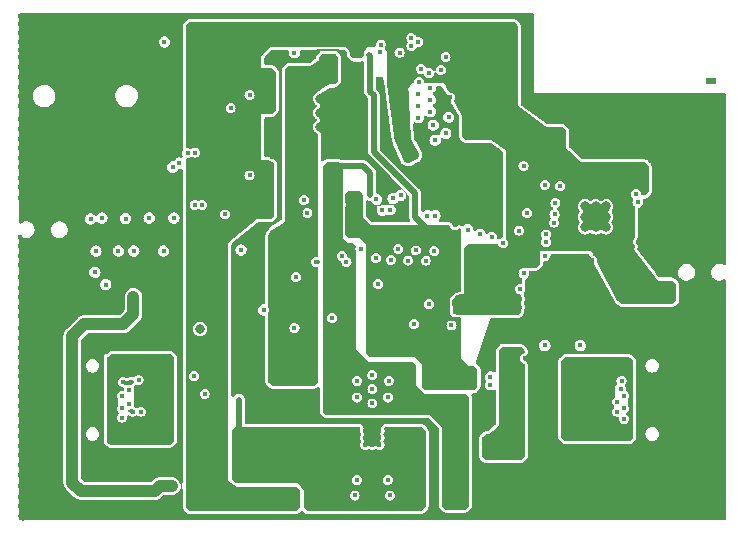
<source format=gbr>
G04 #@! TF.GenerationSoftware,KiCad,Pcbnew,(6.0.11)*
G04 #@! TF.CreationDate,2023-11-25T18:09:57+08:00*
G04 #@! TF.ProjectId,F1c200s_XhtCore,46316332-3030-4735-9f58-6874436f7265,rev?*
G04 #@! TF.SameCoordinates,Original*
G04 #@! TF.FileFunction,Copper,L3,Inr*
G04 #@! TF.FilePolarity,Positive*
%FSLAX46Y46*%
G04 Gerber Fmt 4.6, Leading zero omitted, Abs format (unit mm)*
G04 Created by KiCad (PCBNEW (6.0.11)) date 2023-11-25 18:09:57*
%MOMM*%
%LPD*%
G01*
G04 APERTURE LIST*
G04 #@! TA.AperFunction,ComponentPad*
%ADD10R,0.900000X0.500000*%
G04 #@! TD*
G04 #@! TA.AperFunction,ComponentPad*
%ADD11O,2.100000X1.000000*%
G04 #@! TD*
G04 #@! TA.AperFunction,ComponentPad*
%ADD12O,1.600000X1.000000*%
G04 #@! TD*
G04 #@! TA.AperFunction,ViaPad*
%ADD13C,0.450000*%
G04 #@! TD*
G04 #@! TA.AperFunction,ViaPad*
%ADD14C,0.800000*%
G04 #@! TD*
G04 #@! TA.AperFunction,Conductor*
%ADD15C,0.101600*%
G04 #@! TD*
G04 #@! TA.AperFunction,Conductor*
%ADD16C,0.156500*%
G04 #@! TD*
G04 #@! TA.AperFunction,Conductor*
%ADD17C,0.500000*%
G04 #@! TD*
G04 #@! TA.AperFunction,Conductor*
%ADD18C,1.000000*%
G04 #@! TD*
G04 APERTURE END LIST*
D10*
G04 #@! TO.N,GND*
G04 #@! TO.C,AE1*
X174000000Y-78000000D03*
G04 #@! TD*
D11*
G04 #@! TO.N,GND*
G04 #@! TO.C,USB1*
X168495000Y-109320000D03*
X168495000Y-100680000D03*
D12*
X172675000Y-100680000D03*
X172675000Y-109320000D03*
G04 #@! TD*
D11*
G04 #@! TO.N,GND*
G04 #@! TO.C,USB2*
X122105000Y-109320000D03*
D12*
X117925000Y-100680000D03*
D11*
X122105000Y-100680000D03*
D12*
X117925000Y-109320000D03*
G04 #@! TD*
D13*
G04 #@! TO.N,GND*
X135400000Y-97400000D03*
X135400000Y-98500000D03*
G04 #@! TO.N,+3V3*
X152400000Y-97000000D03*
X145800000Y-95200000D03*
X164800000Y-92900000D03*
X170550000Y-95550000D03*
X159290000Y-91500000D03*
X148898702Y-84373474D03*
X152500000Y-96400000D03*
X138500000Y-113100000D03*
X132800000Y-87250000D03*
X170250000Y-96050000D03*
X134000000Y-87250000D03*
X152300000Y-97600000D03*
X148550000Y-76150000D03*
X169650000Y-96050000D03*
X137300000Y-113700000D03*
D14*
X167300000Y-85500000D03*
D13*
X144330498Y-75769502D03*
X169950000Y-95550000D03*
X136600000Y-79000000D03*
X137900000Y-113100000D03*
D14*
X168300000Y-85500000D03*
D13*
X169350000Y-95550000D03*
X137300000Y-113100000D03*
D14*
X133400000Y-87650000D03*
D13*
X136500000Y-85200000D03*
X161400000Y-83700000D03*
X138500000Y-113700000D03*
X132800000Y-88150000D03*
X137900000Y-113700000D03*
X134000000Y-88150000D03*
G04 #@! TO.N,GND*
X150800000Y-86400000D03*
X171200000Y-81800000D03*
X138200000Y-114900000D03*
X164300000Y-95200000D03*
X170800000Y-92700000D03*
X133300000Y-80300000D03*
X158300000Y-96800000D03*
X171200000Y-83800000D03*
X158500000Y-78200000D03*
X160700000Y-114900000D03*
X116700000Y-114900000D03*
X155300000Y-102300000D03*
X123100000Y-72500000D03*
X143105741Y-93307176D03*
X166600000Y-106600000D03*
X161950000Y-94150000D03*
X157700000Y-72500000D03*
X120800000Y-114900000D03*
X123400000Y-88600000D03*
X141200000Y-72500000D03*
X115500000Y-112300000D03*
X115600000Y-89600000D03*
X115500000Y-103900000D03*
D14*
X165300000Y-81200000D03*
D13*
X144000000Y-103400000D03*
X146600000Y-104800000D03*
D14*
X167600000Y-81200000D03*
D13*
X120500000Y-72500000D03*
X153966348Y-90341814D03*
X119600000Y-72500000D03*
X115500000Y-72500000D03*
D14*
X160800000Y-80300000D03*
X142100000Y-81900000D03*
D13*
X165500000Y-97900000D03*
X148175300Y-88159268D03*
D14*
X174000000Y-87200000D03*
D13*
X163886088Y-93186088D03*
X120900000Y-96200000D03*
X155258186Y-90341814D03*
X162600000Y-114900000D03*
D14*
X174000000Y-79500000D03*
D13*
X164200000Y-98800000D03*
X136800000Y-82900000D03*
X174300000Y-114900000D03*
X175000000Y-91700000D03*
D14*
X144500000Y-80700000D03*
X165100000Y-88600000D03*
D13*
X161400000Y-79400000D03*
D14*
X164200000Y-90400000D03*
D13*
X151100000Y-77100000D03*
X135500000Y-72500000D03*
X162600000Y-98800000D03*
X143700000Y-72500000D03*
D14*
X165100000Y-89500000D03*
D13*
X150900000Y-87250000D03*
X127700000Y-95000000D03*
X115500000Y-82900000D03*
D14*
X168200000Y-80300000D03*
D13*
X137900000Y-72500000D03*
X158400000Y-89200000D03*
X171000000Y-88200000D03*
X115500000Y-86200000D03*
X145300000Y-108800000D03*
X154600000Y-87300000D03*
X130200000Y-103000000D03*
X144000000Y-114900000D03*
X118400000Y-114900000D03*
X159300000Y-95100000D03*
X159900000Y-102400000D03*
X115500000Y-106300000D03*
D14*
X174000000Y-86100000D03*
D13*
X152700000Y-72500000D03*
X149810603Y-93214397D03*
D14*
X143300000Y-81900000D03*
D13*
X115500000Y-97100000D03*
X136500000Y-114900000D03*
X149800000Y-114900000D03*
X115500000Y-73200000D03*
X134100000Y-114900000D03*
X115500000Y-84500000D03*
X170600000Y-79400000D03*
X172500000Y-81800000D03*
X160800000Y-95100000D03*
X162100000Y-93400000D03*
X115500000Y-94600000D03*
X133800000Y-72500000D03*
X172780000Y-86800000D03*
X124200000Y-103500000D03*
X163400000Y-98800000D03*
X115500000Y-105500000D03*
X121400000Y-103100000D03*
X128100000Y-72500000D03*
X171900000Y-114900000D03*
X115500000Y-101400000D03*
X115500000Y-80100000D03*
D14*
X170300000Y-87800000D03*
D13*
X149400000Y-72500000D03*
X121400000Y-107100000D03*
D14*
X163900000Y-80300000D03*
D13*
X124100000Y-106500000D03*
X115500000Y-74700000D03*
X175000000Y-102100000D03*
X175000000Y-111300000D03*
D14*
X127800000Y-82300000D03*
D13*
X124900000Y-103500000D03*
X145600000Y-93000000D03*
X169800000Y-91600000D03*
X127400000Y-114900000D03*
X123200000Y-94300000D03*
X147800000Y-72500000D03*
X134900000Y-114900000D03*
D14*
X169900000Y-81200000D03*
D13*
X146700000Y-103400000D03*
X115500000Y-95500000D03*
X175000000Y-97900000D03*
X115500000Y-107200000D03*
X171200000Y-91200000D03*
D14*
X173200000Y-89200000D03*
D13*
X161800000Y-98800000D03*
X171200000Y-82500000D03*
X115500000Y-108900000D03*
X121445200Y-90400000D03*
X168100000Y-79400000D03*
X137800000Y-75900000D03*
X163000000Y-79400000D03*
X175000000Y-109600000D03*
D14*
X130700000Y-99000000D03*
D13*
X152300000Y-90200000D03*
D14*
X166000000Y-80300000D03*
D13*
X173500000Y-114900000D03*
X128950000Y-84250000D03*
X125500000Y-89700000D03*
X164900000Y-79400000D03*
X162200000Y-79400000D03*
X115500000Y-82100000D03*
X168400000Y-91600000D03*
D14*
X169300000Y-80300000D03*
D13*
X175000000Y-80200000D03*
X164000000Y-79400000D03*
X134900000Y-86000000D03*
X175000000Y-87600000D03*
X175000000Y-81800000D03*
X175000000Y-85100000D03*
X172400000Y-89500000D03*
X161300000Y-100400000D03*
X115500000Y-77700000D03*
X132800000Y-89300000D03*
D14*
X166500000Y-81200000D03*
D13*
X157200000Y-114900000D03*
X118300000Y-91500000D03*
D14*
X170400000Y-82100000D03*
D13*
X138700000Y-72500000D03*
X175000000Y-107200000D03*
X151850000Y-79394000D03*
X123900000Y-72500000D03*
X122400000Y-91300000D03*
X141500000Y-114900000D03*
X115500000Y-87900000D03*
X175000000Y-89200000D03*
D14*
X174000000Y-84000000D03*
D13*
X171000000Y-114900000D03*
X141900000Y-98100000D03*
X115500000Y-91200000D03*
X165500000Y-97100000D03*
X146852603Y-93152603D03*
X172500000Y-83100000D03*
X115500000Y-87000000D03*
X125100000Y-93100000D03*
X158200000Y-114900000D03*
X151083206Y-81897250D03*
X175000000Y-81000000D03*
X164600000Y-96300000D03*
X160600000Y-79400000D03*
X167700000Y-114900000D03*
D14*
X140900000Y-81900000D03*
D13*
X171000000Y-86700000D03*
X133000000Y-72500000D03*
X152300000Y-114900000D03*
X172500000Y-88700000D03*
X125500000Y-72500000D03*
D14*
X161300000Y-81200000D03*
D13*
X115500000Y-100600000D03*
X171000000Y-87500000D03*
X156900000Y-72500000D03*
X154000000Y-87900000D03*
X165500000Y-98500000D03*
X160000000Y-91000000D03*
X165700000Y-79400000D03*
X140600000Y-114900000D03*
X117100000Y-72500000D03*
X158600000Y-98800000D03*
D14*
X167100000Y-82000000D03*
D13*
X153500000Y-83496800D03*
X119400000Y-89600000D03*
X175000000Y-114600000D03*
X123200000Y-74199500D03*
X138700000Y-98900000D03*
X121400000Y-72500000D03*
X175000000Y-99700000D03*
X171000000Y-85800000D03*
X115500000Y-79300000D03*
X158500000Y-73300000D03*
D14*
X169300000Y-82000000D03*
D13*
X127300000Y-72500000D03*
X175000000Y-103000000D03*
D14*
X163300000Y-81200000D03*
D13*
X115500000Y-113200000D03*
X158300000Y-98200000D03*
X118000000Y-72500000D03*
X154300000Y-72500000D03*
X148900000Y-114900000D03*
X121900000Y-93500000D03*
X133200000Y-114900000D03*
X175000000Y-112900000D03*
X145300000Y-102900000D03*
X169800000Y-90200000D03*
X115500000Y-98900000D03*
X158500000Y-95400000D03*
D14*
X168200000Y-82000000D03*
D13*
X158500000Y-77300000D03*
X172500000Y-82500000D03*
X159900000Y-86800000D03*
X132300000Y-114900000D03*
X171900000Y-90400000D03*
X155200000Y-72500000D03*
X160000000Y-104400000D03*
X159400000Y-98800000D03*
X175000000Y-88400000D03*
X167600000Y-87600000D03*
X115500000Y-108100000D03*
X151500000Y-76000000D03*
X145900000Y-108800000D03*
X152703200Y-83496800D03*
X125700000Y-77100000D03*
X147300000Y-114900000D03*
D14*
X164900000Y-80300000D03*
D13*
X155800000Y-86100000D03*
X135100000Y-100200000D03*
X169300000Y-102900000D03*
X175000000Y-104700000D03*
X144800000Y-114900000D03*
X115500000Y-99800000D03*
X166400000Y-103400000D03*
X147600000Y-75600000D03*
X155997250Y-84200000D03*
X171500000Y-92700000D03*
X124100000Y-114900000D03*
X161200000Y-86900000D03*
D14*
X161800000Y-80300000D03*
D13*
X122500000Y-114900000D03*
X175000000Y-106300000D03*
X115500000Y-92800000D03*
X175100000Y-97100000D03*
X119200000Y-114900000D03*
D14*
X167100000Y-80300000D03*
X170400000Y-80300000D03*
D13*
X146800000Y-113100000D03*
D14*
X165900000Y-82000000D03*
D13*
X145300000Y-108200000D03*
X158500000Y-75000000D03*
X146100000Y-72500000D03*
X145300000Y-72500000D03*
X144700000Y-108800000D03*
X155200000Y-86700000D03*
X127600000Y-85874700D03*
X171000000Y-84700000D03*
X170600000Y-90000000D03*
X130700000Y-114900000D03*
X115500000Y-85300000D03*
X119100000Y-96300000D03*
D14*
X173300000Y-82900000D03*
X142100000Y-79500000D03*
D13*
X142800000Y-72500000D03*
X171100000Y-89500000D03*
X175000000Y-105500000D03*
X161450000Y-94650000D03*
X175000000Y-86800000D03*
D14*
X143300000Y-80700000D03*
D13*
X150700000Y-114900000D03*
X171200000Y-83100000D03*
X115500000Y-76800000D03*
X154000000Y-107000000D03*
X127624700Y-93049503D03*
X146900000Y-72500000D03*
X135700000Y-114900000D03*
X148100000Y-114900000D03*
X153500000Y-72500000D03*
X144700000Y-107600000D03*
X172780000Y-85500000D03*
X148300000Y-93204186D03*
X146037615Y-78012385D03*
D14*
X174000000Y-88400000D03*
D13*
X115500000Y-96300000D03*
X175000000Y-110400000D03*
X122200000Y-72500000D03*
X170100000Y-114900000D03*
X175000000Y-108800000D03*
X143200000Y-114900000D03*
X115500000Y-102200000D03*
D14*
X143300000Y-79500000D03*
D13*
X158500000Y-74200000D03*
D14*
X159700000Y-80300000D03*
D13*
X134900000Y-102500000D03*
D14*
X163300000Y-88600000D03*
D13*
X158300000Y-96100000D03*
X124900000Y-114900000D03*
D14*
X174000000Y-80500000D03*
D13*
X158500000Y-76600000D03*
X136300000Y-72500000D03*
X115500000Y-93600000D03*
X130248759Y-88502551D03*
X175000000Y-79400000D03*
X161000000Y-98800000D03*
X148600000Y-72500000D03*
X123800000Y-90800000D03*
X175000000Y-101300000D03*
D14*
X164200000Y-88600000D03*
X140900000Y-79500000D03*
X142100000Y-80700000D03*
D13*
X117600000Y-114900000D03*
X129000000Y-114900000D03*
X175000000Y-103900000D03*
X156100000Y-72500000D03*
X164300000Y-114900000D03*
X128200000Y-114900000D03*
X115500000Y-103000000D03*
X158500000Y-79800000D03*
X165100000Y-114900000D03*
X126400000Y-72500000D03*
D14*
X173300000Y-81800000D03*
X163300000Y-89500000D03*
D13*
X175000000Y-112100000D03*
X137300000Y-114900000D03*
X160000000Y-95100000D03*
D14*
X174100000Y-89800000D03*
D13*
X172700000Y-114900000D03*
X142000000Y-72500000D03*
X145900000Y-107600000D03*
D14*
X140900000Y-80700000D03*
D13*
X115500000Y-81200000D03*
X175000000Y-95500000D03*
X153400000Y-88500000D03*
X150100000Y-96900000D03*
X150025000Y-83311699D03*
X142400000Y-114900000D03*
X134900000Y-79200000D03*
X128900000Y-72500000D03*
X144500000Y-72500000D03*
X149200000Y-74700000D03*
X166500000Y-79400000D03*
X151500000Y-114900000D03*
X158300000Y-97500000D03*
X131400000Y-72500000D03*
X168500000Y-90200000D03*
X155300000Y-104500000D03*
X175000000Y-90000000D03*
X115500000Y-104700000D03*
X135000000Y-92300000D03*
X158100000Y-85200000D03*
X175000000Y-84300000D03*
X144700000Y-108200000D03*
X155600000Y-114900000D03*
X155300000Y-83500000D03*
D14*
X164200000Y-89500000D03*
D13*
X175000000Y-83500000D03*
X129000000Y-74500000D03*
X175000000Y-113700000D03*
X161500000Y-114900000D03*
X151900000Y-72500000D03*
X160300000Y-98800000D03*
X175000000Y-82700000D03*
X151000000Y-80600000D03*
X118800000Y-72500000D03*
X150200000Y-72500000D03*
X169800000Y-79400000D03*
X134600000Y-96500000D03*
X115500000Y-73900000D03*
X125500000Y-103300000D03*
X119300000Y-87900000D03*
X154800000Y-114900000D03*
X145300000Y-104100000D03*
X116300000Y-72500000D03*
X145300000Y-107600000D03*
D14*
X164300000Y-81200000D03*
D13*
X139800000Y-89200000D03*
D14*
X174200000Y-82900000D03*
D13*
X158500000Y-75800000D03*
X159100000Y-114900000D03*
X172500000Y-79400000D03*
X156400000Y-114900000D03*
X175000000Y-90900000D03*
X169200000Y-106800000D03*
X146010991Y-74917107D03*
X115500000Y-83700000D03*
D14*
X160200000Y-81200000D03*
D13*
X159900000Y-114900000D03*
X120000000Y-114900000D03*
X137100000Y-72500000D03*
X153100000Y-114900000D03*
X175000000Y-85900000D03*
X126600000Y-114900000D03*
X164900000Y-98800000D03*
X168500000Y-114900000D03*
X158500000Y-79000000D03*
X167800000Y-91600000D03*
X131500000Y-114900000D03*
X149600000Y-88800000D03*
X139000000Y-114900000D03*
X158200000Y-101500000D03*
D14*
X174200000Y-81800000D03*
D13*
X115500000Y-114000000D03*
X152000000Y-98700000D03*
X166800000Y-114900000D03*
X125000000Y-106000000D03*
X125400000Y-91800000D03*
X170500000Y-91500000D03*
X125700000Y-106000000D03*
X136800000Y-81300000D03*
X171200000Y-80200000D03*
X158500000Y-72500000D03*
D14*
X165100000Y-90400000D03*
D13*
X155997250Y-85402750D03*
X157701262Y-90673438D03*
X171200000Y-79400000D03*
X165600000Y-84397250D03*
X129900000Y-114900000D03*
X127500000Y-88600000D03*
X166000000Y-106000000D03*
X139600000Y-72500000D03*
X122400000Y-86100000D03*
X143800000Y-113100000D03*
X115500000Y-110500000D03*
D14*
X168800000Y-81200000D03*
D13*
X151000000Y-72500000D03*
X154303200Y-83496800D03*
X139800000Y-114900000D03*
X134600000Y-72500000D03*
X145300000Y-105300000D03*
X142900000Y-75900000D03*
X146600000Y-111800000D03*
X175000000Y-92400000D03*
X146100000Y-82100000D03*
D14*
X163300000Y-90400000D03*
D13*
X175000000Y-108000000D03*
X172500000Y-81100000D03*
X169300000Y-114900000D03*
X124700000Y-72500000D03*
X123300000Y-114900000D03*
X145600000Y-114900000D03*
X132200000Y-72500000D03*
X140400000Y-72500000D03*
X126500000Y-97900000D03*
X167300000Y-79400000D03*
X115500000Y-111400000D03*
X150452400Y-85352400D03*
X115500000Y-76000000D03*
X121700000Y-114900000D03*
D14*
X170300000Y-89100000D03*
D13*
X175000000Y-93100000D03*
X144000000Y-111800000D03*
X169200000Y-90200000D03*
X146500000Y-114900000D03*
X129700000Y-72500000D03*
X125400000Y-88600000D03*
X115500000Y-92000000D03*
X123100000Y-93300000D03*
D14*
X162300000Y-81200000D03*
D13*
X146700000Y-83100000D03*
X145900000Y-108200000D03*
X175000000Y-100500000D03*
X169100000Y-91600000D03*
X160300000Y-93300000D03*
X144000000Y-104800000D03*
X145100000Y-88500000D03*
X148800000Y-98600000D03*
X136800000Y-75900000D03*
X131100000Y-104500000D03*
D14*
X115700000Y-114800000D03*
D13*
X172500000Y-80200000D03*
D14*
X116900000Y-73700000D03*
D13*
X115500000Y-75400000D03*
X172780000Y-86200000D03*
X172500000Y-83800000D03*
X115500000Y-109700000D03*
X115500000Y-97900000D03*
X163700000Y-94700000D03*
X130500000Y-72500000D03*
X169000000Y-79400000D03*
D14*
X144500000Y-79500000D03*
D13*
X125800000Y-114900000D03*
X122500000Y-84300000D03*
D14*
X174000000Y-85100000D03*
D13*
X163500000Y-114900000D03*
D14*
X162800000Y-80300000D03*
D13*
X175100000Y-96300000D03*
X136800000Y-84400000D03*
X153900000Y-114900000D03*
X171300000Y-88800000D03*
X115500000Y-78500000D03*
X171200000Y-81100000D03*
X159700000Y-79400000D03*
X140500000Y-93302750D03*
X165900000Y-114900000D03*
X175000000Y-98800000D03*
G04 #@! TO.N,+1V1*
X145006510Y-75775557D03*
X152000000Y-103300000D03*
X139500000Y-88100000D03*
X153200000Y-102700000D03*
X143352500Y-87767500D03*
X152600000Y-103300000D03*
X152000000Y-102700000D03*
X152600000Y-102700000D03*
G04 #@! TO.N,+2V5*
X151800000Y-113200000D03*
X152500000Y-113800000D03*
X142625000Y-88475000D03*
X141752500Y-87667500D03*
X153200000Y-113800000D03*
X152500000Y-113200000D03*
X145123290Y-87644574D03*
X153200000Y-113200000D03*
X151800000Y-113800000D03*
G04 #@! TO.N,+2V8*
X138700000Y-103000000D03*
X138000000Y-103000000D03*
X142025000Y-75925000D03*
X137300000Y-103000000D03*
X137300000Y-103600000D03*
X138700000Y-103600000D03*
X138000000Y-103600000D03*
G04 #@! TO.N,/F1CX00/RESET*
X145957402Y-75564395D03*
X121444700Y-89700000D03*
G04 #@! TO.N,VBUS*
X133700000Y-108400000D03*
X134900000Y-109600000D03*
X157000000Y-109600000D03*
X145250000Y-111150000D03*
X157000000Y-101000000D03*
X155200000Y-108400000D03*
X156400000Y-101000000D03*
X155800000Y-108400000D03*
X142400000Y-108700000D03*
X133700000Y-109600000D03*
X127700000Y-112300000D03*
X156400000Y-109600000D03*
X134300000Y-108400000D03*
X157000000Y-109000000D03*
X128300000Y-112300000D03*
X141400000Y-107700000D03*
X135500000Y-108400000D03*
X155800000Y-109600000D03*
X142400000Y-107700000D03*
X135500000Y-109600000D03*
X134900000Y-109000000D03*
X141400000Y-108700000D03*
X156650000Y-101700000D03*
X149300000Y-108700000D03*
X134900000Y-108400000D03*
X135500000Y-109000000D03*
X134000000Y-105000000D03*
X156400000Y-108400000D03*
D14*
X148700000Y-108200000D03*
D13*
X125075300Y-96300000D03*
X155800000Y-109000000D03*
X155200000Y-109600000D03*
X148200000Y-108700000D03*
X134300000Y-109000000D03*
X125075300Y-96950000D03*
X155200000Y-109000000D03*
X156400000Y-109000000D03*
X134300000Y-109600000D03*
X133700000Y-109000000D03*
D14*
X141900000Y-108200000D03*
D13*
X157000000Y-108400000D03*
X149300000Y-107700000D03*
X148200000Y-107700000D03*
G04 #@! TO.N,LCD_CS*
X149400000Y-76975300D03*
X127624700Y-92400000D03*
G04 #@! TO.N,/AUDIO&SCREEN&SD/GMT_CS*
X128500000Y-89600000D03*
G04 #@! TO.N,LCD_DC*
X125100000Y-92400000D03*
X147055250Y-87947500D03*
G04 #@! TO.N,/AUDIO&SCREEN&SD/GMT_DC*
X126400000Y-89600000D03*
G04 #@! TO.N,LCD_RST*
X147700000Y-87700000D03*
X121900000Y-92400000D03*
G04 #@! TO.N,/AUDIO&SCREEN&SD/GMT_RES*
X122400000Y-89600000D03*
G04 #@! TO.N,LCD_SDA*
X150089266Y-77339265D03*
X134181362Y-92306241D03*
G04 #@! TO.N,/AUDIO&SCREEN&SD/GMT_SDA*
X130898169Y-88491599D03*
G04 #@! TO.N,LCD_SCL*
X123800000Y-92400000D03*
X149220750Y-78079250D03*
G04 #@! TO.N,/AUDIO&SCREEN&SD/GMT_SCL*
X124400000Y-89650000D03*
G04 #@! TO.N,USB1_2_D+*
X155300000Y-103726600D03*
X148600000Y-74373400D03*
G04 #@! TO.N,USB1_2_D-*
X155300000Y-103073400D03*
X148600000Y-75026600D03*
G04 #@! TO.N,/F1CX00/LED*
X146800000Y-88900000D03*
X136100000Y-97400000D03*
G04 #@! TO.N,SDC0_D2*
X150616155Y-83021500D03*
X150550000Y-92400000D03*
G04 #@! TO.N,SDC0_D3*
X148971394Y-92345894D03*
X151508760Y-82438679D03*
G04 #@! TO.N,SDC0_CMD*
X150450500Y-81750500D03*
X147500000Y-92250000D03*
G04 #@! TO.N,SDC0_CLK*
X151750000Y-81075000D03*
X144300000Y-92200000D03*
G04 #@! TO.N,SDC0_D0*
X149200000Y-81097250D03*
X142700000Y-92800000D03*
G04 #@! TO.N,SDC0_D1*
X138810000Y-94610000D03*
X150200000Y-80594000D03*
G04 #@! TO.N,/F1CX00/PD3*
X153361966Y-90583684D03*
X128400000Y-85300000D03*
G04 #@! TO.N,/F1CX00/PD2*
X128960279Y-84959582D03*
X154400000Y-91000000D03*
G04 #@! TO.N,/F1CX00/PD1*
X155400000Y-91250000D03*
X129650000Y-84100000D03*
G04 #@! TO.N,/F1CX00/PD0*
X156379155Y-91720845D03*
X130298460Y-84063210D03*
G04 #@! TO.N,/USB/USB1_1_D+*
X166030279Y-105166226D03*
X166357754Y-104069244D03*
G04 #@! TO.N,/USB/USB1_1_D-*
X166600000Y-105700000D03*
X166600000Y-104677100D03*
G04 #@! TO.N,/USB/USB2_1_D+*
X124100000Y-104677100D03*
X124100000Y-105700000D03*
G04 #@! TO.N,/USB/USB2_1_D-*
X124700000Y-105322900D03*
X124700000Y-104200000D03*
G04 #@! TO.N,ESP_SD_CMD*
X160725667Y-89302452D03*
X150200000Y-78582500D03*
G04 #@! TO.N,ESP_SD_CLK*
X160680733Y-89994000D03*
X149200000Y-80091250D03*
G04 #@! TO.N,ESP_CHIP_EN*
X146141042Y-88941396D03*
X167750000Y-88250000D03*
G04 #@! TO.N,/F1CX00/F1_RX*
X122724700Y-95236088D03*
X150600000Y-89400000D03*
G04 #@! TO.N,/F1CX00/F1_TX*
X121800000Y-94200000D03*
X149950497Y-89400000D03*
G04 #@! TO.N,/WIFI/ESP_TX*
X162900000Y-100400000D03*
X157775500Y-95600000D03*
G04 #@! TO.N,/WIFI/ESP_RX*
X159900000Y-100400000D03*
X158100000Y-94300000D03*
G04 #@! TO.N,/F1CX00/MIC_IN*
X127700000Y-74700000D03*
X138689834Y-75608696D03*
G04 #@! TO.N,ESP_SD_D3*
X160801708Y-88334754D03*
X150200000Y-79588500D03*
G04 #@! TO.N,ESP_SD_D0*
X160000000Y-91649503D03*
X149185250Y-79085250D03*
G04 #@! TO.N,ESP_SD_D1*
X159882134Y-92782134D03*
X145649750Y-88024961D03*
G04 #@! TO.N,/USB/USB1_POWER_IN*
X166300000Y-101600000D03*
X165700000Y-102600000D03*
X163000000Y-107450000D03*
X164200000Y-106850000D03*
X164200000Y-107450000D03*
X164200000Y-108050000D03*
X163600000Y-108050000D03*
X163000000Y-106850000D03*
X165700000Y-101600000D03*
X163600000Y-107450000D03*
X166000000Y-102100000D03*
X163600000Y-106850000D03*
X166300000Y-102600000D03*
X163000000Y-108050000D03*
G04 #@! TO.N,/USB/USB2_POWER_IN*
X127000000Y-108000000D03*
X126400000Y-108000000D03*
X126400000Y-107400000D03*
X126400000Y-106800000D03*
X124600000Y-101600000D03*
X127000000Y-106800000D03*
X127600000Y-107400000D03*
X124600000Y-102600000D03*
X127000000Y-107400000D03*
X127600000Y-108000000D03*
X127600000Y-106800000D03*
X125100000Y-102100000D03*
G04 #@! TD*
D15*
G04 #@! TO.N,GND*
X147911268Y-88423300D02*
X148175300Y-88159268D01*
X145100000Y-89000000D02*
X145600000Y-89500000D01*
D16*
X142900000Y-75900000D02*
X142400000Y-75400000D01*
D15*
X145100000Y-88500000D02*
X145100000Y-89000000D01*
X122500000Y-110900000D02*
X128600000Y-110900000D01*
X128600000Y-110900000D02*
X129100000Y-111400000D01*
X148175300Y-88159268D02*
X148175300Y-87483538D01*
X129100000Y-111400000D02*
X129100000Y-114800000D01*
X145100000Y-88500000D02*
X145100761Y-88500761D01*
X145986255Y-88423300D02*
X147911268Y-88423300D01*
X145600000Y-89500000D02*
X147500000Y-89500000D01*
X145100761Y-88500761D02*
X145908794Y-88500761D01*
X143300000Y-82608238D02*
X143300000Y-81900000D01*
X148175300Y-88824700D02*
X148175300Y-88159268D01*
D16*
X138100000Y-76200000D02*
X137800000Y-75900000D01*
X139900000Y-76200000D02*
X138100000Y-76200000D01*
D15*
X147500000Y-89500000D02*
X148175300Y-88824700D01*
D16*
X140700000Y-75400000D02*
X139900000Y-76200000D01*
D15*
X122105000Y-110505000D02*
X122500000Y-110900000D01*
X148175300Y-87483538D02*
X143300000Y-82608238D01*
D16*
X142400000Y-75400000D02*
X140700000Y-75400000D01*
D15*
X145908794Y-88500761D02*
X145986255Y-88423300D01*
X129100000Y-114800000D02*
X129000000Y-114900000D01*
X122105000Y-109320000D02*
X122105000Y-110505000D01*
D17*
G04 #@! TO.N,+1V1*
X145425000Y-79222918D02*
X145425000Y-84025000D01*
X145425000Y-84025000D02*
X148925000Y-87525000D01*
X151275000Y-101975000D02*
X152000000Y-102700000D01*
X148925000Y-89525000D02*
X151275000Y-91875000D01*
X145006510Y-75775557D02*
X145100000Y-75869047D01*
X148925000Y-87525000D02*
X148925000Y-89525000D01*
X145100000Y-75869047D02*
X145100000Y-78897918D01*
X145100000Y-78897918D02*
X145425000Y-79222918D01*
X151275000Y-91875000D02*
X151275000Y-101975000D01*
G04 #@! TO.N,+2V5*
X145123290Y-87596826D02*
X145099416Y-87620700D01*
X141752500Y-85647500D02*
X142200000Y-85200000D01*
X142200000Y-85200000D02*
X144500000Y-85200000D01*
X144500000Y-85200000D02*
X145123290Y-85823290D01*
X145123290Y-85823290D02*
X145123290Y-87596826D01*
X141752500Y-87667500D02*
X141752500Y-85647500D01*
D18*
G04 #@! TO.N,VBUS*
X125075300Y-97724700D02*
X124200000Y-98600000D01*
D17*
X134000000Y-108100000D02*
X134300000Y-108400000D01*
D18*
X127300000Y-112300000D02*
X127700000Y-112300000D01*
X125075300Y-96300000D02*
X125075300Y-96950000D01*
X127700000Y-112300000D02*
X128300000Y-112300000D01*
X120900000Y-98600000D02*
X119900000Y-99600000D01*
X124200000Y-98600000D02*
X120900000Y-98600000D01*
X119900000Y-112000000D02*
X120600000Y-112700000D01*
X125075300Y-96950000D02*
X125075300Y-97724700D01*
X120600000Y-112700000D02*
X126900000Y-112700000D01*
X119900000Y-99600000D02*
X119900000Y-112000000D01*
D17*
X134000000Y-105000000D02*
X134000000Y-108100000D01*
D18*
X126900000Y-112700000D02*
X127300000Y-112300000D01*
D15*
G04 #@! TO.N,/USB/USB2_POWER_IN*
X127000000Y-106700000D02*
X127100000Y-106800000D01*
G04 #@! TD*
G04 #@! TA.AperFunction,Conductor*
G04 #@! TO.N,+2V5*
G36*
X143651472Y-104546780D02*
G01*
X143590281Y-104666874D01*
X143569196Y-104800000D01*
X143570747Y-104809793D01*
X143580156Y-104869196D01*
X143590281Y-104933126D01*
X143651472Y-105053220D01*
X143746780Y-105148528D01*
X143866874Y-105209719D01*
X143876663Y-105211269D01*
X143876665Y-105211270D01*
X143990207Y-105229253D01*
X144000000Y-105230804D01*
X144009793Y-105229253D01*
X144123335Y-105211270D01*
X144123337Y-105211269D01*
X144133126Y-105209719D01*
X144253220Y-105148528D01*
X144348528Y-105053220D01*
X144409719Y-104933126D01*
X144419845Y-104869196D01*
X144429253Y-104809793D01*
X144430804Y-104800000D01*
X144409719Y-104666874D01*
X144348528Y-104546780D01*
X144301748Y-104500000D01*
X145147799Y-104500000D01*
X145166874Y-104509719D01*
X145176663Y-104511269D01*
X145176665Y-104511270D01*
X145290207Y-104529253D01*
X145300000Y-104530804D01*
X145309793Y-104529253D01*
X145423335Y-104511270D01*
X145423337Y-104511269D01*
X145433126Y-104509719D01*
X145452201Y-104500000D01*
X146298252Y-104500000D01*
X146251472Y-104546780D01*
X146190281Y-104666874D01*
X146169196Y-104800000D01*
X146170747Y-104809793D01*
X146180156Y-104869196D01*
X146190281Y-104933126D01*
X146251472Y-105053220D01*
X146346780Y-105148528D01*
X146466874Y-105209719D01*
X146476663Y-105211269D01*
X146476665Y-105211270D01*
X146590207Y-105229253D01*
X146600000Y-105230804D01*
X146609793Y-105229253D01*
X146723335Y-105211270D01*
X146723337Y-105211269D01*
X146733126Y-105209719D01*
X146853220Y-105148528D01*
X146948528Y-105053220D01*
X147009719Y-104933126D01*
X147019845Y-104869196D01*
X147029253Y-104809793D01*
X147030804Y-104800000D01*
X147009719Y-104666874D01*
X146948528Y-104546780D01*
X146901748Y-104500000D01*
X153147810Y-104500000D01*
X153215931Y-104520002D01*
X153236905Y-104536905D01*
X153463095Y-104763095D01*
X153497121Y-104825407D01*
X153500000Y-104852190D01*
X153500000Y-106300000D01*
X141452190Y-106300000D01*
X141384069Y-106279998D01*
X141363095Y-106263095D01*
X141136905Y-106036905D01*
X141102879Y-105974593D01*
X141100000Y-105947810D01*
X141100000Y-105300000D01*
X144869196Y-105300000D01*
X144890281Y-105433126D01*
X144951472Y-105553220D01*
X145046780Y-105648528D01*
X145166874Y-105709719D01*
X145176663Y-105711269D01*
X145176665Y-105711270D01*
X145290207Y-105729253D01*
X145300000Y-105730804D01*
X145309793Y-105729253D01*
X145423335Y-105711270D01*
X145423337Y-105711269D01*
X145433126Y-105709719D01*
X145553220Y-105648528D01*
X145648528Y-105553220D01*
X145709719Y-105433126D01*
X145730804Y-105300000D01*
X145729253Y-105290207D01*
X145711270Y-105176665D01*
X145711269Y-105176663D01*
X145709719Y-105166874D01*
X145648528Y-105046780D01*
X145553220Y-104951472D01*
X145433126Y-104890281D01*
X145423337Y-104888731D01*
X145423335Y-104888730D01*
X145309793Y-104870747D01*
X145300000Y-104869196D01*
X145290207Y-104870747D01*
X145176665Y-104888730D01*
X145176663Y-104888731D01*
X145166874Y-104890281D01*
X145046780Y-104951472D01*
X144951472Y-105046780D01*
X144890281Y-105166874D01*
X144888731Y-105176663D01*
X144888730Y-105176665D01*
X144870747Y-105290207D01*
X144869196Y-105300000D01*
X141100000Y-105300000D01*
X141100000Y-104500000D01*
X143698252Y-104500000D01*
X143651472Y-104546780D01*
G37*
G04 #@! TD.AperFunction*
G04 #@! TD*
G04 #@! TA.AperFunction,Conductor*
G04 #@! TO.N,+3V3*
G36*
X167494130Y-92403341D02*
G01*
X167494130Y-92403342D01*
X169201153Y-94592783D01*
X170868571Y-96731429D01*
X170736905Y-96863095D01*
X170674593Y-96897121D01*
X170647810Y-96900000D01*
X166534913Y-96900000D01*
X166470064Y-96882030D01*
X166088870Y-96653204D01*
X166042518Y-96604421D01*
X164314829Y-93361716D01*
X164300450Y-93292191D01*
X164301581Y-93282758D01*
X164315341Y-93195881D01*
X164316892Y-93186088D01*
X164308136Y-93130804D01*
X164297358Y-93062753D01*
X164297357Y-93062751D01*
X164295807Y-93052962D01*
X164234616Y-92932868D01*
X164139308Y-92837560D01*
X164032250Y-92783011D01*
X163978252Y-92729992D01*
X163951555Y-92679885D01*
X163943499Y-92664765D01*
X163742019Y-92286606D01*
X166400000Y-91000000D01*
X167494130Y-92403341D01*
G37*
G04 #@! TD.AperFunction*
G04 #@! TD*
G04 #@! TA.AperFunction,Conductor*
G04 #@! TO.N,+3V3*
G36*
X138915931Y-112420002D02*
G01*
X138936905Y-112436905D01*
X139163095Y-112663095D01*
X139197121Y-112725407D01*
X139200000Y-112752190D01*
X139200000Y-114047810D01*
X139179998Y-114115931D01*
X139163095Y-114136905D01*
X138936905Y-114363095D01*
X138874593Y-114397121D01*
X138847810Y-114400000D01*
X131000000Y-114400000D01*
X131000000Y-112400000D01*
X138847810Y-112400000D01*
X138915931Y-112420002D01*
G37*
G04 #@! TD.AperFunction*
G04 #@! TD*
G04 #@! TA.AperFunction,Conductor*
G04 #@! TO.N,+2V8*
G36*
X140100000Y-92050536D02*
G01*
X136500000Y-92050536D01*
X136500000Y-91083956D01*
X136516564Y-91021508D01*
X136741714Y-90626944D01*
X136787049Y-90580916D01*
X137641722Y-90075882D01*
X138700000Y-89450536D01*
X140100000Y-92050536D01*
G37*
G04 #@! TD.AperFunction*
G04 #@! TD*
G04 #@! TA.AperFunction,Conductor*
G04 #@! TO.N,+3V3*
G36*
X148736484Y-83228261D02*
G01*
X148761258Y-83275744D01*
X149236257Y-84186160D01*
X149250034Y-84255807D01*
X149243799Y-84285124D01*
X149145043Y-84574620D01*
X149104119Y-84632634D01*
X149078594Y-84648341D01*
X148750000Y-84800000D01*
X148420699Y-84951985D01*
X148350468Y-84962370D01*
X148322718Y-84955203D01*
X148031495Y-84843336D01*
X147975076Y-84800237D01*
X147960864Y-84775349D01*
X147321578Y-83283681D01*
X147315891Y-83267425D01*
X147234780Y-82972176D01*
X148200000Y-82200000D01*
X148736484Y-83228261D01*
G37*
G04 #@! TD.AperFunction*
G04 #@! TD*
G04 #@! TA.AperFunction,Conductor*
G04 #@! TO.N,+3V3*
G36*
X157315931Y-73020002D02*
G01*
X157336905Y-73036905D01*
X157563095Y-73263095D01*
X157597121Y-73325407D01*
X157600000Y-73352190D01*
X157600000Y-78200000D01*
X150416797Y-78200000D01*
X150359595Y-78186267D01*
X150341962Y-78177283D01*
X150341961Y-78177283D01*
X150333126Y-78172781D01*
X150323337Y-78171231D01*
X150323335Y-78171230D01*
X150209793Y-78153247D01*
X150200000Y-78151696D01*
X150190207Y-78153247D01*
X150076665Y-78171230D01*
X150076663Y-78171231D01*
X150066874Y-78172781D01*
X150058039Y-78177283D01*
X150058038Y-78177283D01*
X150040405Y-78186267D01*
X149983203Y-78200000D01*
X149776003Y-78200000D01*
X149707882Y-78179998D01*
X149661389Y-78126342D01*
X149651382Y-78080338D01*
X149651554Y-78079250D01*
X149630469Y-77946124D01*
X149569278Y-77826030D01*
X149473970Y-77730722D01*
X149353876Y-77669531D01*
X149344087Y-77667981D01*
X149344085Y-77667980D01*
X149230543Y-77649997D01*
X149220750Y-77648446D01*
X149210957Y-77649997D01*
X149097415Y-77667980D01*
X149097413Y-77667981D01*
X149087624Y-77669531D01*
X148967530Y-77730722D01*
X148872222Y-77826030D01*
X148811031Y-77946124D01*
X148789946Y-78079250D01*
X148789949Y-78079271D01*
X148771495Y-78142121D01*
X148717839Y-78188614D01*
X148665497Y-78200000D01*
X146852190Y-78200000D01*
X146784069Y-78179998D01*
X146763095Y-78163095D01*
X146536905Y-77936905D01*
X146502879Y-77874593D01*
X146500000Y-77847810D01*
X146500000Y-76975300D01*
X148969196Y-76975300D01*
X148990281Y-77108426D01*
X149051472Y-77228520D01*
X149146780Y-77323828D01*
X149266874Y-77385019D01*
X149276663Y-77386569D01*
X149276665Y-77386570D01*
X149390207Y-77404553D01*
X149400000Y-77406104D01*
X149533126Y-77385019D01*
X149533433Y-77386959D01*
X149592015Y-77385284D01*
X149652814Y-77421945D01*
X149678537Y-77466012D01*
X149679547Y-77472391D01*
X149740738Y-77592485D01*
X149836046Y-77687793D01*
X149956140Y-77748984D01*
X149965929Y-77750534D01*
X149965931Y-77750535D01*
X150079473Y-77768518D01*
X150089266Y-77770069D01*
X150099059Y-77768518D01*
X150212601Y-77750535D01*
X150212603Y-77750534D01*
X150222392Y-77748984D01*
X150342486Y-77687793D01*
X150437794Y-77592485D01*
X150498985Y-77472391D01*
X150509730Y-77404553D01*
X150512594Y-77386468D01*
X150543007Y-77322315D01*
X150603275Y-77284788D01*
X150674264Y-77285802D01*
X150733436Y-77325035D01*
X150741007Y-77336456D01*
X150741139Y-77336360D01*
X150746972Y-77344388D01*
X150751472Y-77353220D01*
X150846780Y-77448528D01*
X150966874Y-77509719D01*
X150976663Y-77511269D01*
X150976665Y-77511270D01*
X151090207Y-77529253D01*
X151100000Y-77530804D01*
X151109793Y-77529253D01*
X151223335Y-77511270D01*
X151223337Y-77511269D01*
X151233126Y-77509719D01*
X151353220Y-77448528D01*
X151448528Y-77353220D01*
X151509719Y-77233126D01*
X151511848Y-77219688D01*
X151529253Y-77109793D01*
X151530804Y-77100000D01*
X151509719Y-76966874D01*
X151448528Y-76846780D01*
X151353220Y-76751472D01*
X151233126Y-76690281D01*
X151223337Y-76688731D01*
X151223335Y-76688730D01*
X151109793Y-76670747D01*
X151100000Y-76669196D01*
X151090207Y-76670747D01*
X150976665Y-76688730D01*
X150976663Y-76688731D01*
X150966874Y-76690281D01*
X150846780Y-76751472D01*
X150751472Y-76846780D01*
X150690281Y-76966874D01*
X150688731Y-76976663D01*
X150688730Y-76976665D01*
X150676672Y-77052797D01*
X150646259Y-77116950D01*
X150585991Y-77154477D01*
X150515002Y-77153463D01*
X150455830Y-77114230D01*
X150448259Y-77102809D01*
X150448127Y-77102905D01*
X150442294Y-77094877D01*
X150437794Y-77086045D01*
X150342486Y-76990737D01*
X150222392Y-76929546D01*
X150212603Y-76927996D01*
X150212601Y-76927995D01*
X150099059Y-76910012D01*
X150089266Y-76908461D01*
X149956140Y-76929546D01*
X149955833Y-76927606D01*
X149897251Y-76929281D01*
X149836452Y-76892620D01*
X149810729Y-76848553D01*
X149809719Y-76842174D01*
X149748528Y-76722080D01*
X149653220Y-76626772D01*
X149533126Y-76565581D01*
X149523337Y-76564031D01*
X149523335Y-76564030D01*
X149409793Y-76546047D01*
X149400000Y-76544496D01*
X149390207Y-76546047D01*
X149276665Y-76564030D01*
X149276663Y-76564031D01*
X149266874Y-76565581D01*
X149146780Y-76626772D01*
X149051472Y-76722080D01*
X148990281Y-76842174D01*
X148988731Y-76851963D01*
X148988730Y-76851965D01*
X148970747Y-76965507D01*
X148969196Y-76975300D01*
X146500000Y-76975300D01*
X146500000Y-75600000D01*
X147169196Y-75600000D01*
X147170747Y-75609793D01*
X147176636Y-75646972D01*
X147190281Y-75733126D01*
X147251472Y-75853220D01*
X147346780Y-75948528D01*
X147466874Y-76009719D01*
X147476663Y-76011269D01*
X147476665Y-76011270D01*
X147590207Y-76029253D01*
X147600000Y-76030804D01*
X147609793Y-76029253D01*
X147723335Y-76011270D01*
X147723337Y-76011269D01*
X147733126Y-76009719D01*
X147752201Y-76000000D01*
X151069196Y-76000000D01*
X151090281Y-76133126D01*
X151151472Y-76253220D01*
X151246780Y-76348528D01*
X151366874Y-76409719D01*
X151376663Y-76411269D01*
X151376665Y-76411270D01*
X151490207Y-76429253D01*
X151500000Y-76430804D01*
X151509793Y-76429253D01*
X151623335Y-76411270D01*
X151623337Y-76411269D01*
X151633126Y-76409719D01*
X151753220Y-76348528D01*
X151848528Y-76253220D01*
X151909719Y-76133126D01*
X151930804Y-76000000D01*
X151926704Y-75974114D01*
X151911270Y-75876665D01*
X151911269Y-75876663D01*
X151909719Y-75866874D01*
X151848528Y-75746780D01*
X151753220Y-75651472D01*
X151633126Y-75590281D01*
X151623337Y-75588731D01*
X151623335Y-75588730D01*
X151509793Y-75570747D01*
X151500000Y-75569196D01*
X151490207Y-75570747D01*
X151376665Y-75588730D01*
X151376663Y-75588731D01*
X151366874Y-75590281D01*
X151246780Y-75651472D01*
X151151472Y-75746780D01*
X151090281Y-75866874D01*
X151088731Y-75876663D01*
X151088730Y-75876665D01*
X151073296Y-75974114D01*
X151069196Y-76000000D01*
X147752201Y-76000000D01*
X147853220Y-75948528D01*
X147948528Y-75853220D01*
X148009719Y-75733126D01*
X148023365Y-75646972D01*
X148029253Y-75609793D01*
X148030804Y-75600000D01*
X148009719Y-75466874D01*
X147948528Y-75346780D01*
X147853220Y-75251472D01*
X147733126Y-75190281D01*
X147723337Y-75188731D01*
X147723335Y-75188730D01*
X147609793Y-75170747D01*
X147600000Y-75169196D01*
X147590207Y-75170747D01*
X147476665Y-75188730D01*
X147476663Y-75188731D01*
X147466874Y-75190281D01*
X147346780Y-75251472D01*
X147251472Y-75346780D01*
X147190281Y-75466874D01*
X147169196Y-75600000D01*
X146500000Y-75600000D01*
X146500000Y-75026600D01*
X148169196Y-75026600D01*
X148170747Y-75036393D01*
X148185455Y-75129253D01*
X148190281Y-75159726D01*
X148251472Y-75279820D01*
X148346780Y-75375128D01*
X148466874Y-75436319D01*
X148476663Y-75437869D01*
X148476665Y-75437870D01*
X148590207Y-75455853D01*
X148600000Y-75457404D01*
X148609793Y-75455853D01*
X148723335Y-75437870D01*
X148723337Y-75437869D01*
X148733126Y-75436319D01*
X148853220Y-75375128D01*
X148948528Y-75279820D01*
X148996004Y-75186643D01*
X149044752Y-75135028D01*
X149113667Y-75117962D01*
X149127971Y-75119396D01*
X149200000Y-75130804D01*
X149209793Y-75129253D01*
X149323335Y-75111270D01*
X149323337Y-75111269D01*
X149333126Y-75109719D01*
X149453220Y-75048528D01*
X149548528Y-74953220D01*
X149609719Y-74833126D01*
X149617783Y-74782216D01*
X149629253Y-74709793D01*
X149630804Y-74700000D01*
X149619182Y-74626620D01*
X149611270Y-74576665D01*
X149611269Y-74576663D01*
X149609719Y-74566874D01*
X149548528Y-74446780D01*
X149453220Y-74351472D01*
X149333126Y-74290281D01*
X149323337Y-74288731D01*
X149323335Y-74288730D01*
X149209793Y-74270747D01*
X149200000Y-74269196D01*
X149127981Y-74280603D01*
X149057571Y-74271504D01*
X149003257Y-74225782D01*
X148996004Y-74213357D01*
X148953028Y-74129012D01*
X148948528Y-74120180D01*
X148853220Y-74024872D01*
X148733126Y-73963681D01*
X148723337Y-73962131D01*
X148723335Y-73962130D01*
X148609793Y-73944147D01*
X148600000Y-73942596D01*
X148590207Y-73944147D01*
X148476665Y-73962130D01*
X148476663Y-73962131D01*
X148466874Y-73963681D01*
X148346780Y-74024872D01*
X148251472Y-74120180D01*
X148190281Y-74240274D01*
X148188731Y-74250063D01*
X148188730Y-74250065D01*
X148182606Y-74288730D01*
X148169196Y-74373400D01*
X148190281Y-74506526D01*
X148251472Y-74626620D01*
X148254061Y-74629209D01*
X148276753Y-74692803D01*
X148260675Y-74761955D01*
X148256679Y-74768173D01*
X148251472Y-74773380D01*
X148190281Y-74893474D01*
X148169196Y-75026600D01*
X146500000Y-75026600D01*
X146500000Y-73000000D01*
X157247810Y-73000000D01*
X157315931Y-73020002D01*
G37*
G04 #@! TD.AperFunction*
G04 #@! TD*
G04 #@! TA.AperFunction,Conductor*
G04 #@! TO.N,+3V3*
G36*
X136514183Y-84720002D02*
G01*
X136535157Y-84736905D01*
X136546780Y-84748528D01*
X136666874Y-84809719D01*
X136676663Y-84811269D01*
X136676665Y-84811270D01*
X136796167Y-84830197D01*
X136865551Y-84865551D01*
X136963095Y-84963095D01*
X136997121Y-85025407D01*
X137000000Y-85052190D01*
X137000000Y-89347810D01*
X136979998Y-89415931D01*
X136963095Y-89436905D01*
X136736905Y-89663095D01*
X136674593Y-89697121D01*
X136647810Y-89700000D01*
X132952201Y-89700000D01*
X133053220Y-89648528D01*
X133148528Y-89553220D01*
X133209719Y-89433126D01*
X133212443Y-89415931D01*
X133229253Y-89309793D01*
X133230804Y-89300000D01*
X133209719Y-89166874D01*
X133148528Y-89046780D01*
X133053220Y-88951472D01*
X132933126Y-88890281D01*
X132923337Y-88888731D01*
X132923335Y-88888730D01*
X132809793Y-88870747D01*
X132800000Y-88869196D01*
X132790207Y-88870747D01*
X132676665Y-88888730D01*
X132676663Y-88888731D01*
X132666874Y-88890281D01*
X132546780Y-88951472D01*
X132500000Y-88998252D01*
X132500000Y-86000000D01*
X134469196Y-86000000D01*
X134490281Y-86133126D01*
X134551472Y-86253220D01*
X134646780Y-86348528D01*
X134766874Y-86409719D01*
X134776663Y-86411269D01*
X134776665Y-86411270D01*
X134890207Y-86429253D01*
X134900000Y-86430804D01*
X134909793Y-86429253D01*
X135023335Y-86411270D01*
X135023337Y-86411269D01*
X135033126Y-86409719D01*
X135153220Y-86348528D01*
X135248528Y-86253220D01*
X135309719Y-86133126D01*
X135330804Y-86000000D01*
X135309719Y-85866874D01*
X135248528Y-85746780D01*
X135153220Y-85651472D01*
X135033126Y-85590281D01*
X135023337Y-85588731D01*
X135023335Y-85588730D01*
X134909793Y-85570747D01*
X134900000Y-85569196D01*
X134890207Y-85570747D01*
X134776665Y-85588730D01*
X134776663Y-85588731D01*
X134766874Y-85590281D01*
X134646780Y-85651472D01*
X134551472Y-85746780D01*
X134490281Y-85866874D01*
X134469196Y-86000000D01*
X132500000Y-86000000D01*
X132500000Y-84700000D01*
X136446062Y-84700000D01*
X136514183Y-84720002D01*
G37*
G04 #@! TD.AperFunction*
G04 #@! TD*
G04 #@! TA.AperFunction,Conductor*
G04 #@! TO.N,+2V8*
G36*
X138900000Y-94193450D02*
G01*
X138819793Y-94180747D01*
X138810000Y-94179196D01*
X138800207Y-94180747D01*
X138686665Y-94198730D01*
X138686663Y-94198731D01*
X138676874Y-94200281D01*
X138556780Y-94261472D01*
X138461472Y-94356780D01*
X138400281Y-94476874D01*
X138379196Y-94610000D01*
X138400281Y-94743126D01*
X138461472Y-94863220D01*
X138556780Y-94958528D01*
X138676874Y-95019719D01*
X138686663Y-95021269D01*
X138686665Y-95021270D01*
X138800207Y-95039253D01*
X138810000Y-95040804D01*
X138819793Y-95039253D01*
X138900000Y-95026550D01*
X138900000Y-98524355D01*
X138833126Y-98490281D01*
X138823337Y-98488731D01*
X138823335Y-98488730D01*
X138709793Y-98470747D01*
X138700000Y-98469196D01*
X138690207Y-98470747D01*
X138576665Y-98488730D01*
X138576663Y-98488731D01*
X138566874Y-98490281D01*
X138446780Y-98551472D01*
X138351472Y-98646780D01*
X138290281Y-98766874D01*
X138269196Y-98900000D01*
X138290281Y-99033126D01*
X138351472Y-99153220D01*
X138446780Y-99248528D01*
X138566874Y-99309719D01*
X138576663Y-99311269D01*
X138576665Y-99311270D01*
X138690207Y-99329253D01*
X138700000Y-99330804D01*
X138709793Y-99329253D01*
X138823335Y-99311270D01*
X138823337Y-99311269D01*
X138833126Y-99309719D01*
X138900000Y-99275645D01*
X138900000Y-103800000D01*
X136852190Y-103800000D01*
X136784069Y-103779998D01*
X136763095Y-103763095D01*
X136536905Y-103536905D01*
X136502879Y-103474593D01*
X136500000Y-103447810D01*
X136500000Y-97577975D01*
X136505924Y-97540575D01*
X136509719Y-97533126D01*
X136530804Y-97400000D01*
X136509719Y-97266874D01*
X136505924Y-97259425D01*
X136500000Y-97222025D01*
X136500000Y-91083956D01*
X136516564Y-91021508D01*
X136642963Y-90800000D01*
X138900000Y-90800000D01*
X138900000Y-94193450D01*
G37*
G04 #@! TD.AperFunction*
G04 #@! TD*
G04 #@! TA.AperFunction,Conductor*
G04 #@! TO.N,+2V8*
G36*
X140700000Y-78848675D02*
G01*
X140679998Y-78916796D01*
X140622219Y-78965083D01*
X140604793Y-78972301D01*
X140604788Y-78972304D01*
X140597159Y-78975464D01*
X140471718Y-79071718D01*
X140375464Y-79197159D01*
X140314956Y-79343238D01*
X140294318Y-79500000D01*
X140314956Y-79656762D01*
X140375464Y-79802841D01*
X140471718Y-79928282D01*
X140478264Y-79933305D01*
X140565231Y-80000037D01*
X140607098Y-80057375D01*
X140611320Y-80128246D01*
X140576556Y-80190149D01*
X140565231Y-80199963D01*
X140471718Y-80271718D01*
X140375464Y-80397159D01*
X140314956Y-80543238D01*
X140294318Y-80700000D01*
X140314956Y-80856762D01*
X140375464Y-81002841D01*
X140471718Y-81128282D01*
X140478264Y-81133305D01*
X140565231Y-81200037D01*
X140607098Y-81257375D01*
X140611320Y-81328246D01*
X140576556Y-81390149D01*
X140565231Y-81399963D01*
X140471718Y-81471718D01*
X140375464Y-81597159D01*
X140314956Y-81743238D01*
X140294318Y-81900000D01*
X140314956Y-82056762D01*
X140375464Y-82202841D01*
X140471718Y-82328282D01*
X140597159Y-82424536D01*
X140604788Y-82427696D01*
X140604793Y-82427699D01*
X140622219Y-82434917D01*
X140677500Y-82479465D01*
X140700000Y-82551325D01*
X140700000Y-92756095D01*
X140679998Y-92824216D01*
X140626342Y-92870709D01*
X140554290Y-92880544D01*
X140509794Y-92873497D01*
X140509793Y-92873497D01*
X140500000Y-92871946D01*
X140490207Y-92873497D01*
X140376665Y-92891480D01*
X140376663Y-92891481D01*
X140366874Y-92893031D01*
X140246780Y-92954222D01*
X140151472Y-93049530D01*
X140090281Y-93169624D01*
X140069196Y-93302750D01*
X140090281Y-93435876D01*
X140151472Y-93555970D01*
X140246780Y-93651278D01*
X140366874Y-93712469D01*
X140376663Y-93714019D01*
X140376665Y-93714020D01*
X140490207Y-93732003D01*
X140500000Y-93733554D01*
X140509793Y-93732003D01*
X140509794Y-93732003D01*
X140554290Y-93724956D01*
X140624701Y-93734056D01*
X140679015Y-93779779D01*
X140700000Y-93849405D01*
X140700000Y-103447810D01*
X140679998Y-103515931D01*
X140663095Y-103536905D01*
X140436905Y-103763095D01*
X140374593Y-103797121D01*
X140347810Y-103800000D01*
X137900000Y-103800000D01*
X137900000Y-98900000D01*
X138269196Y-98900000D01*
X138290281Y-99033126D01*
X138351472Y-99153220D01*
X138446780Y-99248528D01*
X138566874Y-99309719D01*
X138576663Y-99311269D01*
X138576665Y-99311270D01*
X138690207Y-99329253D01*
X138700000Y-99330804D01*
X138709793Y-99329253D01*
X138823335Y-99311270D01*
X138823337Y-99311269D01*
X138833126Y-99309719D01*
X138953220Y-99248528D01*
X139048528Y-99153220D01*
X139109719Y-99033126D01*
X139130804Y-98900000D01*
X139109719Y-98766874D01*
X139048528Y-98646780D01*
X138953220Y-98551472D01*
X138833126Y-98490281D01*
X138823337Y-98488731D01*
X138823335Y-98488730D01*
X138709793Y-98470747D01*
X138700000Y-98469196D01*
X138690207Y-98470747D01*
X138576665Y-98488730D01*
X138576663Y-98488731D01*
X138566874Y-98490281D01*
X138446780Y-98551472D01*
X138351472Y-98646780D01*
X138290281Y-98766874D01*
X138269196Y-98900000D01*
X137900000Y-98900000D01*
X137900000Y-94610000D01*
X138379196Y-94610000D01*
X138400281Y-94743126D01*
X138461472Y-94863220D01*
X138556780Y-94958528D01*
X138676874Y-95019719D01*
X138686663Y-95021269D01*
X138686665Y-95021270D01*
X138800207Y-95039253D01*
X138810000Y-95040804D01*
X138819793Y-95039253D01*
X138933335Y-95021270D01*
X138933337Y-95021269D01*
X138943126Y-95019719D01*
X139063220Y-94958528D01*
X139158528Y-94863220D01*
X139219719Y-94743126D01*
X139240804Y-94610000D01*
X139219719Y-94476874D01*
X139158528Y-94356780D01*
X139063220Y-94261472D01*
X138943126Y-94200281D01*
X138933337Y-94198731D01*
X138933335Y-94198730D01*
X138819793Y-94180747D01*
X138810000Y-94179196D01*
X138800207Y-94180747D01*
X138686665Y-94198730D01*
X138686663Y-94198731D01*
X138676874Y-94200281D01*
X138556780Y-94261472D01*
X138461472Y-94356780D01*
X138400281Y-94476874D01*
X138379196Y-94610000D01*
X137900000Y-94610000D01*
X137900000Y-89200000D01*
X139369196Y-89200000D01*
X139390281Y-89333126D01*
X139451472Y-89453220D01*
X139546780Y-89548528D01*
X139666874Y-89609719D01*
X139676663Y-89611269D01*
X139676665Y-89611270D01*
X139790207Y-89629253D01*
X139800000Y-89630804D01*
X139809793Y-89629253D01*
X139923335Y-89611270D01*
X139923337Y-89611269D01*
X139933126Y-89609719D01*
X140053220Y-89548528D01*
X140148528Y-89453220D01*
X140209719Y-89333126D01*
X140230804Y-89200000D01*
X140209719Y-89066874D01*
X140148528Y-88946780D01*
X140053220Y-88851472D01*
X139933126Y-88790281D01*
X139923337Y-88788731D01*
X139923335Y-88788730D01*
X139809793Y-88770747D01*
X139800000Y-88769196D01*
X139790207Y-88770747D01*
X139676665Y-88788730D01*
X139676663Y-88788731D01*
X139666874Y-88790281D01*
X139546780Y-88851472D01*
X139451472Y-88946780D01*
X139390281Y-89066874D01*
X139369196Y-89200000D01*
X137900000Y-89200000D01*
X137900000Y-88100000D01*
X139069196Y-88100000D01*
X139090281Y-88233126D01*
X139151472Y-88353220D01*
X139246780Y-88448528D01*
X139366874Y-88509719D01*
X139376663Y-88511269D01*
X139376665Y-88511270D01*
X139490207Y-88529253D01*
X139500000Y-88530804D01*
X139509793Y-88529253D01*
X139623335Y-88511270D01*
X139623337Y-88511269D01*
X139633126Y-88509719D01*
X139753220Y-88448528D01*
X139848528Y-88353220D01*
X139909719Y-88233126D01*
X139930804Y-88100000D01*
X139909719Y-87966874D01*
X139848528Y-87846780D01*
X139753220Y-87751472D01*
X139633126Y-87690281D01*
X139623337Y-87688731D01*
X139623335Y-87688730D01*
X139509793Y-87670747D01*
X139500000Y-87669196D01*
X139490207Y-87670747D01*
X139376665Y-87688730D01*
X139376663Y-87688731D01*
X139366874Y-87690281D01*
X139246780Y-87751472D01*
X139151472Y-87846780D01*
X139090281Y-87966874D01*
X139069196Y-88100000D01*
X137900000Y-88100000D01*
X137900000Y-77052190D01*
X137920002Y-76984069D01*
X137936905Y-76963095D01*
X138163095Y-76736905D01*
X138225407Y-76702879D01*
X138252190Y-76700000D01*
X140700000Y-76700000D01*
X140700000Y-78848675D01*
G37*
G04 #@! TD.AperFunction*
G04 #@! TD*
G04 #@! TA.AperFunction,Conductor*
G04 #@! TO.N,+3V3*
G36*
X154800000Y-97800000D02*
G01*
X152451647Y-97800000D01*
X152383526Y-97779998D01*
X152363212Y-97763751D01*
X152132357Y-97536282D01*
X152097873Y-97474223D01*
X152094806Y-97448392D01*
X152081429Y-96542659D01*
X152100423Y-96474250D01*
X152109681Y-96461275D01*
X152341994Y-96175762D01*
X152400502Y-96135546D01*
X152415930Y-96131553D01*
X152805398Y-96056655D01*
X154676321Y-95696862D01*
X154800000Y-97800000D01*
G37*
G04 #@! TD.AperFunction*
G04 #@! TD*
G04 #@! TA.AperFunction,Conductor*
G04 #@! TO.N,+3V3*
G36*
X135900000Y-89700000D02*
G01*
X132952201Y-89700000D01*
X133053220Y-89648528D01*
X133148528Y-89553220D01*
X133209719Y-89433126D01*
X133230804Y-89300000D01*
X133209719Y-89166874D01*
X133148528Y-89046780D01*
X133053220Y-88951472D01*
X132933126Y-88890281D01*
X132923337Y-88888731D01*
X132923335Y-88888730D01*
X132809793Y-88870747D01*
X132800000Y-88869196D01*
X132790207Y-88870747D01*
X132676665Y-88888730D01*
X132676663Y-88888731D01*
X132666874Y-88890281D01*
X132546780Y-88951472D01*
X132451472Y-89046780D01*
X132390281Y-89166874D01*
X132369196Y-89300000D01*
X132390281Y-89433126D01*
X132451472Y-89553220D01*
X132546780Y-89648528D01*
X132647799Y-89700000D01*
X131000000Y-89700000D01*
X131000000Y-88906275D01*
X131021504Y-88902869D01*
X131021506Y-88902868D01*
X131031295Y-88901318D01*
X131151389Y-88840127D01*
X131246697Y-88744819D01*
X131307888Y-88624725D01*
X131328973Y-88491599D01*
X131307888Y-88358473D01*
X131246697Y-88238379D01*
X131151389Y-88143071D01*
X131031295Y-88081880D01*
X131021506Y-88080330D01*
X131021504Y-88080329D01*
X131000000Y-88076923D01*
X131000000Y-86000000D01*
X134469196Y-86000000D01*
X134490281Y-86133126D01*
X134551472Y-86253220D01*
X134646780Y-86348528D01*
X134766874Y-86409719D01*
X134776663Y-86411269D01*
X134776665Y-86411270D01*
X134890207Y-86429253D01*
X134900000Y-86430804D01*
X134909793Y-86429253D01*
X135023335Y-86411270D01*
X135023337Y-86411269D01*
X135033126Y-86409719D01*
X135153220Y-86348528D01*
X135248528Y-86253220D01*
X135309719Y-86133126D01*
X135330804Y-86000000D01*
X135309719Y-85866874D01*
X135248528Y-85746780D01*
X135153220Y-85651472D01*
X135033126Y-85590281D01*
X135023337Y-85588731D01*
X135023335Y-85588730D01*
X134909793Y-85570747D01*
X134900000Y-85569196D01*
X134890207Y-85570747D01*
X134776665Y-85588730D01*
X134776663Y-85588731D01*
X134766874Y-85590281D01*
X134646780Y-85651472D01*
X134551472Y-85746780D01*
X134490281Y-85866874D01*
X134469196Y-86000000D01*
X131000000Y-86000000D01*
X131000000Y-80300000D01*
X132869196Y-80300000D01*
X132890281Y-80433126D01*
X132951472Y-80553220D01*
X133046780Y-80648528D01*
X133166874Y-80709719D01*
X133176663Y-80711269D01*
X133176665Y-80711270D01*
X133290207Y-80729253D01*
X133300000Y-80730804D01*
X133309793Y-80729253D01*
X133423335Y-80711270D01*
X133423337Y-80711269D01*
X133433126Y-80709719D01*
X133553220Y-80648528D01*
X133648528Y-80553220D01*
X133709719Y-80433126D01*
X133730804Y-80300000D01*
X133709719Y-80166874D01*
X133648528Y-80046780D01*
X133553220Y-79951472D01*
X133433126Y-79890281D01*
X133423337Y-79888731D01*
X133423335Y-79888730D01*
X133309793Y-79870747D01*
X133300000Y-79869196D01*
X133290207Y-79870747D01*
X133176665Y-79888730D01*
X133176663Y-79888731D01*
X133166874Y-79890281D01*
X133046780Y-79951472D01*
X132951472Y-80046780D01*
X132890281Y-80166874D01*
X132869196Y-80300000D01*
X131000000Y-80300000D01*
X131000000Y-79200000D01*
X134469196Y-79200000D01*
X134490281Y-79333126D01*
X134551472Y-79453220D01*
X134646780Y-79548528D01*
X134766874Y-79609719D01*
X134776663Y-79611269D01*
X134776665Y-79611270D01*
X134890207Y-79629253D01*
X134900000Y-79630804D01*
X134909793Y-79629253D01*
X135023335Y-79611270D01*
X135023337Y-79611269D01*
X135033126Y-79609719D01*
X135153220Y-79548528D01*
X135248528Y-79453220D01*
X135309719Y-79333126D01*
X135330804Y-79200000D01*
X135309719Y-79066874D01*
X135248528Y-78946780D01*
X135153220Y-78851472D01*
X135033126Y-78790281D01*
X135023337Y-78788731D01*
X135023335Y-78788730D01*
X134909793Y-78770747D01*
X134900000Y-78769196D01*
X134890207Y-78770747D01*
X134776665Y-78788730D01*
X134776663Y-78788731D01*
X134766874Y-78790281D01*
X134646780Y-78851472D01*
X134551472Y-78946780D01*
X134490281Y-79066874D01*
X134469196Y-79200000D01*
X131000000Y-79200000D01*
X131000000Y-73000000D01*
X135900000Y-73000000D01*
X135900000Y-89700000D01*
G37*
G04 #@! TD.AperFunction*
G04 #@! TD*
G04 #@! TA.AperFunction,Conductor*
G04 #@! TO.N,+2V8*
G36*
X142115931Y-75720002D02*
G01*
X142136905Y-75736905D01*
X142363095Y-75963095D01*
X142397121Y-76025407D01*
X142400000Y-76052190D01*
X142400000Y-76500000D01*
X141600000Y-76500000D01*
X141600000Y-75700000D01*
X142047810Y-75700000D01*
X142115931Y-75720002D01*
G37*
G04 #@! TD.AperFunction*
G04 #@! TD*
G04 #@! TA.AperFunction,Conductor*
G04 #@! TO.N,+2V5*
G36*
X145015008Y-101874715D02*
G01*
X145130316Y-102508908D01*
X145046780Y-102551472D01*
X144951472Y-102646780D01*
X144890281Y-102766874D01*
X144869196Y-102900000D01*
X144870747Y-102909793D01*
X144881029Y-102974715D01*
X144034846Y-102974715D01*
X144009793Y-102970747D01*
X144000000Y-102969196D01*
X143990207Y-102970747D01*
X143965154Y-102974715D01*
X143115008Y-102974715D01*
X143315008Y-100074715D01*
X145015008Y-101874715D01*
G37*
G04 #@! TD.AperFunction*
G04 #@! TD*
G04 #@! TA.AperFunction,Conductor*
G04 #@! TO.N,+3V3*
G36*
X157855882Y-80301659D02*
G01*
X157855883Y-80301660D01*
X159611064Y-81561790D01*
X160500000Y-82200000D01*
X160500000Y-84700000D01*
X156600000Y-84700000D01*
X156600000Y-79400000D01*
X157855882Y-80301659D01*
G37*
G04 #@! TD.AperFunction*
G04 #@! TD*
G04 #@! TA.AperFunction,Conductor*
G04 #@! TO.N,+1V1*
G36*
X146800000Y-91300000D02*
G01*
X143352190Y-91300000D01*
X143284069Y-91279998D01*
X143263095Y-91263095D01*
X143036905Y-91036905D01*
X143002879Y-90974593D01*
X143000000Y-90947810D01*
X143000000Y-90200000D01*
X146800000Y-90200000D01*
X146800000Y-91300000D01*
G37*
G04 #@! TD.AperFunction*
G04 #@! TD*
G04 #@! TA.AperFunction,Conductor*
G04 #@! TO.N,/USB/USB1_POWER_IN*
G36*
X167115931Y-101420002D02*
G01*
X167136905Y-101436905D01*
X167363095Y-101663095D01*
X167397121Y-101725407D01*
X167400000Y-101752190D01*
X167400000Y-108147810D01*
X167379998Y-108215931D01*
X167363095Y-108236905D01*
X167136905Y-108463095D01*
X167074593Y-108497121D01*
X167047810Y-108500000D01*
X161652190Y-108500000D01*
X161584069Y-108479998D01*
X161563095Y-108463095D01*
X161336905Y-108236905D01*
X161302879Y-108174593D01*
X161300000Y-108147810D01*
X161300000Y-106000000D01*
X165569196Y-106000000D01*
X165570747Y-106009793D01*
X165586574Y-106109719D01*
X165590281Y-106133126D01*
X165651472Y-106253220D01*
X165746780Y-106348528D01*
X165866874Y-106409719D01*
X165876663Y-106411269D01*
X165876665Y-106411270D01*
X165990207Y-106429253D01*
X166000000Y-106430804D01*
X166009793Y-106429253D01*
X166009797Y-106429253D01*
X166029747Y-106426093D01*
X166100158Y-106435191D01*
X166154473Y-106480912D01*
X166175446Y-106548740D01*
X166173907Y-106570253D01*
X166170747Y-106590203D01*
X166170747Y-106590207D01*
X166169196Y-106600000D01*
X166190281Y-106733126D01*
X166251472Y-106853220D01*
X166346780Y-106948528D01*
X166466874Y-107009719D01*
X166476663Y-107011269D01*
X166476665Y-107011270D01*
X166590207Y-107029253D01*
X166600000Y-107030804D01*
X166609793Y-107029253D01*
X166723335Y-107011270D01*
X166723337Y-107011269D01*
X166733126Y-107009719D01*
X166853220Y-106948528D01*
X166948528Y-106853220D01*
X167009719Y-106733126D01*
X167030804Y-106600000D01*
X167022685Y-106548740D01*
X167011270Y-106476665D01*
X167011269Y-106476663D01*
X167009719Y-106466874D01*
X166948528Y-106346780D01*
X166853220Y-106251472D01*
X166849334Y-106249492D01*
X166807865Y-106195712D01*
X166801790Y-106124976D01*
X166834923Y-106062185D01*
X166847064Y-106051665D01*
X166853220Y-106048528D01*
X166948528Y-105953220D01*
X167009719Y-105833126D01*
X167030804Y-105700000D01*
X167023118Y-105651472D01*
X167011270Y-105576665D01*
X167011269Y-105576663D01*
X167009719Y-105566874D01*
X166974534Y-105497819D01*
X166960801Y-105440617D01*
X166960801Y-104936483D01*
X166974534Y-104879280D01*
X167009719Y-104810226D01*
X167013551Y-104786036D01*
X167029253Y-104686893D01*
X167030804Y-104677100D01*
X167009719Y-104543974D01*
X166964600Y-104455424D01*
X166953854Y-104425489D01*
X166950150Y-104408776D01*
X166950145Y-104408758D01*
X166949554Y-104406091D01*
X166940897Y-104378634D01*
X166929879Y-104352037D01*
X166916587Y-104326500D01*
X166901118Y-104302220D01*
X166899454Y-104300051D01*
X166899448Y-104300043D01*
X166893131Y-104291812D01*
X166883592Y-104279381D01*
X166864144Y-104258156D01*
X166842919Y-104238708D01*
X166829983Y-104228781D01*
X166788119Y-104171441D01*
X166782244Y-104109114D01*
X166787007Y-104079039D01*
X166787007Y-104079037D01*
X166788558Y-104069244D01*
X166771690Y-103962741D01*
X166769024Y-103945909D01*
X166769023Y-103945907D01*
X166767473Y-103936118D01*
X166707149Y-103817725D01*
X166694045Y-103747948D01*
X166720745Y-103682163D01*
X166730321Y-103671427D01*
X166748528Y-103653220D01*
X166809719Y-103533126D01*
X166830804Y-103400000D01*
X166809719Y-103266874D01*
X166748528Y-103146780D01*
X166653220Y-103051472D01*
X166533126Y-102990281D01*
X166523337Y-102988731D01*
X166523335Y-102988730D01*
X166409793Y-102970747D01*
X166400000Y-102969196D01*
X166390207Y-102970747D01*
X166276665Y-102988730D01*
X166276663Y-102988731D01*
X166266874Y-102990281D01*
X166146780Y-103051472D01*
X166051472Y-103146780D01*
X165990281Y-103266874D01*
X165969196Y-103400000D01*
X165990281Y-103533126D01*
X165994782Y-103541959D01*
X165994783Y-103541963D01*
X166008679Y-103569236D01*
X166021783Y-103639013D01*
X165995082Y-103704798D01*
X165973116Y-103726400D01*
X165959260Y-103737032D01*
X165959247Y-103737043D01*
X165957077Y-103738708D01*
X165935853Y-103758156D01*
X165916404Y-103779381D01*
X165898878Y-103802220D01*
X165883410Y-103826500D01*
X165870118Y-103852037D01*
X165859099Y-103878634D01*
X165850443Y-103906091D01*
X165844212Y-103934196D01*
X165840453Y-103962741D01*
X165839199Y-103991501D01*
X165839199Y-104710268D01*
X165819197Y-104778389D01*
X165787262Y-104812203D01*
X165785897Y-104813195D01*
X165777059Y-104817698D01*
X165681751Y-104913006D01*
X165620560Y-105033100D01*
X165599475Y-105166226D01*
X165620560Y-105299352D01*
X165681751Y-105419446D01*
X165741184Y-105478879D01*
X165775210Y-105541191D01*
X165770145Y-105612006D01*
X165741188Y-105657064D01*
X165651472Y-105746780D01*
X165590281Y-105866874D01*
X165569196Y-106000000D01*
X161300000Y-106000000D01*
X161300000Y-101752190D01*
X161320002Y-101684069D01*
X161336905Y-101663095D01*
X161563095Y-101436905D01*
X161625407Y-101402879D01*
X161652190Y-101400000D01*
X167047810Y-101400000D01*
X167115931Y-101420002D01*
G37*
G04 #@! TD.AperFunction*
G04 #@! TD*
G04 #@! TA.AperFunction,Conductor*
G04 #@! TO.N,+3V3*
G36*
X158343289Y-84846412D02*
G01*
X158233126Y-84790281D01*
X158223337Y-84788731D01*
X158223335Y-84788730D01*
X158109793Y-84770747D01*
X158100000Y-84769196D01*
X158090207Y-84770747D01*
X157976665Y-84788730D01*
X157976663Y-84788731D01*
X157966874Y-84790281D01*
X157909397Y-84819567D01*
X154447376Y-82334014D01*
X154400000Y-81800000D01*
X158300000Y-81800000D01*
X158343289Y-84846412D01*
G37*
G04 #@! TD.AperFunction*
G04 #@! TD*
G04 #@! TA.AperFunction,Conductor*
G04 #@! TO.N,+1V1*
G36*
X145200000Y-90200000D02*
G01*
X145200000Y-90600000D01*
X144400000Y-90600000D01*
X144400000Y-89400000D01*
X145200000Y-90200000D01*
G37*
G04 #@! TD.AperFunction*
G04 #@! TD*
G04 #@! TA.AperFunction,Conductor*
G04 #@! TO.N,+3V3*
G36*
X155932844Y-91820002D02*
G01*
X155976990Y-91868797D01*
X156030627Y-91974065D01*
X156125935Y-92069373D01*
X156246029Y-92130564D01*
X156255818Y-92132114D01*
X156255820Y-92132115D01*
X156369362Y-92150098D01*
X156379155Y-92151649D01*
X156388948Y-92150098D01*
X156502490Y-92132115D01*
X156502492Y-92132114D01*
X156512281Y-92130564D01*
X156632375Y-92069373D01*
X156727683Y-91974065D01*
X156788874Y-91853971D01*
X156797422Y-91800000D01*
X159500000Y-91800000D01*
X159500000Y-92594869D01*
X159472415Y-92649008D01*
X159451330Y-92782134D01*
X159472415Y-92915260D01*
X159486267Y-92942447D01*
X159500000Y-92999648D01*
X159500000Y-93447810D01*
X159479998Y-93515931D01*
X159463095Y-93536905D01*
X159236905Y-93763095D01*
X159174593Y-93797121D01*
X159147810Y-93800000D01*
X154600000Y-93800000D01*
X154600000Y-91800000D01*
X155864723Y-91800000D01*
X155932844Y-91820002D01*
G37*
G04 #@! TD.AperFunction*
G04 #@! TD*
G04 #@! TA.AperFunction,Conductor*
G04 #@! TO.N,+3V3*
G36*
X144000000Y-75764384D02*
G01*
X143600000Y-75764384D01*
X142500000Y-74400000D01*
X145200000Y-74400000D01*
X144000000Y-75764384D01*
G37*
G04 #@! TD.AperFunction*
G04 #@! TD*
G04 #@! TA.AperFunction,Conductor*
G04 #@! TO.N,+1V1*
G36*
X153500000Y-102200000D02*
G01*
X153500000Y-102600000D01*
X152700000Y-102600000D01*
X152700000Y-101400000D01*
X153500000Y-102200000D01*
G37*
G04 #@! TD.AperFunction*
G04 #@! TD*
G04 #@! TA.AperFunction,Conductor*
G04 #@! TO.N,+3V3*
G36*
X136815931Y-76920002D02*
G01*
X136836905Y-76936905D01*
X137063095Y-77163095D01*
X137097121Y-77225407D01*
X137100000Y-77252190D01*
X137100000Y-80447810D01*
X137079998Y-80515931D01*
X137063095Y-80536905D01*
X136836905Y-80763095D01*
X136774593Y-80797121D01*
X136747810Y-80800000D01*
X132600000Y-80800000D01*
X132600000Y-80300000D01*
X132869196Y-80300000D01*
X132890281Y-80433126D01*
X132951472Y-80553220D01*
X133046780Y-80648528D01*
X133166874Y-80709719D01*
X133176663Y-80711269D01*
X133176665Y-80711270D01*
X133290207Y-80729253D01*
X133300000Y-80730804D01*
X133309793Y-80729253D01*
X133423335Y-80711270D01*
X133423337Y-80711269D01*
X133433126Y-80709719D01*
X133553220Y-80648528D01*
X133648528Y-80553220D01*
X133709719Y-80433126D01*
X133730804Y-80300000D01*
X133709719Y-80166874D01*
X133648528Y-80046780D01*
X133553220Y-79951472D01*
X133433126Y-79890281D01*
X133423337Y-79888731D01*
X133423335Y-79888730D01*
X133309793Y-79870747D01*
X133300000Y-79869196D01*
X133290207Y-79870747D01*
X133176665Y-79888730D01*
X133176663Y-79888731D01*
X133166874Y-79890281D01*
X133046780Y-79951472D01*
X132951472Y-80046780D01*
X132890281Y-80166874D01*
X132869196Y-80300000D01*
X132600000Y-80300000D01*
X132600000Y-79200000D01*
X134469196Y-79200000D01*
X134490281Y-79333126D01*
X134551472Y-79453220D01*
X134646780Y-79548528D01*
X134766874Y-79609719D01*
X134776663Y-79611269D01*
X134776665Y-79611270D01*
X134890207Y-79629253D01*
X134900000Y-79630804D01*
X134909793Y-79629253D01*
X135023335Y-79611270D01*
X135023337Y-79611269D01*
X135033126Y-79609719D01*
X135153220Y-79548528D01*
X135248528Y-79453220D01*
X135309719Y-79333126D01*
X135330804Y-79200000D01*
X135309719Y-79066874D01*
X135248528Y-78946780D01*
X135153220Y-78851472D01*
X135033126Y-78790281D01*
X135023337Y-78788731D01*
X135023335Y-78788730D01*
X134909793Y-78770747D01*
X134900000Y-78769196D01*
X134890207Y-78770747D01*
X134776665Y-78788730D01*
X134776663Y-78788731D01*
X134766874Y-78790281D01*
X134646780Y-78851472D01*
X134551472Y-78946780D01*
X134490281Y-79066874D01*
X134469196Y-79200000D01*
X132600000Y-79200000D01*
X132600000Y-76900000D01*
X136747810Y-76900000D01*
X136815931Y-76920002D01*
G37*
G04 #@! TD.AperFunction*
G04 #@! TD*
G04 #@! TA.AperFunction,Conductor*
G04 #@! TO.N,+3V3*
G36*
X144782330Y-75300885D02*
G01*
X144361644Y-75764384D01*
X143800000Y-75400000D01*
X144300000Y-74400000D01*
X145600000Y-74400000D01*
X144782330Y-75300885D01*
G37*
G04 #@! TD.AperFunction*
G04 #@! TD*
G04 #@! TA.AperFunction,Conductor*
G04 #@! TO.N,+3V3*
G36*
X163900000Y-85700000D02*
G01*
X160248439Y-86500000D01*
X160248439Y-84000000D01*
X161000000Y-83100000D01*
X163900000Y-85700000D01*
G37*
G04 #@! TD.AperFunction*
G04 #@! TD*
G04 #@! TA.AperFunction,Conductor*
G04 #@! TO.N,+2V5*
G36*
X143623817Y-92166395D02*
G01*
X143823817Y-93266395D01*
X143530086Y-93266395D01*
X143517011Y-93183841D01*
X143517010Y-93183839D01*
X143515460Y-93174050D01*
X143454269Y-93053956D01*
X143358961Y-92958648D01*
X143238867Y-92897457D01*
X143229075Y-92895906D01*
X143219642Y-92892841D01*
X143220500Y-92890201D01*
X143170110Y-92866307D01*
X143132590Y-92806034D01*
X143129536Y-92791991D01*
X143111270Y-92676666D01*
X143111270Y-92676665D01*
X143109719Y-92666874D01*
X143048528Y-92546780D01*
X142953220Y-92451472D01*
X142833126Y-92390281D01*
X142823337Y-92388731D01*
X142823335Y-92388730D01*
X142709793Y-92370747D01*
X142700000Y-92369196D01*
X142690207Y-92370747D01*
X142576665Y-92388730D01*
X142576663Y-92388731D01*
X142566874Y-92390281D01*
X142446780Y-92451472D01*
X142351472Y-92546780D01*
X142290281Y-92666874D01*
X142269196Y-92800000D01*
X142270747Y-92809793D01*
X142284632Y-92897457D01*
X142290281Y-92933126D01*
X142351472Y-93053220D01*
X142446780Y-93148528D01*
X142566874Y-93209719D01*
X142576666Y-93211270D01*
X142586099Y-93214335D01*
X142585241Y-93216975D01*
X142635631Y-93240869D01*
X142651521Y-93266395D01*
X141723817Y-93266395D01*
X141923817Y-90366395D01*
X143623817Y-92166395D01*
G37*
G04 #@! TD.AperFunction*
G04 #@! TD*
G04 #@! TA.AperFunction,Conductor*
G04 #@! TO.N,+2V5*
G36*
X142515931Y-84920002D02*
G01*
X142536905Y-84936905D01*
X142763095Y-85163095D01*
X142797121Y-85225407D01*
X142800000Y-85252190D01*
X142800000Y-92245743D01*
X142779998Y-92313864D01*
X142726342Y-92360357D01*
X142693711Y-92370192D01*
X142576665Y-92388730D01*
X142576663Y-92388731D01*
X142566874Y-92390281D01*
X142446780Y-92451472D01*
X142351472Y-92546780D01*
X142290281Y-92666874D01*
X142269196Y-92800000D01*
X142270747Y-92809793D01*
X142284632Y-92897457D01*
X142290281Y-92933126D01*
X142351472Y-93053220D01*
X142446780Y-93148528D01*
X142566874Y-93209719D01*
X142576666Y-93211270D01*
X142586099Y-93214335D01*
X142585241Y-93216975D01*
X142635631Y-93240869D01*
X142673151Y-93301142D01*
X142676205Y-93315185D01*
X142696022Y-93440302D01*
X142757213Y-93560396D01*
X142764225Y-93567408D01*
X142770052Y-93575428D01*
X142768648Y-93576448D01*
X142797121Y-93628590D01*
X142800000Y-93655373D01*
X142800000Y-106300000D01*
X141452190Y-106300000D01*
X141384069Y-106279998D01*
X141363095Y-106263095D01*
X141136905Y-106036905D01*
X141102879Y-105974593D01*
X141100000Y-105947810D01*
X141100000Y-98100000D01*
X141469196Y-98100000D01*
X141490281Y-98233126D01*
X141551472Y-98353220D01*
X141646780Y-98448528D01*
X141766874Y-98509719D01*
X141776663Y-98511269D01*
X141776665Y-98511270D01*
X141890207Y-98529253D01*
X141900000Y-98530804D01*
X141909793Y-98529253D01*
X142023335Y-98511270D01*
X142023337Y-98511269D01*
X142033126Y-98509719D01*
X142153220Y-98448528D01*
X142248528Y-98353220D01*
X142309719Y-98233126D01*
X142330804Y-98100000D01*
X142309719Y-97966874D01*
X142248528Y-97846780D01*
X142153220Y-97751472D01*
X142033126Y-97690281D01*
X142023337Y-97688731D01*
X142023335Y-97688730D01*
X141909793Y-97670747D01*
X141900000Y-97669196D01*
X141890207Y-97670747D01*
X141776665Y-97688730D01*
X141776663Y-97688731D01*
X141766874Y-97690281D01*
X141646780Y-97751472D01*
X141551472Y-97846780D01*
X141490281Y-97966874D01*
X141469196Y-98100000D01*
X141100000Y-98100000D01*
X141100000Y-85252190D01*
X141120002Y-85184069D01*
X141136905Y-85163095D01*
X141363095Y-84936905D01*
X141425407Y-84902879D01*
X141452190Y-84900000D01*
X142447810Y-84900000D01*
X142515931Y-84920002D01*
G37*
G04 #@! TD.AperFunction*
G04 #@! TD*
G04 #@! TA.AperFunction,Conductor*
G04 #@! TO.N,+1V1*
G36*
X151829702Y-90220002D02*
G01*
X151876195Y-90273658D01*
X151886029Y-90306287D01*
X151888729Y-90323330D01*
X151890281Y-90333126D01*
X151951472Y-90453220D01*
X152046780Y-90548528D01*
X152166874Y-90609719D01*
X152176663Y-90611269D01*
X152176665Y-90611270D01*
X152290207Y-90629253D01*
X152300000Y-90630804D01*
X152309793Y-90629253D01*
X152423335Y-90611270D01*
X152423337Y-90611269D01*
X152433126Y-90609719D01*
X152553220Y-90548528D01*
X152584905Y-90516843D01*
X152647217Y-90482817D01*
X152718032Y-90487882D01*
X152774868Y-90530429D01*
X152799679Y-90596949D01*
X152800000Y-90605938D01*
X152800000Y-95744350D01*
X152779998Y-95812471D01*
X152726342Y-95858964D01*
X152697795Y-95868083D01*
X152377122Y-95929751D01*
X152376142Y-95929972D01*
X152376117Y-95929977D01*
X152371044Y-95931120D01*
X152364440Y-95932608D01*
X152363508Y-95932849D01*
X152363484Y-95932855D01*
X152354331Y-95935224D01*
X152354327Y-95935225D01*
X152349012Y-95936601D01*
X152284097Y-95966194D01*
X152225589Y-96006410D01*
X152182594Y-96046063D01*
X151950281Y-96331576D01*
X151942399Y-96341915D01*
X151933141Y-96354890D01*
X151902414Y-96419272D01*
X151883420Y-96487681D01*
X151875951Y-96545694D01*
X151876017Y-96550185D01*
X151876017Y-96550191D01*
X151879362Y-96776665D01*
X151889328Y-97451427D01*
X151889437Y-97453061D01*
X151889503Y-97454696D01*
X151889296Y-97454704D01*
X151888121Y-97480508D01*
X151870747Y-97590206D01*
X151869196Y-97600000D01*
X151890281Y-97733126D01*
X151951472Y-97853220D01*
X152046780Y-97948528D01*
X152166874Y-98009719D01*
X152176663Y-98011269D01*
X152176665Y-98011270D01*
X152290207Y-98029253D01*
X152300000Y-98030804D01*
X152433126Y-98009719D01*
X152433157Y-98009917D01*
X152461048Y-98005500D01*
X152674000Y-98005500D01*
X152742121Y-98025502D01*
X152788614Y-98079158D01*
X152800000Y-98131500D01*
X152800000Y-101400000D01*
X145152190Y-101400000D01*
X145084069Y-101379998D01*
X145063095Y-101363095D01*
X144836905Y-101136905D01*
X144802879Y-101074593D01*
X144800000Y-101047810D01*
X144800000Y-98600000D01*
X148369196Y-98600000D01*
X148390281Y-98733126D01*
X148451472Y-98853220D01*
X148546780Y-98948528D01*
X148666874Y-99009719D01*
X148676663Y-99011269D01*
X148676665Y-99011270D01*
X148790207Y-99029253D01*
X148800000Y-99030804D01*
X148809793Y-99029253D01*
X148923335Y-99011270D01*
X148923337Y-99011269D01*
X148933126Y-99009719D01*
X149053220Y-98948528D01*
X149148528Y-98853220D01*
X149209719Y-98733126D01*
X149214966Y-98700000D01*
X151569196Y-98700000D01*
X151590281Y-98833126D01*
X151651472Y-98953220D01*
X151746780Y-99048528D01*
X151866874Y-99109719D01*
X151876663Y-99111269D01*
X151876665Y-99111270D01*
X151990207Y-99129253D01*
X152000000Y-99130804D01*
X152009793Y-99129253D01*
X152123335Y-99111270D01*
X152123337Y-99111269D01*
X152133126Y-99109719D01*
X152253220Y-99048528D01*
X152348528Y-98953220D01*
X152409719Y-98833126D01*
X152430804Y-98700000D01*
X152409719Y-98566874D01*
X152348528Y-98446780D01*
X152253220Y-98351472D01*
X152133126Y-98290281D01*
X152123337Y-98288731D01*
X152123335Y-98288730D01*
X152009793Y-98270747D01*
X152000000Y-98269196D01*
X151990207Y-98270747D01*
X151876665Y-98288730D01*
X151876663Y-98288731D01*
X151866874Y-98290281D01*
X151746780Y-98351472D01*
X151651472Y-98446780D01*
X151590281Y-98566874D01*
X151569196Y-98700000D01*
X149214966Y-98700000D01*
X149230804Y-98600000D01*
X149209719Y-98466874D01*
X149148528Y-98346780D01*
X149053220Y-98251472D01*
X148933126Y-98190281D01*
X148923337Y-98188731D01*
X148923335Y-98188730D01*
X148809793Y-98170747D01*
X148800000Y-98169196D01*
X148790207Y-98170747D01*
X148676665Y-98188730D01*
X148676663Y-98188731D01*
X148666874Y-98190281D01*
X148546780Y-98251472D01*
X148451472Y-98346780D01*
X148390281Y-98466874D01*
X148369196Y-98600000D01*
X144800000Y-98600000D01*
X144800000Y-96900000D01*
X149669196Y-96900000D01*
X149690281Y-97033126D01*
X149751472Y-97153220D01*
X149846780Y-97248528D01*
X149966874Y-97309719D01*
X149976663Y-97311269D01*
X149976665Y-97311270D01*
X150090207Y-97329253D01*
X150100000Y-97330804D01*
X150109793Y-97329253D01*
X150223335Y-97311270D01*
X150223337Y-97311269D01*
X150233126Y-97309719D01*
X150353220Y-97248528D01*
X150448528Y-97153220D01*
X150509719Y-97033126D01*
X150530804Y-96900000D01*
X150509719Y-96766874D01*
X150448528Y-96646780D01*
X150353220Y-96551472D01*
X150233126Y-96490281D01*
X150223337Y-96488731D01*
X150223335Y-96488730D01*
X150109793Y-96470747D01*
X150100000Y-96469196D01*
X150090207Y-96470747D01*
X149976665Y-96488730D01*
X149976663Y-96488731D01*
X149966874Y-96490281D01*
X149846780Y-96551472D01*
X149751472Y-96646780D01*
X149690281Y-96766874D01*
X149669196Y-96900000D01*
X144800000Y-96900000D01*
X144800000Y-95200000D01*
X145369196Y-95200000D01*
X145390281Y-95333126D01*
X145451472Y-95453220D01*
X145546780Y-95548528D01*
X145666874Y-95609719D01*
X145676663Y-95611269D01*
X145676665Y-95611270D01*
X145790207Y-95629253D01*
X145800000Y-95630804D01*
X145809793Y-95629253D01*
X145923335Y-95611270D01*
X145923337Y-95611269D01*
X145933126Y-95609719D01*
X146053220Y-95548528D01*
X146148528Y-95453220D01*
X146209719Y-95333126D01*
X146230804Y-95200000D01*
X146209719Y-95066874D01*
X146148528Y-94946780D01*
X146053220Y-94851472D01*
X145933126Y-94790281D01*
X145923337Y-94788731D01*
X145923335Y-94788730D01*
X145809793Y-94770747D01*
X145800000Y-94769196D01*
X145790207Y-94770747D01*
X145676665Y-94788730D01*
X145676663Y-94788731D01*
X145666874Y-94790281D01*
X145546780Y-94851472D01*
X145451472Y-94946780D01*
X145390281Y-95066874D01*
X145369196Y-95200000D01*
X144800000Y-95200000D01*
X144800000Y-93000000D01*
X145169196Y-93000000D01*
X145170747Y-93009793D01*
X145173832Y-93029268D01*
X145190281Y-93133126D01*
X145251472Y-93253220D01*
X145346780Y-93348528D01*
X145466874Y-93409719D01*
X145476663Y-93411269D01*
X145476665Y-93411270D01*
X145590207Y-93429253D01*
X145600000Y-93430804D01*
X145609793Y-93429253D01*
X145723335Y-93411270D01*
X145723337Y-93411269D01*
X145733126Y-93409719D01*
X145853220Y-93348528D01*
X145948528Y-93253220D01*
X145999795Y-93152603D01*
X146421799Y-93152603D01*
X146423350Y-93162396D01*
X146438846Y-93260231D01*
X146442884Y-93285729D01*
X146504075Y-93405823D01*
X146599383Y-93501131D01*
X146719477Y-93562322D01*
X146729266Y-93563872D01*
X146729268Y-93563873D01*
X146842810Y-93581856D01*
X146852603Y-93583407D01*
X146862396Y-93581856D01*
X146975938Y-93563873D01*
X146975940Y-93563872D01*
X146985729Y-93562322D01*
X147105823Y-93501131D01*
X147201131Y-93405823D01*
X147262322Y-93285729D01*
X147266361Y-93260231D01*
X147275237Y-93204186D01*
X147869196Y-93204186D01*
X147870747Y-93213979D01*
X147878073Y-93260231D01*
X147890281Y-93337312D01*
X147951472Y-93457406D01*
X148046780Y-93552714D01*
X148166874Y-93613905D01*
X148176663Y-93615455D01*
X148176665Y-93615456D01*
X148290207Y-93633439D01*
X148300000Y-93634990D01*
X148309793Y-93633439D01*
X148423335Y-93615456D01*
X148423337Y-93615455D01*
X148433126Y-93613905D01*
X148553220Y-93552714D01*
X148648528Y-93457406D01*
X148709719Y-93337312D01*
X148721928Y-93260231D01*
X148729187Y-93214397D01*
X149379799Y-93214397D01*
X149381350Y-93224190D01*
X149399267Y-93337312D01*
X149400884Y-93347523D01*
X149462075Y-93467617D01*
X149557383Y-93562925D01*
X149677477Y-93624116D01*
X149687266Y-93625666D01*
X149687268Y-93625667D01*
X149800810Y-93643650D01*
X149810603Y-93645201D01*
X149820396Y-93643650D01*
X149933938Y-93625667D01*
X149933940Y-93625666D01*
X149943729Y-93624116D01*
X150063823Y-93562925D01*
X150159131Y-93467617D01*
X150220322Y-93347523D01*
X150221940Y-93337312D01*
X150239856Y-93224190D01*
X150241407Y-93214397D01*
X150220322Y-93081271D01*
X150159131Y-92961177D01*
X150140834Y-92942880D01*
X150106808Y-92880568D01*
X150106908Y-92879166D01*
X150070289Y-92871200D01*
X150067200Y-92869246D01*
X150063823Y-92865869D01*
X150054987Y-92861367D01*
X150054986Y-92861366D01*
X149991960Y-92829253D01*
X149943729Y-92804678D01*
X149933940Y-92803128D01*
X149933938Y-92803127D01*
X149820396Y-92785144D01*
X149810603Y-92783593D01*
X149800810Y-92785144D01*
X149687268Y-92803127D01*
X149687266Y-92803128D01*
X149677477Y-92804678D01*
X149557383Y-92865869D01*
X149462075Y-92961177D01*
X149400884Y-93081271D01*
X149379799Y-93214397D01*
X148729187Y-93214397D01*
X148729253Y-93213979D01*
X148730804Y-93204186D01*
X148712887Y-93091062D01*
X148711270Y-93080851D01*
X148711269Y-93080849D01*
X148709719Y-93071060D01*
X148648528Y-92950966D01*
X148615650Y-92918088D01*
X148581624Y-92855776D01*
X148582450Y-92844225D01*
X148575638Y-92846766D01*
X148509446Y-92833354D01*
X148501397Y-92829253D01*
X148433126Y-92794467D01*
X148423337Y-92792917D01*
X148423335Y-92792916D01*
X148309793Y-92774933D01*
X148300000Y-92773382D01*
X148290207Y-92774933D01*
X148176665Y-92792916D01*
X148176663Y-92792917D01*
X148166874Y-92794467D01*
X148046780Y-92855658D01*
X147951472Y-92950966D01*
X147890281Y-93071060D01*
X147888731Y-93080849D01*
X147888730Y-93080851D01*
X147887113Y-93091062D01*
X147869196Y-93204186D01*
X147275237Y-93204186D01*
X147281856Y-93162396D01*
X147283407Y-93152603D01*
X147280322Y-93133126D01*
X147263873Y-93029268D01*
X147263872Y-93029266D01*
X147262322Y-93019477D01*
X147201131Y-92899383D01*
X147105823Y-92804075D01*
X146985729Y-92742884D01*
X146975940Y-92741334D01*
X146975938Y-92741333D01*
X146862396Y-92723350D01*
X146852603Y-92721799D01*
X146842810Y-92723350D01*
X146729268Y-92741333D01*
X146729266Y-92741334D01*
X146719477Y-92742884D01*
X146599383Y-92804075D01*
X146504075Y-92899383D01*
X146442884Y-93019477D01*
X146441334Y-93029266D01*
X146441333Y-93029268D01*
X146424884Y-93133126D01*
X146421799Y-93152603D01*
X145999795Y-93152603D01*
X146009719Y-93133126D01*
X146026169Y-93029268D01*
X146029253Y-93009793D01*
X146030804Y-93000000D01*
X146023038Y-92950966D01*
X146011270Y-92876665D01*
X146011269Y-92876663D01*
X146009719Y-92866874D01*
X145948528Y-92746780D01*
X145853220Y-92651472D01*
X145733126Y-92590281D01*
X145723337Y-92588731D01*
X145723335Y-92588730D01*
X145609793Y-92570747D01*
X145600000Y-92569196D01*
X145590207Y-92570747D01*
X145476665Y-92588730D01*
X145476663Y-92588731D01*
X145466874Y-92590281D01*
X145346780Y-92651472D01*
X145251472Y-92746780D01*
X145190281Y-92866874D01*
X145188731Y-92876663D01*
X145188730Y-92876665D01*
X145176962Y-92950966D01*
X145169196Y-93000000D01*
X144800000Y-93000000D01*
X144800000Y-92250000D01*
X147069196Y-92250000D01*
X147090281Y-92383126D01*
X147151472Y-92503220D01*
X147246780Y-92598528D01*
X147366874Y-92659719D01*
X147376663Y-92661269D01*
X147376665Y-92661270D01*
X147490207Y-92679253D01*
X147500000Y-92680804D01*
X147509793Y-92679253D01*
X147623335Y-92661270D01*
X147623337Y-92661269D01*
X147633126Y-92659719D01*
X147753220Y-92598528D01*
X147848528Y-92503220D01*
X147909719Y-92383126D01*
X147915616Y-92345894D01*
X148540590Y-92345894D01*
X148542141Y-92355687D01*
X148557589Y-92453220D01*
X148561675Y-92479020D01*
X148622866Y-92599114D01*
X148655744Y-92631992D01*
X148689770Y-92694304D01*
X148688944Y-92705855D01*
X148695756Y-92703314D01*
X148761948Y-92716726D01*
X148838268Y-92755613D01*
X148848057Y-92757163D01*
X148848059Y-92757164D01*
X148961601Y-92775147D01*
X148971394Y-92776698D01*
X148981187Y-92775147D01*
X149094729Y-92757164D01*
X149094731Y-92757163D01*
X149104520Y-92755613D01*
X149224614Y-92694422D01*
X149319922Y-92599114D01*
X149381113Y-92479020D01*
X149385200Y-92453220D01*
X149393629Y-92400000D01*
X150119196Y-92400000D01*
X150120747Y-92409793D01*
X150134146Y-92494388D01*
X150140281Y-92533126D01*
X150201472Y-92653220D01*
X150219769Y-92671517D01*
X150253795Y-92733829D01*
X150253695Y-92735231D01*
X150290314Y-92743197D01*
X150293403Y-92745151D01*
X150296780Y-92748528D01*
X150305616Y-92753030D01*
X150305617Y-92753031D01*
X150310683Y-92755612D01*
X150416874Y-92809719D01*
X150426663Y-92811269D01*
X150426665Y-92811270D01*
X150540207Y-92829253D01*
X150550000Y-92830804D01*
X150559793Y-92829253D01*
X150673335Y-92811270D01*
X150673337Y-92811269D01*
X150683126Y-92809719D01*
X150803220Y-92748528D01*
X150898528Y-92653220D01*
X150959719Y-92533126D01*
X150965855Y-92494388D01*
X150979253Y-92409793D01*
X150980804Y-92400000D01*
X150973786Y-92355687D01*
X150961270Y-92276665D01*
X150961269Y-92276663D01*
X150959719Y-92266874D01*
X150898528Y-92146780D01*
X150803220Y-92051472D01*
X150683126Y-91990281D01*
X150673337Y-91988731D01*
X150673335Y-91988730D01*
X150559793Y-91970747D01*
X150550000Y-91969196D01*
X150540207Y-91970747D01*
X150426665Y-91988730D01*
X150426663Y-91988731D01*
X150416874Y-91990281D01*
X150296780Y-92051472D01*
X150201472Y-92146780D01*
X150140281Y-92266874D01*
X150138731Y-92276663D01*
X150138730Y-92276665D01*
X150126214Y-92355687D01*
X150119196Y-92400000D01*
X149393629Y-92400000D01*
X149400647Y-92355687D01*
X149402198Y-92345894D01*
X149381113Y-92212768D01*
X149319922Y-92092674D01*
X149224614Y-91997366D01*
X149104520Y-91936175D01*
X149094731Y-91934625D01*
X149094729Y-91934624D01*
X148981187Y-91916641D01*
X148971394Y-91915090D01*
X148961601Y-91916641D01*
X148848059Y-91934624D01*
X148848057Y-91934625D01*
X148838268Y-91936175D01*
X148718174Y-91997366D01*
X148622866Y-92092674D01*
X148561675Y-92212768D01*
X148540590Y-92345894D01*
X147915616Y-92345894D01*
X147930804Y-92250000D01*
X147922885Y-92200000D01*
X147911270Y-92126665D01*
X147911269Y-92126663D01*
X147909719Y-92116874D01*
X147848528Y-91996780D01*
X147753220Y-91901472D01*
X147633126Y-91840281D01*
X147623337Y-91838731D01*
X147623335Y-91838730D01*
X147509793Y-91820747D01*
X147500000Y-91819196D01*
X147490207Y-91820747D01*
X147376665Y-91838730D01*
X147376663Y-91838731D01*
X147366874Y-91840281D01*
X147246780Y-91901472D01*
X147151472Y-91996780D01*
X147090281Y-92116874D01*
X147088731Y-92126663D01*
X147088730Y-92126665D01*
X147077115Y-92200000D01*
X147069196Y-92250000D01*
X144800000Y-92250000D01*
X144800000Y-90200000D01*
X151761581Y-90200000D01*
X151829702Y-90220002D01*
G37*
G04 #@! TD.AperFunction*
G04 #@! TD*
G04 #@! TA.AperFunction,Conductor*
G04 #@! TO.N,+1V1*
G36*
X152800000Y-95744350D02*
G01*
X152779998Y-95812471D01*
X152726342Y-95858964D01*
X152697795Y-95868083D01*
X152377122Y-95929751D01*
X152376142Y-95929972D01*
X152376117Y-95929977D01*
X152371044Y-95931120D01*
X152364440Y-95932608D01*
X152363508Y-95932849D01*
X152363484Y-95932855D01*
X152354331Y-95935224D01*
X152354327Y-95935225D01*
X152349012Y-95936601D01*
X152284097Y-95966194D01*
X152225589Y-96006410D01*
X152182594Y-96046063D01*
X151950281Y-96331576D01*
X151942399Y-96341915D01*
X151933141Y-96354890D01*
X151902414Y-96419272D01*
X151883420Y-96487681D01*
X151875951Y-96545694D01*
X151876017Y-96550185D01*
X151876017Y-96550191D01*
X151879362Y-96776665D01*
X151889328Y-97451427D01*
X151889437Y-97453061D01*
X151889503Y-97454696D01*
X151889296Y-97454704D01*
X151888121Y-97480508D01*
X151870747Y-97590206D01*
X151869196Y-97600000D01*
X151890281Y-97733126D01*
X151951472Y-97853220D01*
X152046780Y-97948528D01*
X152166874Y-98009719D01*
X152176663Y-98011269D01*
X152176665Y-98011270D01*
X152290207Y-98029253D01*
X152300000Y-98030804D01*
X152433126Y-98009719D01*
X152433157Y-98009917D01*
X152461048Y-98005500D01*
X152674000Y-98005500D01*
X152742121Y-98025502D01*
X152788614Y-98079158D01*
X152800000Y-98131500D01*
X152800000Y-104200000D01*
X149852190Y-104200000D01*
X149784069Y-104179998D01*
X149763095Y-104163095D01*
X149536905Y-103936905D01*
X149502879Y-103874593D01*
X149500000Y-103847810D01*
X149500000Y-98700000D01*
X151569196Y-98700000D01*
X151590281Y-98833126D01*
X151651472Y-98953220D01*
X151746780Y-99048528D01*
X151866874Y-99109719D01*
X151876663Y-99111269D01*
X151876665Y-99111270D01*
X151990207Y-99129253D01*
X152000000Y-99130804D01*
X152009793Y-99129253D01*
X152123335Y-99111270D01*
X152123337Y-99111269D01*
X152133126Y-99109719D01*
X152253220Y-99048528D01*
X152348528Y-98953220D01*
X152409719Y-98833126D01*
X152430804Y-98700000D01*
X152409719Y-98566874D01*
X152348528Y-98446780D01*
X152253220Y-98351472D01*
X152133126Y-98290281D01*
X152123337Y-98288731D01*
X152123335Y-98288730D01*
X152009793Y-98270747D01*
X152000000Y-98269196D01*
X151990207Y-98270747D01*
X151876665Y-98288730D01*
X151876663Y-98288731D01*
X151866874Y-98290281D01*
X151746780Y-98351472D01*
X151651472Y-98446780D01*
X151590281Y-98566874D01*
X151569196Y-98700000D01*
X149500000Y-98700000D01*
X149500000Y-96900000D01*
X149669196Y-96900000D01*
X149690281Y-97033126D01*
X149751472Y-97153220D01*
X149846780Y-97248528D01*
X149966874Y-97309719D01*
X149976663Y-97311269D01*
X149976665Y-97311270D01*
X150090207Y-97329253D01*
X150100000Y-97330804D01*
X150109793Y-97329253D01*
X150223335Y-97311270D01*
X150223337Y-97311269D01*
X150233126Y-97309719D01*
X150353220Y-97248528D01*
X150448528Y-97153220D01*
X150509719Y-97033126D01*
X150530804Y-96900000D01*
X150509719Y-96766874D01*
X150448528Y-96646780D01*
X150353220Y-96551472D01*
X150233126Y-96490281D01*
X150223337Y-96488731D01*
X150223335Y-96488730D01*
X150109793Y-96470747D01*
X150100000Y-96469196D01*
X150090207Y-96470747D01*
X149976665Y-96488730D01*
X149976663Y-96488731D01*
X149966874Y-96490281D01*
X149846780Y-96551472D01*
X149751472Y-96646780D01*
X149690281Y-96766874D01*
X149669196Y-96900000D01*
X149500000Y-96900000D01*
X149500000Y-94100000D01*
X152800000Y-94100000D01*
X152800000Y-95744350D01*
G37*
G04 #@! TD.AperFunction*
G04 #@! TD*
G04 #@! TA.AperFunction,Conductor*
G04 #@! TO.N,+3V3*
G36*
X133100000Y-79924355D02*
G01*
X133046780Y-79951472D01*
X132951472Y-80046780D01*
X132890281Y-80166874D01*
X132869196Y-80300000D01*
X132890281Y-80433126D01*
X132951472Y-80553220D01*
X133046780Y-80648528D01*
X133055613Y-80653028D01*
X133055612Y-80653028D01*
X133100000Y-80675645D01*
X133100000Y-88998252D01*
X133053220Y-88951472D01*
X132933126Y-88890281D01*
X132923337Y-88888731D01*
X132923335Y-88888730D01*
X132809793Y-88870747D01*
X132800000Y-88869196D01*
X132790207Y-88870747D01*
X132676665Y-88888730D01*
X132676663Y-88888731D01*
X132666874Y-88890281D01*
X132546780Y-88951472D01*
X132451472Y-89046780D01*
X132390281Y-89166874D01*
X132369196Y-89300000D01*
X132390281Y-89433126D01*
X132451472Y-89553220D01*
X132546780Y-89648528D01*
X132666874Y-89709719D01*
X132676663Y-89711269D01*
X132676665Y-89711270D01*
X132790207Y-89729253D01*
X132800000Y-89730804D01*
X132809793Y-89729253D01*
X132923335Y-89711270D01*
X132923337Y-89711269D01*
X132933126Y-89709719D01*
X133053220Y-89648528D01*
X133100000Y-89601748D01*
X133100000Y-114400000D01*
X129852190Y-114400000D01*
X129784069Y-114379998D01*
X129763095Y-114363095D01*
X129536905Y-114136905D01*
X129502879Y-114074593D01*
X129500000Y-114047810D01*
X129500000Y-104500000D01*
X130669196Y-104500000D01*
X130690281Y-104633126D01*
X130751472Y-104753220D01*
X130846780Y-104848528D01*
X130966874Y-104909719D01*
X130976663Y-104911269D01*
X130976665Y-104911270D01*
X131090207Y-104929253D01*
X131100000Y-104930804D01*
X131109793Y-104929253D01*
X131223335Y-104911270D01*
X131223337Y-104911269D01*
X131233126Y-104909719D01*
X131353220Y-104848528D01*
X131448528Y-104753220D01*
X131509719Y-104633126D01*
X131530804Y-104500000D01*
X131509719Y-104366874D01*
X131448528Y-104246780D01*
X131353220Y-104151472D01*
X131233126Y-104090281D01*
X131223337Y-104088731D01*
X131223335Y-104088730D01*
X131109793Y-104070747D01*
X131100000Y-104069196D01*
X131090207Y-104070747D01*
X130976665Y-104088730D01*
X130976663Y-104088731D01*
X130966874Y-104090281D01*
X130846780Y-104151472D01*
X130751472Y-104246780D01*
X130690281Y-104366874D01*
X130669196Y-104500000D01*
X129500000Y-104500000D01*
X129500000Y-103000000D01*
X129769196Y-103000000D01*
X129790281Y-103133126D01*
X129851472Y-103253220D01*
X129946780Y-103348528D01*
X130066874Y-103409719D01*
X130076663Y-103411269D01*
X130076665Y-103411270D01*
X130190207Y-103429253D01*
X130200000Y-103430804D01*
X130209793Y-103429253D01*
X130323335Y-103411270D01*
X130323337Y-103411269D01*
X130333126Y-103409719D01*
X130453220Y-103348528D01*
X130548528Y-103253220D01*
X130609719Y-103133126D01*
X130630804Y-103000000D01*
X130609719Y-102866874D01*
X130548528Y-102746780D01*
X130453220Y-102651472D01*
X130333126Y-102590281D01*
X130323337Y-102588731D01*
X130323335Y-102588730D01*
X130209793Y-102570747D01*
X130200000Y-102569196D01*
X130190207Y-102570747D01*
X130076665Y-102588730D01*
X130076663Y-102588731D01*
X130066874Y-102590281D01*
X129946780Y-102651472D01*
X129851472Y-102746780D01*
X129790281Y-102866874D01*
X129769196Y-103000000D01*
X129500000Y-103000000D01*
X129500000Y-99000000D01*
X130094318Y-99000000D01*
X130114956Y-99156762D01*
X130175464Y-99302841D01*
X130271718Y-99428282D01*
X130397159Y-99524536D01*
X130543238Y-99585044D01*
X130700000Y-99605682D01*
X130708188Y-99604604D01*
X130848574Y-99586122D01*
X130856762Y-99585044D01*
X131002841Y-99524536D01*
X131128282Y-99428282D01*
X131224536Y-99302841D01*
X131285044Y-99156762D01*
X131305682Y-99000000D01*
X131285044Y-98843238D01*
X131224536Y-98697159D01*
X131128282Y-98571718D01*
X131002841Y-98475464D01*
X130856762Y-98414956D01*
X130700000Y-98394318D01*
X130543238Y-98414956D01*
X130397159Y-98475464D01*
X130271718Y-98571718D01*
X130175464Y-98697159D01*
X130114956Y-98843238D01*
X130094318Y-99000000D01*
X129500000Y-99000000D01*
X129500000Y-88502551D01*
X129817955Y-88502551D01*
X129819506Y-88512344D01*
X129835755Y-88614934D01*
X129839040Y-88635677D01*
X129900231Y-88755771D01*
X129995539Y-88851079D01*
X130115633Y-88912270D01*
X130125422Y-88913820D01*
X130125424Y-88913821D01*
X130238966Y-88931804D01*
X130248759Y-88933355D01*
X130258552Y-88931804D01*
X130372094Y-88913821D01*
X130372096Y-88913820D01*
X130381885Y-88912270D01*
X130444809Y-88880209D01*
X130493142Y-88855582D01*
X130493143Y-88855581D01*
X130501979Y-88851079D01*
X130507812Y-88845246D01*
X130573806Y-88821699D01*
X130642492Y-88837670D01*
X130644949Y-88840127D01*
X130765043Y-88901318D01*
X130774832Y-88902868D01*
X130774834Y-88902869D01*
X130888376Y-88920852D01*
X130898169Y-88922403D01*
X130907962Y-88920852D01*
X131021504Y-88902869D01*
X131021506Y-88902868D01*
X131031295Y-88901318D01*
X131151389Y-88840127D01*
X131246697Y-88744819D01*
X131307888Y-88624725D01*
X131328973Y-88491599D01*
X131327422Y-88481806D01*
X131309439Y-88368264D01*
X131309438Y-88368262D01*
X131307888Y-88358473D01*
X131246697Y-88238379D01*
X131151389Y-88143071D01*
X131031295Y-88081880D01*
X131021506Y-88080330D01*
X131021504Y-88080329D01*
X130907962Y-88062346D01*
X130898169Y-88060795D01*
X130888376Y-88062346D01*
X130774834Y-88080329D01*
X130774832Y-88080330D01*
X130765043Y-88081880D01*
X130746593Y-88091281D01*
X130653786Y-88138568D01*
X130653785Y-88138569D01*
X130644949Y-88143071D01*
X130639116Y-88148904D01*
X130573122Y-88172451D01*
X130504436Y-88156480D01*
X130501979Y-88154023D01*
X130381885Y-88092832D01*
X130372096Y-88091282D01*
X130372094Y-88091281D01*
X130258552Y-88073298D01*
X130248759Y-88071747D01*
X130238966Y-88073298D01*
X130125424Y-88091281D01*
X130125422Y-88091282D01*
X130115633Y-88092832D01*
X129995539Y-88154023D01*
X129900231Y-88249331D01*
X129839040Y-88369425D01*
X129817955Y-88502551D01*
X129500000Y-88502551D01*
X129500000Y-84654574D01*
X129520002Y-84586453D01*
X129573658Y-84539960D01*
X129630289Y-84532228D01*
X129630289Y-84529253D01*
X129640207Y-84529253D01*
X129650000Y-84530804D01*
X129659793Y-84529253D01*
X129773335Y-84511270D01*
X129773337Y-84511269D01*
X129783126Y-84509719D01*
X129903220Y-84448528D01*
X129910797Y-84440951D01*
X129911654Y-84440483D01*
X129918252Y-84435689D01*
X129918872Y-84436542D01*
X129973109Y-84406925D01*
X130043924Y-84411990D01*
X130057094Y-84417779D01*
X130156498Y-84468427D01*
X130165334Y-84472929D01*
X130175123Y-84474479D01*
X130175125Y-84474480D01*
X130288667Y-84492463D01*
X130298460Y-84494014D01*
X130308253Y-84492463D01*
X130421795Y-84474480D01*
X130421797Y-84474479D01*
X130431586Y-84472929D01*
X130551680Y-84411738D01*
X130646988Y-84316430D01*
X130708179Y-84196336D01*
X130720765Y-84116874D01*
X130727713Y-84073003D01*
X130729264Y-84063210D01*
X130718743Y-83996780D01*
X130709730Y-83939875D01*
X130709729Y-83939873D01*
X130708179Y-83930084D01*
X130646988Y-83809990D01*
X130551680Y-83714682D01*
X130431586Y-83653491D01*
X130421797Y-83651941D01*
X130421795Y-83651940D01*
X130308253Y-83633957D01*
X130298460Y-83632406D01*
X130288667Y-83633957D01*
X130175125Y-83651940D01*
X130175123Y-83651941D01*
X130165334Y-83653491D01*
X130045240Y-83714682D01*
X130037663Y-83722259D01*
X130036806Y-83722727D01*
X130030208Y-83727521D01*
X130029588Y-83726668D01*
X129975351Y-83756285D01*
X129904536Y-83751220D01*
X129891366Y-83745431D01*
X129791962Y-83694783D01*
X129791961Y-83694783D01*
X129783126Y-83690281D01*
X129773337Y-83688731D01*
X129773335Y-83688730D01*
X129659793Y-83670747D01*
X129650000Y-83669196D01*
X129640207Y-83670747D01*
X129630289Y-83670747D01*
X129630289Y-83667883D01*
X129575292Y-83660772D01*
X129520981Y-83615046D01*
X129500000Y-83545426D01*
X129500000Y-73352190D01*
X129520002Y-73284069D01*
X129536905Y-73263095D01*
X129763095Y-73036905D01*
X129825407Y-73002879D01*
X129852190Y-73000000D01*
X133100000Y-73000000D01*
X133100000Y-79924355D01*
G37*
G04 #@! TD.AperFunction*
G04 #@! TD*
G04 #@! TA.AperFunction,Conductor*
G04 #@! TO.N,+3V3*
G36*
X148968621Y-77730166D02*
G01*
X148967530Y-77730722D01*
X148872222Y-77826030D01*
X148811031Y-77946124D01*
X148809481Y-77955913D01*
X148809480Y-77955915D01*
X148804156Y-77989530D01*
X148510040Y-78453357D01*
X148510041Y-78453357D01*
X148501292Y-78467153D01*
X148501292Y-78467154D01*
X148100000Y-79100000D01*
X147309248Y-78508394D01*
X147809248Y-77508394D01*
X149109248Y-77508394D01*
X148968621Y-77730166D01*
G37*
G04 #@! TD.AperFunction*
G04 #@! TD*
G04 #@! TA.AperFunction,Conductor*
G04 #@! TO.N,+1V1*
G36*
X144900000Y-92000000D02*
G01*
X144100000Y-91200000D01*
X144100000Y-90800000D01*
X144900000Y-90800000D01*
X144900000Y-92000000D01*
G37*
G04 #@! TD.AperFunction*
G04 #@! TD*
G04 #@! TA.AperFunction,Conductor*
G04 #@! TO.N,+3V3*
G36*
X144600000Y-75554238D02*
G01*
X144589241Y-75605185D01*
X144567068Y-75655340D01*
X144551146Y-75789867D01*
X144551885Y-75793911D01*
X144534737Y-75859915D01*
X144515746Y-75884254D01*
X144336905Y-76063095D01*
X144274593Y-76097121D01*
X144247810Y-76100000D01*
X143752190Y-76100000D01*
X143684069Y-76079998D01*
X143663095Y-76063095D01*
X143436905Y-75836905D01*
X143402879Y-75774593D01*
X143400000Y-75747810D01*
X143400000Y-74000000D01*
X144600000Y-74000000D01*
X144600000Y-75554238D01*
G37*
G04 #@! TD.AperFunction*
G04 #@! TD*
G04 #@! TA.AperFunction,Conductor*
G04 #@! TO.N,+3V3*
G36*
X137100000Y-74600000D02*
G01*
X135800000Y-76000000D01*
X130900000Y-77200000D01*
X130900000Y-73300000D01*
X137100000Y-74600000D01*
G37*
G04 #@! TD.AperFunction*
G04 #@! TD*
G04 #@! TA.AperFunction,Conductor*
G04 #@! TO.N,VBUS*
G36*
X158200000Y-109747810D02*
G01*
X158179998Y-109815931D01*
X158163095Y-109836905D01*
X157936905Y-110063095D01*
X157874593Y-110097121D01*
X157847810Y-110100000D01*
X154952190Y-110100000D01*
X154884069Y-110079998D01*
X154863095Y-110063095D01*
X154636905Y-109836905D01*
X154602879Y-109774593D01*
X154600000Y-109747810D01*
X154600000Y-108252190D01*
X154620002Y-108184069D01*
X154636905Y-108163095D01*
X154863095Y-107936905D01*
X154925407Y-107902879D01*
X154952190Y-107900000D01*
X158200000Y-107900000D01*
X158200000Y-109747810D01*
G37*
G04 #@! TD.AperFunction*
G04 #@! TD*
G04 #@! TA.AperFunction,Conductor*
G04 #@! TO.N,+3V3*
G36*
X133337386Y-112001617D02*
G01*
X133615554Y-112216566D01*
X133615556Y-112216567D01*
X134736222Y-113082536D01*
X133500000Y-113100000D01*
X131200000Y-112900000D01*
X132536222Y-111382536D01*
X133337386Y-112001617D01*
G37*
G04 #@! TD.AperFunction*
G04 #@! TD*
G04 #@! TA.AperFunction,Conductor*
G04 #@! TO.N,+3V3*
G36*
X161415931Y-81920002D02*
G01*
X161436905Y-81936905D01*
X161663095Y-82163095D01*
X161697121Y-82225407D01*
X161700000Y-82252190D01*
X161700000Y-85700000D01*
X156600000Y-85700000D01*
X156600000Y-85200000D01*
X157669196Y-85200000D01*
X157690281Y-85333126D01*
X157751472Y-85453220D01*
X157846780Y-85548528D01*
X157966874Y-85609719D01*
X157976663Y-85611269D01*
X157976665Y-85611270D01*
X158090207Y-85629253D01*
X158100000Y-85630804D01*
X158109793Y-85629253D01*
X158223335Y-85611270D01*
X158223337Y-85611269D01*
X158233126Y-85609719D01*
X158353220Y-85548528D01*
X158448528Y-85453220D01*
X158509719Y-85333126D01*
X158530804Y-85200000D01*
X158509719Y-85066874D01*
X158448528Y-84946780D01*
X158353220Y-84851472D01*
X158233126Y-84790281D01*
X158223337Y-84788731D01*
X158223335Y-84788730D01*
X158109793Y-84770747D01*
X158100000Y-84769196D01*
X158090207Y-84770747D01*
X157976665Y-84788730D01*
X157976663Y-84788731D01*
X157966874Y-84790281D01*
X157846780Y-84851472D01*
X157751472Y-84946780D01*
X157690281Y-85066874D01*
X157669196Y-85200000D01*
X156600000Y-85200000D01*
X156600000Y-81900000D01*
X161347810Y-81900000D01*
X161415931Y-81920002D01*
G37*
G04 #@! TD.AperFunction*
G04 #@! TD*
G04 #@! TA.AperFunction,Conductor*
G04 #@! TO.N,+3V3*
G36*
X168415931Y-84920002D02*
G01*
X168436905Y-84936905D01*
X168663095Y-85163095D01*
X168697121Y-85225407D01*
X168700000Y-85252190D01*
X168700000Y-87347810D01*
X168679998Y-87415931D01*
X168663095Y-87436905D01*
X168436905Y-87663095D01*
X168374593Y-87697121D01*
X168347810Y-87700000D01*
X168154257Y-87700000D01*
X168086136Y-87679998D01*
X168039643Y-87626342D01*
X168029808Y-87593711D01*
X168011270Y-87476665D01*
X168011269Y-87476663D01*
X168009719Y-87466874D01*
X167948528Y-87346780D01*
X167853220Y-87251472D01*
X167733126Y-87190281D01*
X167723337Y-87188731D01*
X167723335Y-87188730D01*
X167609793Y-87170747D01*
X167600000Y-87169196D01*
X167590207Y-87170747D01*
X167476665Y-87188730D01*
X167476663Y-87188731D01*
X167466874Y-87190281D01*
X167346780Y-87251472D01*
X167251472Y-87346780D01*
X167190281Y-87466874D01*
X167169196Y-87600000D01*
X167185034Y-87700000D01*
X161500000Y-87700000D01*
X161500000Y-87201748D01*
X161548528Y-87153220D01*
X161609719Y-87033126D01*
X161630804Y-86900000D01*
X161609719Y-86766874D01*
X161548528Y-86646780D01*
X161500000Y-86598252D01*
X161500000Y-84900000D01*
X168347810Y-84900000D01*
X168415931Y-84920002D01*
G37*
G04 #@! TD.AperFunction*
G04 #@! TD*
G04 #@! TA.AperFunction,Conductor*
G04 #@! TO.N,+3V3*
G36*
X157690281Y-85066874D02*
G01*
X157669196Y-85200000D01*
X157690281Y-85333126D01*
X157751472Y-85453220D01*
X157846780Y-85548528D01*
X157966874Y-85609719D01*
X157976663Y-85611269D01*
X157976665Y-85611270D01*
X158090207Y-85629253D01*
X158100000Y-85630804D01*
X158109793Y-85629253D01*
X158223335Y-85611270D01*
X158223337Y-85611269D01*
X158233126Y-85609719D01*
X158353220Y-85548528D01*
X158448528Y-85453220D01*
X158509719Y-85333126D01*
X158530804Y-85200000D01*
X158509719Y-85066874D01*
X158475645Y-85000000D01*
X167500000Y-85000000D01*
X167500000Y-87185034D01*
X167476665Y-87188730D01*
X167476663Y-87188731D01*
X167466874Y-87190281D01*
X167346780Y-87251472D01*
X167251472Y-87346780D01*
X167190281Y-87466874D01*
X167169196Y-87600000D01*
X167190281Y-87733126D01*
X167251472Y-87853220D01*
X167334566Y-87936314D01*
X167368592Y-87998626D01*
X167363527Y-88069441D01*
X167357738Y-88082611D01*
X167344783Y-88108038D01*
X167340281Y-88116874D01*
X167338731Y-88126663D01*
X167338730Y-88126665D01*
X167320747Y-88240207D01*
X167319196Y-88250000D01*
X167320747Y-88259793D01*
X167332620Y-88334754D01*
X167340281Y-88383126D01*
X167401472Y-88503220D01*
X167463095Y-88564843D01*
X167497121Y-88627155D01*
X167500000Y-88653938D01*
X167500000Y-91246062D01*
X167479998Y-91314183D01*
X167463095Y-91335157D01*
X167451472Y-91346780D01*
X167390281Y-91466874D01*
X167388731Y-91476663D01*
X167388730Y-91476665D01*
X167380890Y-91526168D01*
X167369196Y-91600000D01*
X167370747Y-91609793D01*
X167378588Y-91659296D01*
X167390281Y-91733126D01*
X167451472Y-91853220D01*
X167463095Y-91864843D01*
X167497121Y-91927155D01*
X167500000Y-91953938D01*
X167500000Y-92047810D01*
X167479998Y-92115931D01*
X167463095Y-92136905D01*
X167236905Y-92363095D01*
X167174593Y-92397121D01*
X167147810Y-92400000D01*
X160099648Y-92400000D01*
X160042447Y-92386267D01*
X160015260Y-92372415D01*
X159882134Y-92351330D01*
X159872341Y-92352881D01*
X159758799Y-92370864D01*
X159758797Y-92370865D01*
X159749008Y-92372415D01*
X159694869Y-92400000D01*
X156600000Y-92400000D01*
X156600000Y-92085869D01*
X156623543Y-92073873D01*
X156623542Y-92073873D01*
X156632375Y-92069373D01*
X156727683Y-91974065D01*
X156788874Y-91853971D01*
X156798775Y-91791462D01*
X156808408Y-91730638D01*
X156809959Y-91720845D01*
X156798660Y-91649503D01*
X159569196Y-91649503D01*
X159570747Y-91659296D01*
X159583840Y-91741959D01*
X159590281Y-91782629D01*
X159651472Y-91902723D01*
X159746780Y-91998031D01*
X159866874Y-92059222D01*
X159876663Y-92060772D01*
X159876665Y-92060773D01*
X159990207Y-92078756D01*
X160000000Y-92080307D01*
X160009793Y-92078756D01*
X160123335Y-92060773D01*
X160123337Y-92060772D01*
X160133126Y-92059222D01*
X160253220Y-91998031D01*
X160348528Y-91902723D01*
X160409719Y-91782629D01*
X160416161Y-91741959D01*
X160429253Y-91659296D01*
X160430804Y-91649503D01*
X160422569Y-91597510D01*
X160411270Y-91526168D01*
X160411269Y-91526166D01*
X160409719Y-91516377D01*
X160348528Y-91396283D01*
X160347003Y-91394758D01*
X160324590Y-91331952D01*
X160340667Y-91262799D01*
X160343756Y-91257992D01*
X160348528Y-91253220D01*
X160409719Y-91133126D01*
X160414540Y-91102691D01*
X160429253Y-91009793D01*
X160430804Y-91000000D01*
X160409719Y-90866874D01*
X160348528Y-90746780D01*
X160253220Y-90651472D01*
X160133126Y-90590281D01*
X160123337Y-90588731D01*
X160123335Y-90588730D01*
X160009793Y-90570747D01*
X160000000Y-90569196D01*
X159990207Y-90570747D01*
X159876665Y-90588730D01*
X159876663Y-90588731D01*
X159866874Y-90590281D01*
X159746780Y-90651472D01*
X159651472Y-90746780D01*
X159590281Y-90866874D01*
X159569196Y-91000000D01*
X159570747Y-91009793D01*
X159585461Y-91102691D01*
X159590281Y-91133126D01*
X159651472Y-91253220D01*
X159652997Y-91254745D01*
X159675410Y-91317551D01*
X159659333Y-91386704D01*
X159656244Y-91391511D01*
X159651472Y-91396283D01*
X159590281Y-91516377D01*
X159588731Y-91526166D01*
X159588730Y-91526168D01*
X159577431Y-91597510D01*
X159569196Y-91649503D01*
X156798660Y-91649503D01*
X156788874Y-91587719D01*
X156727683Y-91467625D01*
X156636905Y-91376847D01*
X156602879Y-91314535D01*
X156600000Y-91287752D01*
X156600000Y-90673438D01*
X157270458Y-90673438D01*
X157272009Y-90683231D01*
X157276153Y-90709392D01*
X157291543Y-90806564D01*
X157352734Y-90926658D01*
X157448042Y-91021966D01*
X157568136Y-91083157D01*
X157577925Y-91084707D01*
X157577927Y-91084708D01*
X157691469Y-91102691D01*
X157701262Y-91104242D01*
X157711055Y-91102691D01*
X157824597Y-91084708D01*
X157824599Y-91084707D01*
X157834388Y-91083157D01*
X157954482Y-91021966D01*
X158049790Y-90926658D01*
X158110981Y-90806564D01*
X158126372Y-90709392D01*
X158130515Y-90683231D01*
X158132066Y-90673438D01*
X158118650Y-90588730D01*
X158112532Y-90550103D01*
X158112531Y-90550101D01*
X158110981Y-90540312D01*
X158049790Y-90420218D01*
X157954482Y-90324910D01*
X157834388Y-90263719D01*
X157824599Y-90262169D01*
X157824597Y-90262168D01*
X157711055Y-90244185D01*
X157701262Y-90242634D01*
X157691469Y-90244185D01*
X157577927Y-90262168D01*
X157577925Y-90262169D01*
X157568136Y-90263719D01*
X157448042Y-90324910D01*
X157352734Y-90420218D01*
X157291543Y-90540312D01*
X157289993Y-90550101D01*
X157289992Y-90550103D01*
X157283874Y-90588730D01*
X157270458Y-90673438D01*
X156600000Y-90673438D01*
X156600000Y-89994000D01*
X160249929Y-89994000D01*
X160251480Y-90003793D01*
X160266268Y-90097159D01*
X160271014Y-90127126D01*
X160332205Y-90247220D01*
X160427513Y-90342528D01*
X160547607Y-90403719D01*
X160557396Y-90405269D01*
X160557398Y-90405270D01*
X160670940Y-90423253D01*
X160680733Y-90424804D01*
X160690526Y-90423253D01*
X160804068Y-90405270D01*
X160804070Y-90405269D01*
X160813859Y-90403719D01*
X160821158Y-90400000D01*
X162694318Y-90400000D01*
X162714956Y-90556762D01*
X162775464Y-90702841D01*
X162871718Y-90828282D01*
X162997159Y-90924536D01*
X163143238Y-90985044D01*
X163300000Y-91005682D01*
X163308188Y-91004604D01*
X163448574Y-90986122D01*
X163456762Y-90985044D01*
X163602841Y-90924536D01*
X163673296Y-90870474D01*
X163739516Y-90844874D01*
X163809065Y-90859139D01*
X163826703Y-90870473D01*
X163897159Y-90924536D01*
X164043238Y-90985044D01*
X164200000Y-91005682D01*
X164208188Y-91004604D01*
X164348574Y-90986122D01*
X164356762Y-90985044D01*
X164502841Y-90924536D01*
X164573296Y-90870474D01*
X164639516Y-90844874D01*
X164709065Y-90859139D01*
X164726703Y-90870473D01*
X164797159Y-90924536D01*
X164943238Y-90985044D01*
X165100000Y-91005682D01*
X165108188Y-91004604D01*
X165248574Y-90986122D01*
X165256762Y-90985044D01*
X165402841Y-90924536D01*
X165528282Y-90828282D01*
X165624536Y-90702841D01*
X165685044Y-90556762D01*
X165705682Y-90400000D01*
X165685044Y-90243238D01*
X165624536Y-90097159D01*
X165570474Y-90026704D01*
X165544874Y-89960484D01*
X165559139Y-89890935D01*
X165570474Y-89873296D01*
X165580006Y-89860874D01*
X165624536Y-89802841D01*
X165685044Y-89656762D01*
X165705682Y-89500000D01*
X165685044Y-89343238D01*
X165624536Y-89197159D01*
X165570474Y-89126704D01*
X165544874Y-89060484D01*
X165559139Y-88990935D01*
X165570474Y-88973296D01*
X165588792Y-88949424D01*
X165624536Y-88902841D01*
X165685044Y-88756762D01*
X165705682Y-88600000D01*
X165685044Y-88443238D01*
X165624536Y-88297159D01*
X165528282Y-88171718D01*
X165402841Y-88075464D01*
X165256762Y-88014956D01*
X165100000Y-87994318D01*
X164943238Y-88014956D01*
X164797159Y-88075464D01*
X164726704Y-88129526D01*
X164660484Y-88155126D01*
X164590935Y-88140861D01*
X164573296Y-88129526D01*
X164502841Y-88075464D01*
X164356762Y-88014956D01*
X164200000Y-87994318D01*
X164043238Y-88014956D01*
X163897159Y-88075464D01*
X163826704Y-88129526D01*
X163760484Y-88155126D01*
X163690935Y-88140861D01*
X163673296Y-88129526D01*
X163602841Y-88075464D01*
X163456762Y-88014956D01*
X163300000Y-87994318D01*
X163143238Y-88014956D01*
X162997159Y-88075464D01*
X162871718Y-88171718D01*
X162775464Y-88297159D01*
X162714956Y-88443238D01*
X162694318Y-88600000D01*
X162714956Y-88756762D01*
X162775464Y-88902841D01*
X162811208Y-88949424D01*
X162829526Y-88973296D01*
X162855126Y-89039516D01*
X162840861Y-89109065D01*
X162829527Y-89126703D01*
X162775464Y-89197159D01*
X162714956Y-89343238D01*
X162694318Y-89500000D01*
X162714956Y-89656762D01*
X162775464Y-89802841D01*
X162819994Y-89860874D01*
X162829526Y-89873296D01*
X162855126Y-89939516D01*
X162840861Y-90009065D01*
X162829527Y-90026703D01*
X162775464Y-90097159D01*
X162714956Y-90243238D01*
X162694318Y-90400000D01*
X160821158Y-90400000D01*
X160933953Y-90342528D01*
X161029261Y-90247220D01*
X161090452Y-90127126D01*
X161095199Y-90097159D01*
X161109986Y-90003793D01*
X161111537Y-89994000D01*
X161101128Y-89928282D01*
X161092003Y-89870665D01*
X161092002Y-89870663D01*
X161090452Y-89860874D01*
X161029261Y-89740780D01*
X161029824Y-89740493D01*
X161008560Y-89680897D01*
X161024640Y-89611746D01*
X161045259Y-89584608D01*
X161074195Y-89555672D01*
X161135386Y-89435578D01*
X161151220Y-89335609D01*
X161154920Y-89312245D01*
X161156471Y-89302452D01*
X161154920Y-89292659D01*
X161136937Y-89179117D01*
X161136936Y-89179115D01*
X161135386Y-89169326D01*
X161074195Y-89049232D01*
X160978887Y-88953924D01*
X160970055Y-88949424D01*
X160962027Y-88943591D01*
X160963081Y-88942140D01*
X160920042Y-88901486D01*
X160902981Y-88832569D01*
X160925887Y-88765370D01*
X160971662Y-88725708D01*
X161031801Y-88695066D01*
X161054928Y-88683282D01*
X161150236Y-88587974D01*
X161211427Y-88467880D01*
X161226402Y-88373335D01*
X161230961Y-88344547D01*
X161232512Y-88334754D01*
X161225520Y-88290608D01*
X161212978Y-88211419D01*
X161212977Y-88211417D01*
X161211427Y-88201628D01*
X161150236Y-88081534D01*
X161054928Y-87986226D01*
X160934834Y-87925035D01*
X160925045Y-87923485D01*
X160925043Y-87923484D01*
X160811501Y-87905501D01*
X160801708Y-87903950D01*
X160791915Y-87905501D01*
X160678373Y-87923484D01*
X160678371Y-87923485D01*
X160668582Y-87925035D01*
X160548488Y-87986226D01*
X160453180Y-88081534D01*
X160391989Y-88201628D01*
X160390439Y-88211417D01*
X160390438Y-88211419D01*
X160377896Y-88290608D01*
X160370904Y-88334754D01*
X160372455Y-88344547D01*
X160377015Y-88373335D01*
X160391989Y-88467880D01*
X160453180Y-88587974D01*
X160548488Y-88683282D01*
X160557320Y-88687782D01*
X160565348Y-88693615D01*
X160564294Y-88695066D01*
X160607333Y-88735720D01*
X160624394Y-88804637D01*
X160601488Y-88871836D01*
X160555714Y-88911498D01*
X160472447Y-88953924D01*
X160377139Y-89049232D01*
X160315948Y-89169326D01*
X160314398Y-89179115D01*
X160314397Y-89179117D01*
X160296414Y-89292659D01*
X160294863Y-89302452D01*
X160296414Y-89312245D01*
X160300115Y-89335609D01*
X160315948Y-89435578D01*
X160344601Y-89491812D01*
X160369927Y-89541517D01*
X160374921Y-89551319D01*
X160377139Y-89555672D01*
X160376576Y-89555959D01*
X160397840Y-89615555D01*
X160381760Y-89684706D01*
X160361141Y-89711844D01*
X160332205Y-89740780D01*
X160271014Y-89860874D01*
X160269464Y-89870663D01*
X160269463Y-89870665D01*
X160260338Y-89928282D01*
X160249929Y-89994000D01*
X156600000Y-89994000D01*
X156600000Y-89200000D01*
X157969196Y-89200000D01*
X157970747Y-89209793D01*
X157983872Y-89292659D01*
X157990281Y-89333126D01*
X158051472Y-89453220D01*
X158146780Y-89548528D01*
X158266874Y-89609719D01*
X158276663Y-89611269D01*
X158276665Y-89611270D01*
X158390207Y-89629253D01*
X158400000Y-89630804D01*
X158409793Y-89629253D01*
X158523335Y-89611270D01*
X158523337Y-89611269D01*
X158533126Y-89609719D01*
X158653220Y-89548528D01*
X158748528Y-89453220D01*
X158809719Y-89333126D01*
X158816129Y-89292659D01*
X158829253Y-89209793D01*
X158830804Y-89200000D01*
X158829253Y-89190207D01*
X158811270Y-89076665D01*
X158811269Y-89076663D01*
X158809719Y-89066874D01*
X158748528Y-88946780D01*
X158653220Y-88851472D01*
X158533126Y-88790281D01*
X158523337Y-88788731D01*
X158523335Y-88788730D01*
X158409793Y-88770747D01*
X158400000Y-88769196D01*
X158390207Y-88770747D01*
X158276665Y-88788730D01*
X158276663Y-88788731D01*
X158266874Y-88790281D01*
X158146780Y-88851472D01*
X158051472Y-88946780D01*
X157990281Y-89066874D01*
X157988731Y-89076663D01*
X157988730Y-89076665D01*
X157970747Y-89190207D01*
X157969196Y-89200000D01*
X156600000Y-89200000D01*
X156600000Y-86800000D01*
X159469196Y-86800000D01*
X159490281Y-86933126D01*
X159551472Y-87053220D01*
X159646780Y-87148528D01*
X159766874Y-87209719D01*
X159776663Y-87211269D01*
X159776665Y-87211270D01*
X159890207Y-87229253D01*
X159900000Y-87230804D01*
X159909793Y-87229253D01*
X160023335Y-87211270D01*
X160023337Y-87211269D01*
X160033126Y-87209719D01*
X160153220Y-87148528D01*
X160248528Y-87053220D01*
X160309719Y-86933126D01*
X160314966Y-86900000D01*
X160769196Y-86900000D01*
X160790281Y-87033126D01*
X160851472Y-87153220D01*
X160946780Y-87248528D01*
X161066874Y-87309719D01*
X161076663Y-87311269D01*
X161076665Y-87311270D01*
X161190207Y-87329253D01*
X161200000Y-87330804D01*
X161209793Y-87329253D01*
X161323335Y-87311270D01*
X161323337Y-87311269D01*
X161333126Y-87309719D01*
X161453220Y-87248528D01*
X161548528Y-87153220D01*
X161609719Y-87033126D01*
X161630804Y-86900000D01*
X161609719Y-86766874D01*
X161548528Y-86646780D01*
X161453220Y-86551472D01*
X161333126Y-86490281D01*
X161323337Y-86488731D01*
X161323335Y-86488730D01*
X161209793Y-86470747D01*
X161200000Y-86469196D01*
X161190207Y-86470747D01*
X161076665Y-86488730D01*
X161076663Y-86488731D01*
X161066874Y-86490281D01*
X160946780Y-86551472D01*
X160851472Y-86646780D01*
X160790281Y-86766874D01*
X160769196Y-86900000D01*
X160314966Y-86900000D01*
X160330804Y-86800000D01*
X160309719Y-86666874D01*
X160248528Y-86546780D01*
X160153220Y-86451472D01*
X160033126Y-86390281D01*
X160023337Y-86388731D01*
X160023335Y-86388730D01*
X159909793Y-86370747D01*
X159900000Y-86369196D01*
X159890207Y-86370747D01*
X159776665Y-86388730D01*
X159776663Y-86388731D01*
X159766874Y-86390281D01*
X159646780Y-86451472D01*
X159551472Y-86546780D01*
X159490281Y-86666874D01*
X159469196Y-86800000D01*
X156600000Y-86800000D01*
X156600000Y-85000000D01*
X157724355Y-85000000D01*
X157690281Y-85066874D01*
G37*
G04 #@! TD.AperFunction*
G04 #@! TD*
G04 #@! TA.AperFunction,Conductor*
G04 #@! TO.N,GND*
G36*
X158942121Y-72274502D02*
G01*
X158988614Y-72328158D01*
X159000000Y-72380500D01*
X159000000Y-79000000D01*
X175119500Y-79000000D01*
X175187621Y-79020002D01*
X175234114Y-79073658D01*
X175245500Y-79126000D01*
X175245500Y-93482249D01*
X175225498Y-93550370D01*
X175171842Y-93596863D01*
X175101568Y-93606967D01*
X175060545Y-93593605D01*
X174954250Y-93537324D01*
X174946885Y-93535474D01*
X174796239Y-93497634D01*
X174796235Y-93497634D01*
X174788868Y-93495783D01*
X174781269Y-93495743D01*
X174781267Y-93495743D01*
X174710335Y-93495372D01*
X174618352Y-93494890D01*
X174610972Y-93496662D01*
X174610970Y-93496662D01*
X174459923Y-93532925D01*
X174459920Y-93532926D01*
X174452544Y-93534697D01*
X174301018Y-93612905D01*
X174172522Y-93725000D01*
X174074472Y-93864510D01*
X174044197Y-93942161D01*
X174026265Y-93988156D01*
X174012531Y-94023381D01*
X174011539Y-94030914D01*
X174011539Y-94030915D01*
X173994014Y-94164036D01*
X173990274Y-94192441D01*
X173991057Y-94199532D01*
X173999330Y-94274468D01*
X174006399Y-94338493D01*
X174008986Y-94361930D01*
X174011596Y-94369061D01*
X174011596Y-94369063D01*
X174019478Y-94390602D01*
X174067586Y-94522064D01*
X174071823Y-94528370D01*
X174071825Y-94528373D01*
X174097154Y-94566066D01*
X174162692Y-94663596D01*
X174288813Y-94778358D01*
X174295486Y-94781981D01*
X174295490Y-94781984D01*
X174431995Y-94856099D01*
X174438668Y-94859722D01*
X174603606Y-94902993D01*
X174690523Y-94904358D01*
X174766504Y-94905552D01*
X174766507Y-94905552D01*
X174774103Y-94905671D01*
X174781508Y-94903975D01*
X174781509Y-94903975D01*
X174842650Y-94889972D01*
X174940319Y-94867603D01*
X175062887Y-94805958D01*
X175132730Y-94793220D01*
X175198374Y-94820264D01*
X175238976Y-94878505D01*
X175245500Y-94918523D01*
X175245500Y-115019500D01*
X175225498Y-115087621D01*
X175171842Y-115134114D01*
X175119500Y-115145500D01*
X115480500Y-115145500D01*
X115412379Y-115125498D01*
X115365886Y-115071842D01*
X115354500Y-115019500D01*
X115354500Y-111973489D01*
X119140826Y-111973489D01*
X119141419Y-111980780D01*
X119141419Y-111980783D01*
X119145085Y-112025848D01*
X119145500Y-112036063D01*
X119145500Y-112044053D01*
X119145925Y-112047697D01*
X119148771Y-112072113D01*
X119149204Y-112076487D01*
X119150304Y-112090004D01*
X119155090Y-112148847D01*
X119157345Y-112155809D01*
X119158518Y-112161677D01*
X119159890Y-112167484D01*
X119160738Y-112174754D01*
X119185532Y-112243060D01*
X119186940Y-112247163D01*
X119209312Y-112316222D01*
X119213109Y-112322479D01*
X119215602Y-112327926D01*
X119218270Y-112333254D01*
X119220768Y-112340134D01*
X119224782Y-112346256D01*
X119260568Y-112400839D01*
X119262915Y-112404559D01*
X119300583Y-112466633D01*
X119304295Y-112470836D01*
X119307949Y-112474974D01*
X119307924Y-112474996D01*
X119310624Y-112478041D01*
X119313220Y-112481146D01*
X119317234Y-112487268D01*
X119322547Y-112492301D01*
X119373108Y-112540198D01*
X119375550Y-112542575D01*
X120019279Y-113186303D01*
X120031666Y-113200717D01*
X120040099Y-113212177D01*
X120040102Y-113212180D01*
X120044437Y-113218071D01*
X120084481Y-113252091D01*
X120091981Y-113259006D01*
X120095048Y-113262073D01*
X120095055Y-113262079D01*
X120097638Y-113264662D01*
X120119822Y-113282214D01*
X120123196Y-113284981D01*
X120178520Y-113331982D01*
X120185039Y-113335311D01*
X120190013Y-113338628D01*
X120195089Y-113341763D01*
X120200832Y-113346307D01*
X120207464Y-113349406D01*
X120207463Y-113349406D01*
X120266618Y-113377053D01*
X120270570Y-113378985D01*
X120335212Y-113411993D01*
X120342320Y-113413732D01*
X120347918Y-113415814D01*
X120353591Y-113417701D01*
X120360221Y-113420800D01*
X120431307Y-113435586D01*
X120435591Y-113436556D01*
X120506108Y-113453811D01*
X120511710Y-113454159D01*
X120511713Y-113454159D01*
X120517214Y-113454500D01*
X120517212Y-113454534D01*
X120521269Y-113454777D01*
X120525304Y-113455137D01*
X120532472Y-113456628D01*
X120539789Y-113456430D01*
X120609414Y-113454546D01*
X120612822Y-113454500D01*
X126833235Y-113454500D01*
X126852185Y-113455933D01*
X126866255Y-113458074D01*
X126866259Y-113458074D01*
X126873489Y-113459174D01*
X126880780Y-113458581D01*
X126880783Y-113458581D01*
X126925848Y-113454915D01*
X126936063Y-113454500D01*
X126944053Y-113454500D01*
X126951302Y-113453655D01*
X126972113Y-113451229D01*
X126976487Y-113450796D01*
X127041549Y-113445504D01*
X127041552Y-113445503D01*
X127048847Y-113444910D01*
X127055809Y-113442655D01*
X127061677Y-113441482D01*
X127067484Y-113440110D01*
X127074754Y-113439262D01*
X127143060Y-113414468D01*
X127147163Y-113413060D01*
X127216222Y-113390688D01*
X127222479Y-113386891D01*
X127227926Y-113384398D01*
X127233254Y-113381730D01*
X127240134Y-113379232D01*
X127300849Y-113339426D01*
X127304559Y-113337085D01*
X127361838Y-113302327D01*
X127361840Y-113302325D01*
X127366633Y-113299417D01*
X127374974Y-113292051D01*
X127374996Y-113292076D01*
X127378041Y-113289376D01*
X127381146Y-113286780D01*
X127387268Y-113282766D01*
X127440218Y-113226871D01*
X127442595Y-113224430D01*
X127575620Y-113091405D01*
X127637932Y-113057379D01*
X127664715Y-113054500D01*
X128344053Y-113054500D01*
X128435950Y-113043786D01*
X128467482Y-113040110D01*
X128467484Y-113040110D01*
X128474754Y-113039262D01*
X128481631Y-113036766D01*
X128481634Y-113036765D01*
X128633255Y-112981729D01*
X128640134Y-112979232D01*
X128646251Y-112975222D01*
X128646254Y-112975220D01*
X128713701Y-112930999D01*
X128787268Y-112882766D01*
X128908264Y-112755040D01*
X128996632Y-112602904D01*
X128998754Y-112595898D01*
X128998950Y-112595447D01*
X129044456Y-112540952D01*
X129112201Y-112519710D01*
X129180675Y-112538466D01*
X129228139Y-112591264D01*
X129240500Y-112645689D01*
X129240500Y-114047810D01*
X129241986Y-114075545D01*
X129244865Y-114102328D01*
X129252040Y-114125242D01*
X129272017Y-114189040D01*
X129275123Y-114198961D01*
X129278085Y-114204385D01*
X129278087Y-114204390D01*
X129306993Y-114257325D01*
X129309149Y-114261273D01*
X129311844Y-114264873D01*
X129350714Y-114316797D01*
X129350718Y-114316801D01*
X129353411Y-114320399D01*
X129579601Y-114546589D01*
X129580857Y-114547717D01*
X129580862Y-114547722D01*
X129589851Y-114555797D01*
X129600260Y-114565147D01*
X129621234Y-114582050D01*
X129710960Y-114628987D01*
X129716901Y-114630731D01*
X129716900Y-114630731D01*
X129774758Y-114647720D01*
X129774762Y-114647721D01*
X129779081Y-114648989D01*
X129783529Y-114649629D01*
X129783536Y-114649630D01*
X129847742Y-114658861D01*
X129847749Y-114658861D01*
X129852190Y-114659500D01*
X138847810Y-114659500D01*
X138849465Y-114659411D01*
X138849477Y-114659411D01*
X138873865Y-114658104D01*
X138875545Y-114658014D01*
X138877222Y-114657834D01*
X138877231Y-114657833D01*
X138896170Y-114655797D01*
X138896171Y-114655797D01*
X138902328Y-114655135D01*
X138957355Y-114637905D01*
X138993057Y-114626726D01*
X138993060Y-114626725D01*
X138998961Y-114624877D01*
X139004385Y-114621915D01*
X139004390Y-114621913D01*
X139057325Y-114593007D01*
X139057327Y-114593006D01*
X139061273Y-114590851D01*
X139097121Y-114564015D01*
X139116797Y-114549286D01*
X139116801Y-114549282D01*
X139120399Y-114546589D01*
X139260905Y-114406083D01*
X139323217Y-114372057D01*
X139394032Y-114377122D01*
X139439095Y-114406083D01*
X139579601Y-114546589D01*
X139580857Y-114547717D01*
X139580862Y-114547722D01*
X139589851Y-114555797D01*
X139600260Y-114565147D01*
X139621234Y-114582050D01*
X139710960Y-114628987D01*
X139716901Y-114630731D01*
X139716900Y-114630731D01*
X139774758Y-114647720D01*
X139774762Y-114647721D01*
X139779081Y-114648989D01*
X139783529Y-114649629D01*
X139783536Y-114649630D01*
X139847742Y-114658861D01*
X139847749Y-114658861D01*
X139852190Y-114659500D01*
X149447810Y-114659500D01*
X149449465Y-114659411D01*
X149449477Y-114659411D01*
X149473865Y-114658104D01*
X149475545Y-114658014D01*
X149477222Y-114657834D01*
X149477231Y-114657833D01*
X149496170Y-114655797D01*
X149496171Y-114655797D01*
X149502328Y-114655135D01*
X149557355Y-114637905D01*
X149593057Y-114626726D01*
X149593060Y-114626725D01*
X149598961Y-114624877D01*
X149604385Y-114621915D01*
X149604390Y-114621913D01*
X149657325Y-114593007D01*
X149657327Y-114593006D01*
X149661273Y-114590851D01*
X149697121Y-114564015D01*
X149716797Y-114549286D01*
X149716801Y-114549282D01*
X149720399Y-114546589D01*
X149946589Y-114320399D01*
X149965147Y-114299740D01*
X149982050Y-114278766D01*
X150007339Y-114230423D01*
X150026119Y-114194523D01*
X150026120Y-114194521D01*
X150028987Y-114189040D01*
X150048989Y-114120919D01*
X150050813Y-114108238D01*
X150058861Y-114052258D01*
X150058861Y-114052251D01*
X150059500Y-114047810D01*
X150059500Y-107652190D01*
X150058949Y-107641896D01*
X150058104Y-107626135D01*
X150058014Y-107624455D01*
X150057504Y-107619704D01*
X150055797Y-107603830D01*
X150055797Y-107603829D01*
X150055135Y-107597672D01*
X150030536Y-107519111D01*
X150026726Y-107506943D01*
X150026725Y-107506940D01*
X150024877Y-107501039D01*
X150021915Y-107495615D01*
X150021913Y-107495610D01*
X149993007Y-107442675D01*
X149993006Y-107442673D01*
X149990851Y-107438727D01*
X149967101Y-107407001D01*
X149949286Y-107383203D01*
X149949282Y-107383199D01*
X149946589Y-107379601D01*
X149720399Y-107153411D01*
X149716676Y-107150066D01*
X149701000Y-107135985D01*
X149699740Y-107134853D01*
X149678766Y-107117950D01*
X149589040Y-107071013D01*
X149567064Y-107064560D01*
X149525242Y-107052280D01*
X149525238Y-107052279D01*
X149520919Y-107051011D01*
X149516471Y-107050371D01*
X149516464Y-107050370D01*
X149452258Y-107041139D01*
X149452251Y-107041139D01*
X149447810Y-107040500D01*
X146427292Y-107040500D01*
X146405088Y-107041452D01*
X146403730Y-107041569D01*
X146403724Y-107041569D01*
X146389432Y-107042796D01*
X146389427Y-107042797D01*
X146383604Y-107043297D01*
X146377967Y-107044865D01*
X146296945Y-107067402D01*
X146296941Y-107067403D01*
X146291313Y-107068969D01*
X146286071Y-107071546D01*
X146286069Y-107071547D01*
X146281324Y-107073880D01*
X146227600Y-107100294D01*
X146225205Y-107101750D01*
X146195773Y-107119641D01*
X146195770Y-107119643D01*
X146188072Y-107124323D01*
X146182002Y-107130984D01*
X146182001Y-107130985D01*
X146178476Y-107134853D01*
X146119874Y-107199162D01*
X146083211Y-107259959D01*
X146062950Y-107301541D01*
X146046038Y-107401371D01*
X146047988Y-107469692D01*
X146048683Y-107482662D01*
X146050581Y-107489389D01*
X146051721Y-107496270D01*
X146051268Y-107496345D01*
X146052500Y-107507614D01*
X146053414Y-107507469D01*
X146064947Y-107580290D01*
X146064948Y-107619704D01*
X146062966Y-107632222D01*
X146050784Y-107669717D01*
X146022623Y-107724987D01*
X146004850Y-107769689D01*
X145991746Y-107814318D01*
X145986778Y-107834076D01*
X145986698Y-107841498D01*
X145986698Y-107841502D01*
X145986091Y-107898188D01*
X145985693Y-107935322D01*
X145986835Y-107941402D01*
X145986835Y-107941404D01*
X145997652Y-107999000D01*
X145998797Y-108005099D01*
X146022623Y-108075013D01*
X146050784Y-108130283D01*
X146062966Y-108167778D01*
X146064948Y-108180296D01*
X146064947Y-108219706D01*
X146062965Y-108232223D01*
X146050782Y-108269722D01*
X146044432Y-108282186D01*
X146044428Y-108282190D01*
X146022622Y-108324987D01*
X146021546Y-108327693D01*
X146021539Y-108327709D01*
X146016812Y-108339600D01*
X146016811Y-108339604D01*
X146004850Y-108369689D01*
X146004028Y-108372489D01*
X145996148Y-108399327D01*
X145991746Y-108414318D01*
X145986778Y-108434076D01*
X145986698Y-108441498D01*
X145986698Y-108441502D01*
X145985983Y-108508238D01*
X145985693Y-108535322D01*
X145986835Y-108541402D01*
X145986835Y-108541404D01*
X145996536Y-108593057D01*
X145998797Y-108605099D01*
X146022623Y-108675013D01*
X146050784Y-108730283D01*
X146062964Y-108767769D01*
X146064947Y-108780288D01*
X146064948Y-108819707D01*
X146062965Y-108832229D01*
X146050784Y-108869716D01*
X146045030Y-108881009D01*
X146021858Y-108912902D01*
X146012902Y-108921858D01*
X145981009Y-108945030D01*
X145969716Y-108950784D01*
X145932227Y-108962965D01*
X145919707Y-108964948D01*
X145880293Y-108964948D01*
X145867776Y-108962966D01*
X145830285Y-108950785D01*
X145775015Y-108922623D01*
X145772304Y-108921545D01*
X145733018Y-108905926D01*
X145733014Y-108905925D01*
X145730311Y-108904850D01*
X145727523Y-108904032D01*
X145727519Y-108904030D01*
X145686875Y-108892096D01*
X145686848Y-108892089D01*
X145685681Y-108891746D01*
X145665924Y-108886778D01*
X145658494Y-108886698D01*
X145658491Y-108886698D01*
X145570864Y-108885759D01*
X145570861Y-108885759D01*
X145564678Y-108885693D01*
X145558599Y-108886835D01*
X145558595Y-108886835D01*
X145499318Y-108897967D01*
X145499314Y-108897968D01*
X145494900Y-108898797D01*
X145424985Y-108922623D01*
X145369715Y-108950785D01*
X145332224Y-108962966D01*
X145319707Y-108964948D01*
X145280293Y-108964948D01*
X145267776Y-108962966D01*
X145230285Y-108950785D01*
X145175015Y-108922623D01*
X145172304Y-108921545D01*
X145133018Y-108905926D01*
X145133014Y-108905925D01*
X145130311Y-108904850D01*
X145127523Y-108904032D01*
X145127519Y-108904030D01*
X145086875Y-108892096D01*
X145086848Y-108892089D01*
X145085681Y-108891746D01*
X145065924Y-108886778D01*
X145058494Y-108886698D01*
X145058491Y-108886698D01*
X144970864Y-108885759D01*
X144970861Y-108885759D01*
X144964678Y-108885693D01*
X144958599Y-108886835D01*
X144958595Y-108886835D01*
X144899318Y-108897967D01*
X144899314Y-108897968D01*
X144894900Y-108898797D01*
X144824985Y-108922623D01*
X144769715Y-108950785D01*
X144732224Y-108962966D01*
X144719707Y-108964948D01*
X144680293Y-108964948D01*
X144667773Y-108962965D01*
X144630284Y-108950784D01*
X144618991Y-108945030D01*
X144587098Y-108921858D01*
X144578142Y-108912902D01*
X144554970Y-108881009D01*
X144549216Y-108869716D01*
X144537035Y-108832229D01*
X144535052Y-108819707D01*
X144535053Y-108780288D01*
X144537036Y-108767769D01*
X144549216Y-108730283D01*
X144577377Y-108675013D01*
X144595150Y-108630311D01*
X144608254Y-108585682D01*
X144613222Y-108565924D01*
X144613617Y-108529136D01*
X144614241Y-108470864D01*
X144614241Y-108470861D01*
X144614307Y-108464678D01*
X144612412Y-108454584D01*
X144602034Y-108399327D01*
X144601203Y-108394901D01*
X144593836Y-108373281D01*
X144578829Y-108329245D01*
X144577378Y-108324987D01*
X144555572Y-108282190D01*
X144555569Y-108282186D01*
X144549217Y-108269718D01*
X144537035Y-108232224D01*
X144535052Y-108219704D01*
X144535052Y-108180296D01*
X144537034Y-108167778D01*
X144549216Y-108130283D01*
X144577377Y-108075013D01*
X144595150Y-108030311D01*
X144608254Y-107985682D01*
X144613222Y-107965924D01*
X144613617Y-107929136D01*
X144614241Y-107870864D01*
X144614241Y-107870861D01*
X144614307Y-107864678D01*
X144605075Y-107815519D01*
X144602033Y-107799319D01*
X144602032Y-107799315D01*
X144601203Y-107794901D01*
X144577377Y-107724987D01*
X144549216Y-107669717D01*
X144537034Y-107632222D01*
X144535052Y-107619704D01*
X144535053Y-107580291D01*
X144541863Y-107537290D01*
X144545361Y-107521870D01*
X144546368Y-107519111D01*
X144550183Y-107502704D01*
X144553080Y-107435127D01*
X144554034Y-107412856D01*
X144554285Y-107407001D01*
X144552598Y-107395264D01*
X144544584Y-107339530D01*
X144544181Y-107336727D01*
X144533542Y-107291709D01*
X144515463Y-107259959D01*
X144486502Y-107209101D01*
X144483439Y-107203722D01*
X144440893Y-107154621D01*
X144438786Y-107152189D01*
X144438781Y-107152184D01*
X144436946Y-107150066D01*
X144403657Y-107117944D01*
X144313938Y-107071013D01*
X144308002Y-107069270D01*
X144250140Y-107052280D01*
X144250136Y-107052279D01*
X144245817Y-107051011D01*
X144241369Y-107050371D01*
X144241362Y-107050370D01*
X144177156Y-107041139D01*
X144177149Y-107041139D01*
X144172708Y-107040500D01*
X134630500Y-107040500D01*
X134562379Y-107020498D01*
X134515886Y-106966842D01*
X134504500Y-106914500D01*
X134504500Y-104963774D01*
X134489201Y-104856948D01*
X134429388Y-104725395D01*
X134423530Y-104718596D01*
X134423527Y-104718592D01*
X134340916Y-104622718D01*
X134340913Y-104622716D01*
X134335056Y-104615918D01*
X134274262Y-104576513D01*
X134221324Y-104542200D01*
X134221322Y-104542199D01*
X134213790Y-104537317D01*
X134196921Y-104532272D01*
X134083938Y-104498482D01*
X134083936Y-104498482D01*
X134075337Y-104495910D01*
X134066363Y-104495855D01*
X134066361Y-104495855D01*
X134003082Y-104495469D01*
X133930827Y-104495028D01*
X133922196Y-104497495D01*
X133922194Y-104497495D01*
X133800509Y-104532272D01*
X133800505Y-104532274D01*
X133791879Y-104534739D01*
X133669661Y-104611853D01*
X133663718Y-104618582D01*
X133663717Y-104618583D01*
X133579941Y-104713442D01*
X133519856Y-104751260D01*
X133448862Y-104750590D01*
X133389501Y-104711644D01*
X133360619Y-104646788D01*
X133359500Y-104630034D01*
X133359500Y-92300323D01*
X133696967Y-92300323D01*
X133698131Y-92309225D01*
X133698131Y-92309228D01*
X133699916Y-92322874D01*
X133714776Y-92436514D01*
X133770094Y-92562233D01*
X133858473Y-92667373D01*
X133972809Y-92743481D01*
X134045237Y-92766109D01*
X134092635Y-92780917D01*
X134103911Y-92784440D01*
X134241238Y-92786957D01*
X134250471Y-92784440D01*
X134365089Y-92753192D01*
X134373753Y-92750830D01*
X134490801Y-92678962D01*
X134496825Y-92672307D01*
X134576946Y-92583791D01*
X134576947Y-92583790D01*
X134582974Y-92577131D01*
X134597436Y-92547283D01*
X134638947Y-92461603D01*
X134638947Y-92461602D01*
X134642861Y-92453524D01*
X134665648Y-92318077D01*
X134665793Y-92306241D01*
X134664946Y-92300323D01*
X134647594Y-92179164D01*
X134647594Y-92179162D01*
X134646321Y-92170277D01*
X134589472Y-92045244D01*
X134499815Y-91941192D01*
X134384558Y-91866485D01*
X134252965Y-91827131D01*
X134243989Y-91827076D01*
X134243988Y-91827076D01*
X134186442Y-91826725D01*
X134115617Y-91826292D01*
X133983554Y-91864036D01*
X133975967Y-91868823D01*
X133975965Y-91868824D01*
X133957368Y-91880558D01*
X133867393Y-91937328D01*
X133776471Y-92040277D01*
X133718098Y-92164607D01*
X133708389Y-92226965D01*
X133698348Y-92291450D01*
X133698348Y-92291454D01*
X133696967Y-92300323D01*
X133359500Y-92300323D01*
X133359500Y-91880558D01*
X133379502Y-91812437D01*
X133404837Y-91783762D01*
X133435998Y-91757795D01*
X135558907Y-89988704D01*
X135624044Y-89960460D01*
X135639570Y-89959500D01*
X136647810Y-89959500D01*
X136649465Y-89959411D01*
X136649477Y-89959411D01*
X136673865Y-89958104D01*
X136675545Y-89958014D01*
X136677222Y-89957834D01*
X136677231Y-89957833D01*
X136696170Y-89955797D01*
X136696171Y-89955797D01*
X136702328Y-89955135D01*
X136764307Y-89935728D01*
X136793057Y-89926726D01*
X136793060Y-89926725D01*
X136798961Y-89924877D01*
X136804385Y-89921915D01*
X136804390Y-89921913D01*
X136857325Y-89893007D01*
X136857327Y-89893006D01*
X136861273Y-89890851D01*
X136879041Y-89877550D01*
X136916797Y-89849286D01*
X136916801Y-89849282D01*
X136920399Y-89846589D01*
X137146589Y-89620399D01*
X137165147Y-89599740D01*
X137182050Y-89578766D01*
X137214239Y-89517232D01*
X137226119Y-89494523D01*
X137226120Y-89494521D01*
X137228987Y-89489040D01*
X137243679Y-89439003D01*
X137247720Y-89425242D01*
X137247721Y-89425238D01*
X137248989Y-89420919D01*
X137250995Y-89406973D01*
X137258861Y-89352258D01*
X137258861Y-89352251D01*
X137259500Y-89347810D01*
X137259500Y-85052190D01*
X137259213Y-85046824D01*
X137258104Y-85026135D01*
X137258014Y-85024455D01*
X137255135Y-84997672D01*
X137224877Y-84901039D01*
X137221915Y-84895615D01*
X137221913Y-84895610D01*
X137193007Y-84842675D01*
X137193006Y-84842673D01*
X137190851Y-84838727D01*
X137175072Y-84817649D01*
X137149286Y-84783203D01*
X137149282Y-84783199D01*
X137146589Y-84779601D01*
X137049045Y-84682057D01*
X137045036Y-84679144D01*
X136987378Y-84637252D01*
X136987374Y-84637250D01*
X136983364Y-84634336D01*
X136944884Y-84614729D01*
X136918396Y-84601232D01*
X136918395Y-84601231D01*
X136913980Y-84598982D01*
X136836762Y-84573892D01*
X136767776Y-84562966D01*
X136730282Y-84550783D01*
X136707893Y-84539375D01*
X136686034Y-84525216D01*
X136681840Y-84521836D01*
X136677018Y-84517950D01*
X136605269Y-84480417D01*
X136592775Y-84473881D01*
X136592773Y-84473880D01*
X136587292Y-84471013D01*
X136565316Y-84464560D01*
X136523494Y-84452280D01*
X136523490Y-84452279D01*
X136519171Y-84451011D01*
X136514723Y-84450371D01*
X136514716Y-84450370D01*
X136450510Y-84441139D01*
X136450503Y-84441139D01*
X136446062Y-84440500D01*
X136285500Y-84440500D01*
X136217379Y-84420498D01*
X136170886Y-84366842D01*
X136159500Y-84314500D01*
X136159500Y-81185500D01*
X136179502Y-81117379D01*
X136233158Y-81070886D01*
X136285500Y-81059500D01*
X136747810Y-81059500D01*
X136749465Y-81059411D01*
X136749477Y-81059411D01*
X136773865Y-81058104D01*
X136775545Y-81058014D01*
X136777222Y-81057834D01*
X136777231Y-81057833D01*
X136796170Y-81055797D01*
X136796171Y-81055797D01*
X136802328Y-81055135D01*
X136870091Y-81033917D01*
X136893057Y-81026726D01*
X136893060Y-81026725D01*
X136898961Y-81024877D01*
X136904385Y-81021915D01*
X136904390Y-81021913D01*
X136957325Y-80993007D01*
X136957327Y-80993006D01*
X136961273Y-80990851D01*
X136967064Y-80986516D01*
X137016797Y-80949286D01*
X137016801Y-80949282D01*
X137020399Y-80946589D01*
X137246589Y-80720399D01*
X137265147Y-80699740D01*
X137282050Y-80678766D01*
X137317509Y-80610982D01*
X137326119Y-80594523D01*
X137326120Y-80594521D01*
X137328987Y-80589040D01*
X137346766Y-80528490D01*
X137347720Y-80525242D01*
X137347721Y-80525238D01*
X137348989Y-80520919D01*
X137349860Y-80514865D01*
X137358861Y-80452258D01*
X137358861Y-80452251D01*
X137359500Y-80447810D01*
X137359500Y-77252190D01*
X137358014Y-77224455D01*
X137355135Y-77197672D01*
X137324877Y-77101039D01*
X137321915Y-77095615D01*
X137321913Y-77095610D01*
X137293007Y-77042675D01*
X137293006Y-77042673D01*
X137290851Y-77038727D01*
X137286516Y-77032936D01*
X137249286Y-76983203D01*
X137249282Y-76983199D01*
X137246589Y-76979601D01*
X137020399Y-76753411D01*
X136999740Y-76734853D01*
X136978766Y-76717950D01*
X136889040Y-76671013D01*
X136867064Y-76664560D01*
X136825242Y-76652280D01*
X136825238Y-76652279D01*
X136820919Y-76651011D01*
X136816471Y-76650371D01*
X136816464Y-76650370D01*
X136752258Y-76641139D01*
X136752251Y-76641139D01*
X136747810Y-76640500D01*
X136285500Y-76640500D01*
X136217379Y-76620498D01*
X136170886Y-76566842D01*
X136159500Y-76514500D01*
X136159500Y-76043690D01*
X136179502Y-75975569D01*
X136193168Y-75957953D01*
X136240535Y-75906943D01*
X136711487Y-75399763D01*
X136772497Y-75363455D01*
X136803819Y-75359500D01*
X138096181Y-75359500D01*
X138164302Y-75379502D01*
X138210795Y-75433158D01*
X138220681Y-75504885D01*
X138206820Y-75593905D01*
X138206820Y-75593909D01*
X138205439Y-75602778D01*
X138206603Y-75611680D01*
X138206603Y-75611683D01*
X138213438Y-75663948D01*
X138223248Y-75738969D01*
X138278566Y-75864688D01*
X138284344Y-75871561D01*
X138284344Y-75871562D01*
X138356435Y-75957325D01*
X138366945Y-75969828D01*
X138374422Y-75974805D01*
X138446478Y-76022769D01*
X138481281Y-76045936D01*
X138612383Y-76086895D01*
X138749710Y-76089412D01*
X138758943Y-76086895D01*
X138873561Y-76055647D01*
X138882225Y-76053285D01*
X138999273Y-75981417D01*
X139005297Y-75974762D01*
X139085418Y-75886246D01*
X139085419Y-75886245D01*
X139091446Y-75879586D01*
X139098984Y-75864029D01*
X139147419Y-75764058D01*
X139147419Y-75764057D01*
X139151333Y-75755979D01*
X139174120Y-75620532D01*
X139174265Y-75608696D01*
X139173418Y-75602778D01*
X139159180Y-75503363D01*
X139169322Y-75433094D01*
X139215845Y-75379464D01*
X139283907Y-75359500D01*
X140769322Y-75359500D01*
X140837443Y-75379502D01*
X140883936Y-75433158D01*
X140894040Y-75503432D01*
X140864546Y-75568012D01*
X140858417Y-75574595D01*
X140653411Y-75779601D01*
X140634853Y-75800260D01*
X140617950Y-75821234D01*
X140571013Y-75910960D01*
X140569269Y-75916900D01*
X140557215Y-75957953D01*
X140551011Y-75979081D01*
X140550371Y-75983529D01*
X140550370Y-75983536D01*
X140541399Y-76045936D01*
X140540500Y-76052190D01*
X140540500Y-76069201D01*
X140520498Y-76137322D01*
X140480536Y-76176510D01*
X140121168Y-76397659D01*
X140081924Y-76421809D01*
X140015888Y-76440500D01*
X138252190Y-76440500D01*
X138250535Y-76440589D01*
X138250523Y-76440589D01*
X138227022Y-76441848D01*
X138224455Y-76441986D01*
X138222778Y-76442166D01*
X138222769Y-76442167D01*
X138203830Y-76444203D01*
X138203829Y-76444203D01*
X138197672Y-76444865D01*
X138142645Y-76462095D01*
X138106943Y-76473274D01*
X138106940Y-76473275D01*
X138101039Y-76475123D01*
X138095615Y-76478085D01*
X138095610Y-76478087D01*
X138042675Y-76506993D01*
X138038727Y-76509149D01*
X138035127Y-76511844D01*
X137983203Y-76550714D01*
X137983199Y-76550718D01*
X137979601Y-76553411D01*
X137753411Y-76779601D01*
X137734853Y-76800260D01*
X137717950Y-76821234D01*
X137671013Y-76910960D01*
X137669269Y-76916900D01*
X137655431Y-76964029D01*
X137651011Y-76979081D01*
X137650371Y-76983529D01*
X137650370Y-76983536D01*
X137641139Y-77047742D01*
X137640500Y-77052190D01*
X137640500Y-89703285D01*
X137620498Y-89771406D01*
X137578600Y-89811762D01*
X136666408Y-90350785D01*
X136655034Y-90357506D01*
X136602168Y-90398819D01*
X136599309Y-90401722D01*
X136599302Y-90401728D01*
X136584804Y-90416448D01*
X136556833Y-90444847D01*
X136516327Y-90498332D01*
X136419886Y-90667340D01*
X136417576Y-90671388D01*
X136295040Y-90886127D01*
X136291177Y-90892896D01*
X136289631Y-90896670D01*
X136289629Y-90896673D01*
X136282045Y-90915182D01*
X136265737Y-90954978D01*
X136249173Y-91017426D01*
X136240500Y-91083956D01*
X136240500Y-96794538D01*
X136220498Y-96862659D01*
X136166842Y-96909152D01*
X136113731Y-96920536D01*
X136061492Y-96920217D01*
X136034255Y-96920051D01*
X135902192Y-96957795D01*
X135786031Y-97031087D01*
X135780088Y-97037816D01*
X135753369Y-97068069D01*
X135695109Y-97134036D01*
X135691295Y-97142159D01*
X135691294Y-97142161D01*
X135663136Y-97202136D01*
X135636736Y-97258366D01*
X135635356Y-97267232D01*
X135616986Y-97385209D01*
X135616986Y-97385213D01*
X135615605Y-97394082D01*
X135633414Y-97530273D01*
X135688732Y-97655992D01*
X135777111Y-97761132D01*
X135891447Y-97837240D01*
X136022549Y-97878199D01*
X136031521Y-97878363D01*
X136031524Y-97878364D01*
X136116809Y-97879927D01*
X136184552Y-97901174D01*
X136230054Y-97955673D01*
X136240500Y-98005906D01*
X136240500Y-103447810D01*
X136240589Y-103449465D01*
X136240589Y-103449477D01*
X136240746Y-103452407D01*
X136241986Y-103475545D01*
X136244865Y-103502328D01*
X136275123Y-103598961D01*
X136278085Y-103604385D01*
X136278087Y-103604390D01*
X136299488Y-103643581D01*
X136309149Y-103661273D01*
X136311844Y-103664873D01*
X136350714Y-103716797D01*
X136350718Y-103716801D01*
X136353411Y-103720399D01*
X136579601Y-103946589D01*
X136600260Y-103965147D01*
X136621234Y-103982050D01*
X136710960Y-104028987D01*
X136716901Y-104030731D01*
X136716900Y-104030731D01*
X136774758Y-104047720D01*
X136774762Y-104047721D01*
X136779081Y-104048989D01*
X136783529Y-104049629D01*
X136783536Y-104049630D01*
X136847742Y-104058861D01*
X136847749Y-104058861D01*
X136852190Y-104059500D01*
X137143473Y-104059500D01*
X137181048Y-104065233D01*
X137222549Y-104078199D01*
X137359876Y-104080716D01*
X137369109Y-104078199D01*
X137421422Y-104063937D01*
X137454563Y-104059500D01*
X137843473Y-104059500D01*
X137881048Y-104065233D01*
X137922549Y-104078199D01*
X138059876Y-104080716D01*
X138069109Y-104078199D01*
X138121422Y-104063937D01*
X138154563Y-104059500D01*
X138543473Y-104059500D01*
X138581048Y-104065233D01*
X138622549Y-104078199D01*
X138759876Y-104080716D01*
X138769109Y-104078199D01*
X138821422Y-104063937D01*
X138854563Y-104059500D01*
X140347810Y-104059500D01*
X140349465Y-104059411D01*
X140349477Y-104059411D01*
X140373865Y-104058104D01*
X140375545Y-104058014D01*
X140377222Y-104057834D01*
X140377231Y-104057833D01*
X140396170Y-104055797D01*
X140396171Y-104055797D01*
X140402328Y-104055135D01*
X140457355Y-104037905D01*
X140493057Y-104026726D01*
X140493060Y-104026725D01*
X140498961Y-104024877D01*
X140504385Y-104021915D01*
X140504390Y-104021913D01*
X140557325Y-103993007D01*
X140557327Y-103993006D01*
X140561273Y-103990851D01*
X140595609Y-103965147D01*
X140616797Y-103949286D01*
X140616801Y-103949282D01*
X140620399Y-103946589D01*
X140625405Y-103941583D01*
X140626162Y-103941170D01*
X140626975Y-103940465D01*
X140627128Y-103940642D01*
X140687717Y-103907557D01*
X140758532Y-103912622D01*
X140815368Y-103955169D01*
X140840179Y-104021689D01*
X140840500Y-104030678D01*
X140840500Y-105947810D01*
X140840589Y-105949465D01*
X140840589Y-105949477D01*
X140841570Y-105967775D01*
X140841986Y-105975545D01*
X140844865Y-106002328D01*
X140857392Y-106042334D01*
X140872731Y-106091321D01*
X140875123Y-106098961D01*
X140878085Y-106104385D01*
X140878087Y-106104390D01*
X140905489Y-106154571D01*
X140909149Y-106161273D01*
X140911844Y-106164873D01*
X140950714Y-106216797D01*
X140950718Y-106216801D01*
X140953411Y-106220399D01*
X141179601Y-106446589D01*
X141200260Y-106465147D01*
X141221234Y-106482050D01*
X141255548Y-106500000D01*
X141293228Y-106519711D01*
X141310960Y-106528987D01*
X141316901Y-106530731D01*
X141316900Y-106530731D01*
X141374758Y-106547720D01*
X141374762Y-106547721D01*
X141379081Y-106548989D01*
X141383529Y-106549629D01*
X141383536Y-106549630D01*
X141447742Y-106558861D01*
X141447749Y-106558861D01*
X141452190Y-106559500D01*
X150056052Y-106559500D01*
X150124173Y-106579502D01*
X150147656Y-106598985D01*
X150906104Y-107402047D01*
X150938335Y-107465306D01*
X150940500Y-107488562D01*
X150940500Y-113947810D01*
X150941986Y-113975545D01*
X150944865Y-114002328D01*
X150960499Y-114052258D01*
X150972017Y-114089040D01*
X150975123Y-114098961D01*
X150978085Y-114104385D01*
X150978087Y-114104390D01*
X150987113Y-114120919D01*
X151009149Y-114161273D01*
X151011844Y-114164873D01*
X151050714Y-114216797D01*
X151050718Y-114216801D01*
X151053411Y-114220399D01*
X151279601Y-114446589D01*
X151300260Y-114465147D01*
X151321234Y-114482050D01*
X151410960Y-114528987D01*
X151416901Y-114530731D01*
X151416900Y-114530731D01*
X151474758Y-114547720D01*
X151474762Y-114547721D01*
X151479081Y-114548989D01*
X151483529Y-114549629D01*
X151483536Y-114549630D01*
X151547742Y-114558861D01*
X151547749Y-114558861D01*
X151552190Y-114559500D01*
X153147810Y-114559500D01*
X153149465Y-114559411D01*
X153149477Y-114559411D01*
X153173865Y-114558104D01*
X153175545Y-114558014D01*
X153177222Y-114557834D01*
X153177231Y-114557833D01*
X153196170Y-114555797D01*
X153196171Y-114555797D01*
X153202328Y-114555135D01*
X153257355Y-114537905D01*
X153293057Y-114526726D01*
X153293060Y-114526725D01*
X153298961Y-114524877D01*
X153304385Y-114521915D01*
X153304390Y-114521913D01*
X153357325Y-114493007D01*
X153357327Y-114493006D01*
X153361273Y-114490851D01*
X153397121Y-114464015D01*
X153416797Y-114449286D01*
X153416801Y-114449282D01*
X153420399Y-114446589D01*
X153646589Y-114220399D01*
X153665147Y-114199740D01*
X153682050Y-114178766D01*
X153728987Y-114089040D01*
X153748989Y-114020919D01*
X153750813Y-114008238D01*
X153758861Y-113952258D01*
X153758861Y-113952251D01*
X153759500Y-113947810D01*
X153759500Y-109747810D01*
X154340500Y-109747810D01*
X154341986Y-109775545D01*
X154344865Y-109802328D01*
X154352040Y-109825242D01*
X154372017Y-109889040D01*
X154375123Y-109898961D01*
X154378085Y-109904385D01*
X154378087Y-109904390D01*
X154406993Y-109957325D01*
X154409149Y-109961273D01*
X154411844Y-109964873D01*
X154450714Y-110016797D01*
X154450718Y-110016801D01*
X154453411Y-110020399D01*
X154679601Y-110246589D01*
X154700260Y-110265147D01*
X154721234Y-110282050D01*
X154810960Y-110328987D01*
X154816901Y-110330731D01*
X154816900Y-110330731D01*
X154874758Y-110347720D01*
X154874762Y-110347721D01*
X154879081Y-110348989D01*
X154883529Y-110349629D01*
X154883536Y-110349630D01*
X154947742Y-110358861D01*
X154947749Y-110358861D01*
X154952190Y-110359500D01*
X157847810Y-110359500D01*
X157849465Y-110359411D01*
X157849477Y-110359411D01*
X157873865Y-110358104D01*
X157875545Y-110358014D01*
X157877222Y-110357834D01*
X157877231Y-110357833D01*
X157896170Y-110355797D01*
X157896171Y-110355797D01*
X157902328Y-110355135D01*
X157957355Y-110337905D01*
X157993057Y-110326726D01*
X157993060Y-110326725D01*
X157998961Y-110324877D01*
X158004385Y-110321915D01*
X158004390Y-110321913D01*
X158057325Y-110293007D01*
X158057327Y-110293006D01*
X158061273Y-110290851D01*
X158097121Y-110264015D01*
X158116797Y-110249286D01*
X158116801Y-110249282D01*
X158120399Y-110246589D01*
X158346589Y-110020399D01*
X158365147Y-109999740D01*
X158382050Y-109978766D01*
X158428987Y-109889040D01*
X158448989Y-109820919D01*
X158450813Y-109808238D01*
X158458861Y-109752258D01*
X158458861Y-109752251D01*
X158459500Y-109747810D01*
X158459500Y-108147810D01*
X161040500Y-108147810D01*
X161041986Y-108175545D01*
X161042166Y-108177222D01*
X161042167Y-108177231D01*
X161042707Y-108182250D01*
X161044865Y-108202328D01*
X161054226Y-108232223D01*
X161072017Y-108289040D01*
X161075123Y-108298961D01*
X161078085Y-108304385D01*
X161078087Y-108304390D01*
X161097314Y-108339600D01*
X161109149Y-108361273D01*
X161111844Y-108364873D01*
X161150714Y-108416797D01*
X161150718Y-108416801D01*
X161153411Y-108420399D01*
X161379601Y-108646589D01*
X161400260Y-108665147D01*
X161421234Y-108682050D01*
X161510960Y-108728987D01*
X161516901Y-108730731D01*
X161516900Y-108730731D01*
X161574758Y-108747720D01*
X161574762Y-108747721D01*
X161579081Y-108748989D01*
X161583529Y-108749629D01*
X161583536Y-108749630D01*
X161647742Y-108758861D01*
X161647749Y-108758861D01*
X161652190Y-108759500D01*
X167047810Y-108759500D01*
X167049465Y-108759411D01*
X167049477Y-108759411D01*
X167073865Y-108758104D01*
X167075545Y-108758014D01*
X167077222Y-108757834D01*
X167077231Y-108757833D01*
X167096170Y-108755797D01*
X167096171Y-108755797D01*
X167102328Y-108755135D01*
X167157355Y-108737905D01*
X167193057Y-108726726D01*
X167193060Y-108726725D01*
X167198961Y-108724877D01*
X167204385Y-108721915D01*
X167204390Y-108721913D01*
X167257325Y-108693007D01*
X167257327Y-108693006D01*
X167261273Y-108690851D01*
X167273030Y-108682050D01*
X167316797Y-108649286D01*
X167316801Y-108649282D01*
X167320399Y-108646589D01*
X167546589Y-108420399D01*
X167565147Y-108399740D01*
X167582050Y-108378766D01*
X167628987Y-108289040D01*
X167648989Y-108220919D01*
X167650813Y-108208238D01*
X167658861Y-108152258D01*
X167658861Y-108152251D01*
X167659500Y-108147810D01*
X167659500Y-107890000D01*
X168410500Y-107890000D01*
X168430416Y-108041280D01*
X168488808Y-108182250D01*
X168581696Y-108303304D01*
X168702750Y-108396192D01*
X168843720Y-108454584D01*
X168851908Y-108455662D01*
X168920393Y-108464678D01*
X168957020Y-108469500D01*
X169032980Y-108469500D01*
X169069608Y-108464678D01*
X169138092Y-108455662D01*
X169146280Y-108454584D01*
X169287250Y-108396192D01*
X169408304Y-108303304D01*
X169501192Y-108182250D01*
X169559584Y-108041280D01*
X169579500Y-107890000D01*
X169559584Y-107738720D01*
X169501192Y-107597750D01*
X169408304Y-107476696D01*
X169287250Y-107383808D01*
X169146280Y-107325416D01*
X169032980Y-107310500D01*
X168957020Y-107310500D01*
X168843720Y-107325416D01*
X168702750Y-107383808D01*
X168581696Y-107476696D01*
X168488808Y-107597750D01*
X168430416Y-107738720D01*
X168410500Y-107890000D01*
X167659500Y-107890000D01*
X167659500Y-102110000D01*
X168410500Y-102110000D01*
X168430416Y-102261280D01*
X168488808Y-102402250D01*
X168581696Y-102523304D01*
X168702750Y-102616192D01*
X168843720Y-102674584D01*
X168851908Y-102675662D01*
X168887541Y-102680353D01*
X168957020Y-102689500D01*
X169032980Y-102689500D01*
X169102460Y-102680353D01*
X169138092Y-102675662D01*
X169146280Y-102674584D01*
X169287250Y-102616192D01*
X169408304Y-102523304D01*
X169501192Y-102402250D01*
X169559584Y-102261280D01*
X169579500Y-102110000D01*
X169559584Y-101958720D01*
X169501192Y-101817750D01*
X169408304Y-101696696D01*
X169287250Y-101603808D01*
X169146280Y-101545416D01*
X169125460Y-101542675D01*
X169037067Y-101531038D01*
X169037066Y-101531038D01*
X169032980Y-101530500D01*
X168957020Y-101530500D01*
X168952934Y-101531038D01*
X168952933Y-101531038D01*
X168864540Y-101542675D01*
X168843720Y-101545416D01*
X168702750Y-101603808D01*
X168581696Y-101696696D01*
X168488808Y-101817750D01*
X168430416Y-101958720D01*
X168410500Y-102110000D01*
X167659500Y-102110000D01*
X167659500Y-101752190D01*
X167658014Y-101724455D01*
X167656450Y-101709900D01*
X167655797Y-101703830D01*
X167655797Y-101703829D01*
X167655135Y-101697672D01*
X167631396Y-101621858D01*
X167626726Y-101606943D01*
X167626725Y-101606940D01*
X167624877Y-101601039D01*
X167621915Y-101595615D01*
X167621913Y-101595610D01*
X167593007Y-101542675D01*
X167593006Y-101542673D01*
X167590851Y-101538727D01*
X167563048Y-101501587D01*
X167549286Y-101483203D01*
X167549282Y-101483199D01*
X167546589Y-101479601D01*
X167320399Y-101253411D01*
X167299740Y-101234853D01*
X167278766Y-101217950D01*
X167189040Y-101171013D01*
X167167064Y-101164560D01*
X167125242Y-101152280D01*
X167125238Y-101152279D01*
X167120919Y-101151011D01*
X167116471Y-101150371D01*
X167116464Y-101150370D01*
X167052258Y-101141139D01*
X167052251Y-101141139D01*
X167047810Y-101140500D01*
X166455612Y-101140500D01*
X166419510Y-101135217D01*
X166406029Y-101131185D01*
X166371603Y-101120890D01*
X166362627Y-101120835D01*
X166362626Y-101120835D01*
X166305080Y-101120484D01*
X166234255Y-101120051D01*
X166222317Y-101123463D01*
X166179679Y-101135649D01*
X166145054Y-101140500D01*
X165855612Y-101140500D01*
X165819510Y-101135217D01*
X165806029Y-101131185D01*
X165771603Y-101120890D01*
X165762627Y-101120835D01*
X165762626Y-101120835D01*
X165705080Y-101120484D01*
X165634255Y-101120051D01*
X165622317Y-101123463D01*
X165579679Y-101135649D01*
X165545054Y-101140500D01*
X161652190Y-101140500D01*
X161650535Y-101140589D01*
X161650523Y-101140589D01*
X161627022Y-101141848D01*
X161624455Y-101141986D01*
X161622778Y-101142166D01*
X161622769Y-101142167D01*
X161603830Y-101144203D01*
X161603829Y-101144203D01*
X161597672Y-101144865D01*
X161542645Y-101162095D01*
X161506943Y-101173274D01*
X161506940Y-101173275D01*
X161501039Y-101175123D01*
X161495615Y-101178085D01*
X161495610Y-101178087D01*
X161461096Y-101196934D01*
X161438727Y-101209149D01*
X161435127Y-101211844D01*
X161383203Y-101250714D01*
X161383199Y-101250718D01*
X161379601Y-101253411D01*
X161153411Y-101479601D01*
X161134853Y-101500260D01*
X161117950Y-101521234D01*
X161071013Y-101610960D01*
X161069269Y-101616900D01*
X161055110Y-101665122D01*
X161051011Y-101679081D01*
X161050371Y-101683529D01*
X161050370Y-101683536D01*
X161041139Y-101747742D01*
X161040500Y-101752190D01*
X161040500Y-108147810D01*
X158459500Y-108147810D01*
X158459500Y-102038419D01*
X158457116Y-102003323D01*
X158456830Y-102001225D01*
X158456828Y-102001209D01*
X158453405Y-101976138D01*
X158452507Y-101969557D01*
X158446682Y-101953411D01*
X158417933Y-101873736D01*
X158415680Y-101867492D01*
X158378154Y-101807223D01*
X158350300Y-101770289D01*
X158269029Y-101709900D01*
X158204877Y-101679487D01*
X158200592Y-101678162D01*
X158200582Y-101678158D01*
X158168759Y-101668318D01*
X158148782Y-101660209D01*
X158118989Y-101645029D01*
X158087098Y-101621858D01*
X158078142Y-101612902D01*
X158054970Y-101581009D01*
X158049216Y-101569716D01*
X158037034Y-101532225D01*
X158036162Y-101526719D01*
X158035052Y-101519707D01*
X158035052Y-101480293D01*
X158037035Y-101467773D01*
X158049216Y-101430284D01*
X158054970Y-101418991D01*
X158078142Y-101387098D01*
X158087098Y-101378142D01*
X158118990Y-101354970D01*
X158137621Y-101345478D01*
X158164503Y-101335721D01*
X158164448Y-101335513D01*
X158166502Y-101334969D01*
X158168596Y-101334490D01*
X158201225Y-101324656D01*
X158244112Y-101301039D01*
X158290464Y-101275514D01*
X158290466Y-101275512D01*
X158296278Y-101272312D01*
X158330481Y-101242675D01*
X158347811Y-101227659D01*
X158347816Y-101227654D01*
X158349934Y-101225819D01*
X158382056Y-101192530D01*
X158428987Y-101102811D01*
X158448989Y-101034690D01*
X158450832Y-101021875D01*
X158458861Y-100966029D01*
X158458861Y-100966022D01*
X158459500Y-100961581D01*
X158459500Y-100852190D01*
X158458014Y-100824455D01*
X158455135Y-100797672D01*
X158437905Y-100742645D01*
X158426726Y-100706943D01*
X158426725Y-100706940D01*
X158424877Y-100701039D01*
X158421915Y-100695615D01*
X158421913Y-100695610D01*
X158393007Y-100642675D01*
X158393006Y-100642673D01*
X158390851Y-100638727D01*
X158363048Y-100601587D01*
X158349286Y-100583203D01*
X158349282Y-100583199D01*
X158346589Y-100579601D01*
X158161070Y-100394082D01*
X159415605Y-100394082D01*
X159416769Y-100402984D01*
X159416769Y-100402987D01*
X159418554Y-100416633D01*
X159433414Y-100530273D01*
X159488732Y-100655992D01*
X159494510Y-100662865D01*
X159494510Y-100662866D01*
X159534937Y-100710960D01*
X159577111Y-100761132D01*
X159691447Y-100837240D01*
X159822549Y-100878199D01*
X159959876Y-100880716D01*
X159969109Y-100878199D01*
X160083727Y-100846951D01*
X160092391Y-100844589D01*
X160209439Y-100772721D01*
X160215463Y-100766066D01*
X160295584Y-100677550D01*
X160295585Y-100677549D01*
X160301612Y-100670890D01*
X160336443Y-100599000D01*
X160357585Y-100555362D01*
X160357585Y-100555361D01*
X160361499Y-100547283D01*
X160384286Y-100411836D01*
X160384431Y-100400000D01*
X160383584Y-100394082D01*
X162415605Y-100394082D01*
X162416769Y-100402984D01*
X162416769Y-100402987D01*
X162418554Y-100416633D01*
X162433414Y-100530273D01*
X162488732Y-100655992D01*
X162494510Y-100662865D01*
X162494510Y-100662866D01*
X162534937Y-100710960D01*
X162577111Y-100761132D01*
X162691447Y-100837240D01*
X162822549Y-100878199D01*
X162959876Y-100880716D01*
X162969109Y-100878199D01*
X163083727Y-100846951D01*
X163092391Y-100844589D01*
X163209439Y-100772721D01*
X163215463Y-100766066D01*
X163295584Y-100677550D01*
X163295585Y-100677549D01*
X163301612Y-100670890D01*
X163336443Y-100599000D01*
X163357585Y-100555362D01*
X163357585Y-100555361D01*
X163361499Y-100547283D01*
X163384286Y-100411836D01*
X163384431Y-100400000D01*
X163383584Y-100394082D01*
X163366232Y-100272923D01*
X163366232Y-100272921D01*
X163364959Y-100264036D01*
X163358746Y-100250370D01*
X163311826Y-100147177D01*
X163308110Y-100139003D01*
X163218453Y-100034951D01*
X163103196Y-99960244D01*
X162971603Y-99920890D01*
X162962627Y-99920835D01*
X162962626Y-99920835D01*
X162905080Y-99920484D01*
X162834255Y-99920051D01*
X162702192Y-99957795D01*
X162694605Y-99962582D01*
X162694603Y-99962583D01*
X162632850Y-100001546D01*
X162586031Y-100031087D01*
X162495109Y-100134036D01*
X162436736Y-100258366D01*
X162427459Y-100317950D01*
X162416986Y-100385209D01*
X162416986Y-100385213D01*
X162415605Y-100394082D01*
X160383584Y-100394082D01*
X160366232Y-100272923D01*
X160366232Y-100272921D01*
X160364959Y-100264036D01*
X160358746Y-100250370D01*
X160311826Y-100147177D01*
X160308110Y-100139003D01*
X160218453Y-100034951D01*
X160103196Y-99960244D01*
X159971603Y-99920890D01*
X159962627Y-99920835D01*
X159962626Y-99920835D01*
X159905080Y-99920484D01*
X159834255Y-99920051D01*
X159702192Y-99957795D01*
X159694605Y-99962582D01*
X159694603Y-99962583D01*
X159632850Y-100001546D01*
X159586031Y-100031087D01*
X159495109Y-100134036D01*
X159436736Y-100258366D01*
X159427459Y-100317950D01*
X159416986Y-100385209D01*
X159416986Y-100385213D01*
X159415605Y-100394082D01*
X158161070Y-100394082D01*
X158120399Y-100353411D01*
X158099740Y-100334853D01*
X158078766Y-100317950D01*
X157989040Y-100271013D01*
X157965278Y-100264036D01*
X157925242Y-100252280D01*
X157925238Y-100252279D01*
X157920919Y-100251011D01*
X157916471Y-100250371D01*
X157916464Y-100250370D01*
X157852258Y-100241139D01*
X157852251Y-100241139D01*
X157847810Y-100240500D01*
X156352190Y-100240500D01*
X156350535Y-100240589D01*
X156350523Y-100240589D01*
X156327022Y-100241848D01*
X156324455Y-100241986D01*
X156322778Y-100242166D01*
X156322769Y-100242167D01*
X156303830Y-100244203D01*
X156303829Y-100244203D01*
X156297672Y-100244865D01*
X156254555Y-100258366D01*
X156206943Y-100273274D01*
X156206940Y-100273275D01*
X156201039Y-100275123D01*
X156195615Y-100278085D01*
X156195610Y-100278087D01*
X156142675Y-100306993D01*
X156138727Y-100309149D01*
X156135127Y-100311844D01*
X156083203Y-100350714D01*
X156083199Y-100350718D01*
X156079601Y-100353411D01*
X155853411Y-100579601D01*
X155834853Y-100600260D01*
X155817950Y-100621234D01*
X155771013Y-100710960D01*
X155769269Y-100716900D01*
X155754833Y-100766066D01*
X155751011Y-100779081D01*
X155750371Y-100783529D01*
X155750370Y-100783536D01*
X155741139Y-100847742D01*
X155740500Y-100852190D01*
X155740500Y-102555635D01*
X155720498Y-102623756D01*
X155666842Y-102670249D01*
X155596568Y-102680353D01*
X155545967Y-102661367D01*
X155510727Y-102638525D01*
X155510725Y-102638524D01*
X155503196Y-102633644D01*
X155371603Y-102594290D01*
X155362627Y-102594235D01*
X155362626Y-102594235D01*
X155305080Y-102593884D01*
X155234255Y-102593451D01*
X155102192Y-102631195D01*
X155094605Y-102635982D01*
X155094603Y-102635983D01*
X155054372Y-102661367D01*
X154986031Y-102704487D01*
X154895109Y-102807436D01*
X154891295Y-102815559D01*
X154891294Y-102815561D01*
X154863136Y-102875536D01*
X154836736Y-102931766D01*
X154833596Y-102951936D01*
X154816986Y-103058609D01*
X154816986Y-103058613D01*
X154815605Y-103067482D01*
X154833414Y-103203673D01*
X154888732Y-103329392D01*
X154893021Y-103334495D01*
X154911725Y-103401778D01*
X154893841Y-103460041D01*
X154895109Y-103460636D01*
X154836736Y-103584966D01*
X154830992Y-103621858D01*
X154816986Y-103711809D01*
X154816986Y-103711813D01*
X154815605Y-103720682D01*
X154816769Y-103729584D01*
X154816769Y-103729587D01*
X154820135Y-103755328D01*
X154833414Y-103856873D01*
X154837031Y-103865093D01*
X154876666Y-103955169D01*
X154888732Y-103982592D01*
X154894510Y-103989465D01*
X154894510Y-103989466D01*
X154969574Y-104078766D01*
X154977111Y-104087732D01*
X155091447Y-104163840D01*
X155222549Y-104204799D01*
X155359876Y-104207316D01*
X155369109Y-104204799D01*
X155483727Y-104173551D01*
X155492391Y-104171189D01*
X155548572Y-104136694D01*
X155617088Y-104118096D01*
X155684784Y-104139493D01*
X155730165Y-104194092D01*
X155740500Y-104244069D01*
X155740500Y-107057304D01*
X155720498Y-107125425D01*
X155697022Y-107152520D01*
X155203441Y-107580290D01*
X155169487Y-107609717D01*
X155104909Y-107639216D01*
X155086966Y-107640500D01*
X154952190Y-107640500D01*
X154950535Y-107640589D01*
X154950523Y-107640589D01*
X154927022Y-107641848D01*
X154924455Y-107641986D01*
X154922778Y-107642166D01*
X154922769Y-107642167D01*
X154903830Y-107644203D01*
X154903829Y-107644203D01*
X154897672Y-107644865D01*
X154868920Y-107653868D01*
X154806943Y-107673274D01*
X154806940Y-107673275D01*
X154801039Y-107675123D01*
X154795615Y-107678085D01*
X154795610Y-107678087D01*
X154742675Y-107706993D01*
X154738727Y-107709149D01*
X154735127Y-107711844D01*
X154683203Y-107750714D01*
X154683199Y-107750718D01*
X154679601Y-107753411D01*
X154453411Y-107979601D01*
X154434853Y-108000260D01*
X154417950Y-108021234D01*
X154371013Y-108110960D01*
X154369269Y-108116900D01*
X154352543Y-108173865D01*
X154351011Y-108179081D01*
X154350371Y-108183529D01*
X154350370Y-108183536D01*
X154341139Y-108247742D01*
X154340500Y-108252190D01*
X154340500Y-109747810D01*
X153759500Y-109747810D01*
X153759500Y-104852190D01*
X153758014Y-104824455D01*
X153755135Y-104797672D01*
X153735063Y-104733569D01*
X153726726Y-104706943D01*
X153726725Y-104706940D01*
X153724877Y-104701039D01*
X153721914Y-104695612D01*
X153721911Y-104695606D01*
X153694761Y-104645886D01*
X153679669Y-104576513D01*
X153704479Y-104509992D01*
X153761314Y-104467445D01*
X153805348Y-104459500D01*
X153847810Y-104459500D01*
X153849465Y-104459411D01*
X153849477Y-104459411D01*
X153873865Y-104458104D01*
X153875545Y-104458014D01*
X153877222Y-104457834D01*
X153877231Y-104457833D01*
X153896170Y-104455797D01*
X153896171Y-104455797D01*
X153902328Y-104455135D01*
X153957355Y-104437905D01*
X153993057Y-104426726D01*
X153993060Y-104426725D01*
X153998961Y-104424877D01*
X154004385Y-104421915D01*
X154004390Y-104421913D01*
X154057325Y-104393007D01*
X154057327Y-104393006D01*
X154061273Y-104390851D01*
X154067064Y-104386516D01*
X154116797Y-104349286D01*
X154116801Y-104349282D01*
X154120399Y-104346589D01*
X154346589Y-104120399D01*
X154365147Y-104099740D01*
X154382050Y-104078766D01*
X154428987Y-103989040D01*
X154441807Y-103945379D01*
X154447720Y-103925242D01*
X154447721Y-103925238D01*
X154448989Y-103920919D01*
X154450911Y-103907557D01*
X154458861Y-103852258D01*
X154458861Y-103852251D01*
X154459500Y-103847810D01*
X154459500Y-102452190D01*
X154458014Y-102424455D01*
X154455135Y-102397672D01*
X154424877Y-102301039D01*
X154421915Y-102295615D01*
X154421913Y-102295610D01*
X154393007Y-102242675D01*
X154393006Y-102242673D01*
X154390851Y-102238727D01*
X154386516Y-102232936D01*
X154349286Y-102183203D01*
X154349282Y-102183199D01*
X154346589Y-102179601D01*
X154120399Y-101953411D01*
X154117817Y-101951091D01*
X154101000Y-101935985D01*
X154099740Y-101934853D01*
X154080931Y-101919695D01*
X154040442Y-101861377D01*
X154037910Y-101790425D01*
X154040778Y-101780804D01*
X155284703Y-98144715D01*
X155325678Y-98086736D01*
X155391495Y-98060114D01*
X155403920Y-98059500D01*
X157647810Y-98059500D01*
X157649465Y-98059411D01*
X157649477Y-98059411D01*
X157673865Y-98058104D01*
X157675545Y-98058014D01*
X157677222Y-98057834D01*
X157677231Y-98057833D01*
X157696170Y-98055797D01*
X157696171Y-98055797D01*
X157702328Y-98055135D01*
X157757355Y-98037905D01*
X157793057Y-98026726D01*
X157793060Y-98026725D01*
X157798961Y-98024877D01*
X157804385Y-98021915D01*
X157804390Y-98021913D01*
X157857325Y-97993007D01*
X157857327Y-97993006D01*
X157861273Y-97990851D01*
X157880374Y-97976552D01*
X157916797Y-97949286D01*
X157916801Y-97949282D01*
X157920399Y-97946589D01*
X158025178Y-97841810D01*
X158052737Y-97808595D01*
X158054024Y-97807044D01*
X158054027Y-97807040D01*
X158055893Y-97804791D01*
X158057536Y-97802389D01*
X158057543Y-97802379D01*
X158081455Y-97767408D01*
X158082148Y-97766395D01*
X158092981Y-97749134D01*
X158095354Y-97742089D01*
X158123322Y-97659050D01*
X158123323Y-97659046D01*
X158125299Y-97653179D01*
X158134398Y-97582770D01*
X158133343Y-97508915D01*
X158133637Y-97508911D01*
X158134545Y-97483494D01*
X158137034Y-97467777D01*
X158149216Y-97430283D01*
X158165043Y-97399221D01*
X158168580Y-97392756D01*
X158169770Y-97390724D01*
X158171519Y-97388039D01*
X158174254Y-97384274D01*
X158174937Y-97382791D01*
X158175822Y-97381431D01*
X158177446Y-97379417D01*
X158178857Y-97377222D01*
X158178822Y-97377200D01*
X158181242Y-97373845D01*
X158183523Y-97375490D01*
X158184761Y-97373403D01*
X158182319Y-97371834D01*
X158205518Y-97335738D01*
X158205528Y-97335722D01*
X158206421Y-97334332D01*
X158220169Y-97310189D01*
X158246957Y-97212545D01*
X158252022Y-97141730D01*
X158251871Y-97133245D01*
X158251357Y-97104485D01*
X158251357Y-97104484D01*
X158251196Y-97095473D01*
X158220939Y-96998848D01*
X158198522Y-96957795D01*
X158191249Y-96944477D01*
X158193854Y-96943054D01*
X158193726Y-96942838D01*
X158191501Y-96944268D01*
X158187259Y-96937667D01*
X158187468Y-96937553D01*
X158186911Y-96936533D01*
X158184216Y-96932934D01*
X158181780Y-96929143D01*
X158181847Y-96929100D01*
X158177951Y-96923237D01*
X158176842Y-96921345D01*
X158174248Y-96915718D01*
X158170605Y-96910704D01*
X158168611Y-96907302D01*
X158165061Y-96900813D01*
X158149215Y-96869715D01*
X158137034Y-96832224D01*
X158136991Y-96831951D01*
X158135052Y-96819707D01*
X158135052Y-96780293D01*
X158137034Y-96767777D01*
X158149217Y-96730281D01*
X158165042Y-96699224D01*
X158168580Y-96692756D01*
X158169770Y-96690724D01*
X158171519Y-96688039D01*
X158174254Y-96684274D01*
X158174937Y-96682791D01*
X158175822Y-96681431D01*
X158177446Y-96679417D01*
X158178857Y-96677222D01*
X158178822Y-96677200D01*
X158181242Y-96673845D01*
X158183523Y-96675490D01*
X158184761Y-96673403D01*
X158182319Y-96671834D01*
X158205518Y-96635738D01*
X158205528Y-96635722D01*
X158206421Y-96634332D01*
X158220169Y-96610189D01*
X158246957Y-96512545D01*
X158252022Y-96441730D01*
X158251196Y-96395473D01*
X158220939Y-96298848D01*
X158191249Y-96244477D01*
X158193854Y-96243054D01*
X158193726Y-96242838D01*
X158191501Y-96244268D01*
X158187259Y-96237667D01*
X158187468Y-96237553D01*
X158186911Y-96236533D01*
X158184216Y-96232934D01*
X158181780Y-96229143D01*
X158181847Y-96229100D01*
X158177951Y-96223237D01*
X158176842Y-96221345D01*
X158174248Y-96215718D01*
X158170605Y-96210704D01*
X158168611Y-96207302D01*
X158165061Y-96200813D01*
X158149215Y-96169715D01*
X158137034Y-96132224D01*
X158131136Y-96094982D01*
X158131133Y-96094966D01*
X158130991Y-96094068D01*
X158128255Y-96079501D01*
X158128075Y-96078674D01*
X158128068Y-96078639D01*
X158126345Y-96070722D01*
X158125197Y-96065444D01*
X158116500Y-96044016D01*
X158109413Y-95973375D01*
X158139834Y-95912074D01*
X158171084Y-95877550D01*
X158171085Y-95877549D01*
X158177112Y-95870890D01*
X158205290Y-95812732D01*
X158233085Y-95755362D01*
X158233085Y-95755361D01*
X158236999Y-95747283D01*
X158259786Y-95611836D01*
X158259931Y-95600000D01*
X158258549Y-95590344D01*
X158241732Y-95472923D01*
X158241732Y-95472921D01*
X158240459Y-95464036D01*
X158195995Y-95366242D01*
X158186009Y-95295953D01*
X158199049Y-95255689D01*
X158226119Y-95203940D01*
X158226121Y-95203935D01*
X158228987Y-95198456D01*
X158248989Y-95130335D01*
X158252353Y-95106943D01*
X158258861Y-95061674D01*
X158258861Y-95061667D01*
X158259500Y-95057226D01*
X158259500Y-94835275D01*
X158279502Y-94767154D01*
X158319572Y-94727900D01*
X158401788Y-94677419D01*
X158401789Y-94677418D01*
X158409439Y-94672721D01*
X158417699Y-94663596D01*
X158495584Y-94577550D01*
X158495585Y-94577549D01*
X158501612Y-94570890D01*
X158519137Y-94534720D01*
X158557585Y-94455362D01*
X158557585Y-94455361D01*
X158561499Y-94447283D01*
X158584286Y-94311836D01*
X158584431Y-94300000D01*
X158570591Y-94203362D01*
X158580733Y-94133095D01*
X158627256Y-94079465D01*
X158695318Y-94059500D01*
X159147810Y-94059500D01*
X159149465Y-94059411D01*
X159149477Y-94059411D01*
X159173865Y-94058104D01*
X159175545Y-94058014D01*
X159177222Y-94057834D01*
X159177231Y-94057833D01*
X159196170Y-94055797D01*
X159196171Y-94055797D01*
X159202328Y-94055135D01*
X159279678Y-94030915D01*
X159293057Y-94026726D01*
X159293060Y-94026725D01*
X159298961Y-94024877D01*
X159304385Y-94021915D01*
X159304390Y-94021913D01*
X159357325Y-93993007D01*
X159357327Y-93993006D01*
X159361273Y-93990851D01*
X159367064Y-93986516D01*
X159416797Y-93949286D01*
X159416801Y-93949282D01*
X159420399Y-93946589D01*
X159646589Y-93720399D01*
X159665147Y-93699740D01*
X159682050Y-93678766D01*
X159728987Y-93589040D01*
X159735440Y-93567064D01*
X159747720Y-93525242D01*
X159747721Y-93525238D01*
X159748989Y-93520919D01*
X159750701Y-93509015D01*
X159758861Y-93452258D01*
X159758861Y-93452251D01*
X159759500Y-93447810D01*
X159759500Y-93387836D01*
X159779502Y-93319715D01*
X159833158Y-93273222D01*
X159887808Y-93261857D01*
X159933032Y-93262686D01*
X159933036Y-93262686D01*
X159942010Y-93262850D01*
X159951243Y-93260333D01*
X160065861Y-93229085D01*
X160074525Y-93226723D01*
X160156348Y-93176483D01*
X160183925Y-93159551D01*
X160191573Y-93154855D01*
X160207826Y-93136899D01*
X160277718Y-93059684D01*
X160277719Y-93059683D01*
X160283746Y-93053024D01*
X160287953Y-93044342D01*
X160339719Y-92937496D01*
X160339719Y-92937495D01*
X160343633Y-92929417D01*
X160366420Y-92793970D01*
X160366480Y-92789109D01*
X160366481Y-92789093D01*
X160366544Y-92783952D01*
X160387381Y-92716082D01*
X160441603Y-92670252D01*
X160492534Y-92659500D01*
X163571024Y-92659500D01*
X163639145Y-92679502D01*
X163682225Y-92726252D01*
X163745275Y-92844589D01*
X163749230Y-92852013D01*
X163752109Y-92855864D01*
X163752112Y-92855868D01*
X163793564Y-92911306D01*
X163793568Y-92911310D01*
X163796444Y-92915157D01*
X163850442Y-92968176D01*
X163854334Y-92970976D01*
X163854338Y-92970980D01*
X163910539Y-93011421D01*
X163910542Y-93011423D01*
X163914439Y-93014227D01*
X163957401Y-93036117D01*
X163967098Y-93041058D01*
X163998990Y-93064230D01*
X164007946Y-93073186D01*
X164031118Y-93105079D01*
X164036872Y-93116372D01*
X164049053Y-93153859D01*
X164051036Y-93166381D01*
X164051036Y-93205794D01*
X164045276Y-93242163D01*
X164045195Y-93242745D01*
X164045191Y-93242772D01*
X164044743Y-93245996D01*
X164043926Y-93251866D01*
X164042795Y-93261299D01*
X164046328Y-93344748D01*
X164047358Y-93349727D01*
X164047358Y-93349729D01*
X164058989Y-93405965D01*
X164060707Y-93414273D01*
X164085807Y-93483737D01*
X164087925Y-93487712D01*
X164087928Y-93487719D01*
X165811489Y-96722676D01*
X165811492Y-96722682D01*
X165813496Y-96726442D01*
X165854396Y-96783168D01*
X165868881Y-96798413D01*
X165889772Y-96820399D01*
X165900748Y-96831951D01*
X165904075Y-96834618D01*
X165904079Y-96834622D01*
X165920846Y-96848064D01*
X165955311Y-96875695D01*
X166066441Y-96942405D01*
X166336505Y-97104521D01*
X166340428Y-97106205D01*
X166340430Y-97106206D01*
X166396848Y-97130424D01*
X166396851Y-97130425D01*
X166400767Y-97132106D01*
X166404876Y-97133245D01*
X166404877Y-97133245D01*
X166461515Y-97148940D01*
X166461521Y-97148941D01*
X166465616Y-97150076D01*
X166534913Y-97159500D01*
X170647810Y-97159500D01*
X170649465Y-97159411D01*
X170649477Y-97159411D01*
X170673865Y-97158104D01*
X170675545Y-97158014D01*
X170677222Y-97157834D01*
X170677231Y-97157833D01*
X170696170Y-97155797D01*
X170696171Y-97155797D01*
X170702328Y-97155135D01*
X170757355Y-97137905D01*
X170793057Y-97126726D01*
X170793060Y-97126725D01*
X170798961Y-97124877D01*
X170804385Y-97121915D01*
X170804390Y-97121913D01*
X170857325Y-97093007D01*
X170857327Y-97093006D01*
X170861273Y-97090851D01*
X170902693Y-97059844D01*
X170916797Y-97049286D01*
X170916801Y-97049282D01*
X170920399Y-97046589D01*
X171146589Y-96820399D01*
X171165147Y-96799740D01*
X171182050Y-96778766D01*
X171228987Y-96689040D01*
X171248989Y-96620919D01*
X171259500Y-96547810D01*
X171259500Y-95252190D01*
X171259272Y-95247924D01*
X171258104Y-95226135D01*
X171258014Y-95224455D01*
X171255135Y-95197672D01*
X171232655Y-95125880D01*
X171226726Y-95106943D01*
X171226725Y-95106940D01*
X171224877Y-95101039D01*
X171221915Y-95095615D01*
X171221913Y-95095610D01*
X171193007Y-95042675D01*
X171193006Y-95042673D01*
X171190851Y-95038727D01*
X171149332Y-94983265D01*
X171149286Y-94983203D01*
X171149282Y-94983199D01*
X171146589Y-94979601D01*
X170920399Y-94753411D01*
X170899740Y-94734853D01*
X170878766Y-94717950D01*
X170807273Y-94680551D01*
X170794523Y-94673881D01*
X170794521Y-94673880D01*
X170789040Y-94671013D01*
X170763780Y-94663596D01*
X170725242Y-94652280D01*
X170725238Y-94652279D01*
X170720919Y-94651011D01*
X170716471Y-94650371D01*
X170716464Y-94650370D01*
X170652258Y-94641139D01*
X170652251Y-94641139D01*
X170647810Y-94640500D01*
X169628940Y-94640500D01*
X169560819Y-94620498D01*
X169529572Y-94591973D01*
X169518224Y-94577417D01*
X169218073Y-94192441D01*
X171190178Y-94192441D01*
X171190961Y-94199532D01*
X171199234Y-94274468D01*
X171206303Y-94338493D01*
X171208890Y-94361930D01*
X171211500Y-94369061D01*
X171211500Y-94369063D01*
X171219382Y-94390602D01*
X171267490Y-94522064D01*
X171271727Y-94528370D01*
X171271729Y-94528373D01*
X171297058Y-94566066D01*
X171362596Y-94663596D01*
X171488717Y-94778358D01*
X171495390Y-94781981D01*
X171495394Y-94781984D01*
X171631899Y-94856099D01*
X171638572Y-94859722D01*
X171803510Y-94902993D01*
X171890427Y-94904358D01*
X171966408Y-94905552D01*
X171966411Y-94905552D01*
X171974007Y-94905671D01*
X171981412Y-94903975D01*
X171981413Y-94903975D01*
X172042554Y-94889972D01*
X172140223Y-94867603D01*
X172292559Y-94790986D01*
X172298330Y-94786057D01*
X172298333Y-94786055D01*
X172416445Y-94685177D01*
X172422223Y-94680242D01*
X172500801Y-94570890D01*
X172517294Y-94547938D01*
X172517295Y-94547936D01*
X172521728Y-94541767D01*
X172529649Y-94522064D01*
X172582497Y-94390597D01*
X172585329Y-94383553D01*
X172597220Y-94300000D01*
X172608774Y-94218820D01*
X172608774Y-94218816D01*
X172609355Y-94214736D01*
X172609429Y-94207707D01*
X172609468Y-94204007D01*
X172609468Y-94204001D01*
X172609511Y-94199873D01*
X172599251Y-94115087D01*
X172589938Y-94038130D01*
X172589937Y-94038127D01*
X172589025Y-94030589D01*
X172586302Y-94023381D01*
X172531435Y-93878181D01*
X172528751Y-93871078D01*
X172519965Y-93858294D01*
X172436470Y-93736808D01*
X172436469Y-93736806D01*
X172432168Y-93730549D01*
X172304852Y-93617115D01*
X172154154Y-93537324D01*
X172146789Y-93535474D01*
X171996143Y-93497634D01*
X171996139Y-93497634D01*
X171988772Y-93495783D01*
X171981173Y-93495743D01*
X171981171Y-93495743D01*
X171910239Y-93495372D01*
X171818256Y-93494890D01*
X171810876Y-93496662D01*
X171810874Y-93496662D01*
X171659827Y-93532925D01*
X171659824Y-93532926D01*
X171652448Y-93534697D01*
X171500922Y-93612905D01*
X171372426Y-93725000D01*
X171274376Y-93864510D01*
X171244101Y-93942161D01*
X171226169Y-93988156D01*
X171212435Y-94023381D01*
X171211443Y-94030914D01*
X171211443Y-94030915D01*
X171193918Y-94164036D01*
X171190178Y-94192441D01*
X169218073Y-94192441D01*
X167947064Y-92562233D01*
X167748353Y-92307365D01*
X167722243Y-92241344D01*
X167729914Y-92189312D01*
X167728987Y-92189040D01*
X167747720Y-92125242D01*
X167747721Y-92125238D01*
X167748989Y-92120919D01*
X167759500Y-92047810D01*
X167759500Y-91953938D01*
X167758556Y-91936308D01*
X167758104Y-91927883D01*
X167758014Y-91926203D01*
X167757720Y-91923463D01*
X167755797Y-91905578D01*
X167755797Y-91905577D01*
X167755135Y-91899420D01*
X167733305Y-91829704D01*
X167726726Y-91808691D01*
X167726725Y-91808688D01*
X167724877Y-91802787D01*
X167721915Y-91797363D01*
X167721913Y-91797358D01*
X167693009Y-91744426D01*
X167693006Y-91744421D01*
X167690851Y-91740475D01*
X167679859Y-91725792D01*
X167668459Y-91707484D01*
X167649216Y-91669718D01*
X167637034Y-91632224D01*
X167635052Y-91619709D01*
X167635052Y-91580293D01*
X167637035Y-91567773D01*
X167649217Y-91530282D01*
X167660625Y-91507893D01*
X167674784Y-91486034D01*
X167678164Y-91481840D01*
X167682050Y-91477018D01*
X167728987Y-91387292D01*
X167739370Y-91351932D01*
X167747720Y-91323494D01*
X167747721Y-91323490D01*
X167748989Y-91319171D01*
X167750894Y-91305925D01*
X167758861Y-91250510D01*
X167758861Y-91250503D01*
X167759500Y-91246062D01*
X167759500Y-88840697D01*
X167779502Y-88772576D01*
X167833158Y-88726083D01*
X167852359Y-88719134D01*
X167933727Y-88696951D01*
X167942391Y-88694589D01*
X168059439Y-88622721D01*
X168094893Y-88583552D01*
X168145584Y-88527550D01*
X168145585Y-88527549D01*
X168151612Y-88520890D01*
X168156413Y-88510982D01*
X168207585Y-88405362D01*
X168207585Y-88405361D01*
X168211499Y-88397283D01*
X168234286Y-88261836D01*
X168234431Y-88250000D01*
X168230858Y-88225046D01*
X168224452Y-88180323D01*
X168214959Y-88114036D01*
X168215638Y-88113939D01*
X168215708Y-88049867D01*
X168254158Y-87990184D01*
X168318772Y-87960763D01*
X168336565Y-87959500D01*
X168347810Y-87959500D01*
X168349465Y-87959411D01*
X168349477Y-87959411D01*
X168373865Y-87958104D01*
X168375545Y-87958014D01*
X168377222Y-87957834D01*
X168377231Y-87957833D01*
X168396170Y-87955797D01*
X168396171Y-87955797D01*
X168402328Y-87955135D01*
X168457355Y-87937905D01*
X168493057Y-87926726D01*
X168493060Y-87926725D01*
X168498961Y-87924877D01*
X168504385Y-87921915D01*
X168504390Y-87921913D01*
X168557325Y-87893007D01*
X168557327Y-87893006D01*
X168561273Y-87890851D01*
X168608680Y-87855362D01*
X168616797Y-87849286D01*
X168616801Y-87849282D01*
X168620399Y-87846589D01*
X168846589Y-87620399D01*
X168865147Y-87599740D01*
X168882050Y-87578766D01*
X168920484Y-87505295D01*
X168926119Y-87494523D01*
X168926120Y-87494521D01*
X168928987Y-87489040D01*
X168945756Y-87431931D01*
X168947720Y-87425242D01*
X168947721Y-87425238D01*
X168948989Y-87420919D01*
X168952852Y-87394054D01*
X168958861Y-87352258D01*
X168958861Y-87352251D01*
X168959500Y-87347810D01*
X168959500Y-85252190D01*
X168958014Y-85224455D01*
X168957401Y-85218746D01*
X168955797Y-85203830D01*
X168955797Y-85203829D01*
X168955135Y-85197672D01*
X168930129Y-85117811D01*
X168926726Y-85106943D01*
X168926725Y-85106940D01*
X168924877Y-85101039D01*
X168921915Y-85095615D01*
X168921913Y-85095610D01*
X168893007Y-85042675D01*
X168893006Y-85042673D01*
X168890851Y-85038727D01*
X168855693Y-84991762D01*
X168849286Y-84983203D01*
X168849282Y-84983199D01*
X168846589Y-84979601D01*
X168620399Y-84753411D01*
X168616353Y-84749776D01*
X168601000Y-84735985D01*
X168599740Y-84734853D01*
X168578766Y-84717950D01*
X168508411Y-84681146D01*
X168494523Y-84673881D01*
X168494521Y-84673880D01*
X168489040Y-84671013D01*
X168459751Y-84662413D01*
X168425242Y-84652280D01*
X168425238Y-84652279D01*
X168420919Y-84651011D01*
X168416471Y-84650371D01*
X168416464Y-84650370D01*
X168352258Y-84641139D01*
X168352251Y-84641139D01*
X168347810Y-84640500D01*
X163155201Y-84640500D01*
X163087080Y-84620498D01*
X163071090Y-84608316D01*
X163058972Y-84597451D01*
X162001389Y-83649273D01*
X161964021Y-83588907D01*
X161959500Y-83555458D01*
X161959500Y-82252190D01*
X161958014Y-82224455D01*
X161955135Y-82197672D01*
X161931823Y-82123221D01*
X161926726Y-82106943D01*
X161926725Y-82106940D01*
X161924877Y-82101039D01*
X161921915Y-82095615D01*
X161921913Y-82095610D01*
X161893007Y-82042675D01*
X161893006Y-82042673D01*
X161890851Y-82038727D01*
X161882858Y-82028050D01*
X161849286Y-81983203D01*
X161849282Y-81983199D01*
X161846589Y-81979601D01*
X161620399Y-81753411D01*
X161617159Y-81750500D01*
X161601000Y-81735985D01*
X161599740Y-81734853D01*
X161578766Y-81717950D01*
X161489040Y-81671013D01*
X161467064Y-81664560D01*
X161425242Y-81652280D01*
X161425238Y-81652279D01*
X161420919Y-81651011D01*
X161416471Y-81650371D01*
X161416464Y-81650370D01*
X161352258Y-81641139D01*
X161352251Y-81641139D01*
X161347810Y-81640500D01*
X160206197Y-81640500D01*
X160132713Y-81616853D01*
X160118186Y-81606423D01*
X158007224Y-80090861D01*
X157912015Y-80022506D01*
X157868345Y-79966530D01*
X157859500Y-79920154D01*
X157859500Y-73352190D01*
X157858014Y-73324455D01*
X157855135Y-73297672D01*
X157853286Y-73291768D01*
X157853285Y-73291762D01*
X157826726Y-73206945D01*
X157824876Y-73201037D01*
X157811002Y-73175630D01*
X157790851Y-73138727D01*
X157777756Y-73121234D01*
X157749286Y-73083203D01*
X157749282Y-73083199D01*
X157746589Y-73079601D01*
X157520399Y-72853411D01*
X157499740Y-72834853D01*
X157478766Y-72817950D01*
X157389040Y-72771013D01*
X157367064Y-72764560D01*
X157325242Y-72752280D01*
X157325238Y-72752279D01*
X157320919Y-72751011D01*
X157316471Y-72750371D01*
X157316464Y-72750370D01*
X157252258Y-72741139D01*
X157252251Y-72741139D01*
X157247810Y-72740500D01*
X129852190Y-72740500D01*
X129850535Y-72740589D01*
X129850523Y-72740589D01*
X129827022Y-72741848D01*
X129824455Y-72741986D01*
X129822778Y-72742166D01*
X129822769Y-72742167D01*
X129803830Y-72744203D01*
X129803829Y-72744203D01*
X129797672Y-72744865D01*
X129742645Y-72762095D01*
X129706943Y-72773274D01*
X129706940Y-72773275D01*
X129701039Y-72775123D01*
X129695615Y-72778085D01*
X129695610Y-72778087D01*
X129642675Y-72806993D01*
X129638727Y-72809149D01*
X129635127Y-72811844D01*
X129583203Y-72850714D01*
X129583199Y-72850718D01*
X129579601Y-72853411D01*
X129353411Y-73079601D01*
X129334853Y-73100260D01*
X129317950Y-73121234D01*
X129271013Y-73210960D01*
X129251011Y-73279081D01*
X129250371Y-73283529D01*
X129250370Y-73283536D01*
X129241139Y-73347742D01*
X129240500Y-73352190D01*
X129240500Y-83545426D01*
X129251538Y-83620304D01*
X129252867Y-83624714D01*
X129260269Y-83649274D01*
X129272519Y-83689924D01*
X129273622Y-83692642D01*
X129273623Y-83692645D01*
X129274622Y-83695108D01*
X129281698Y-83765751D01*
X129255448Y-83819458D01*
X129255979Y-83819806D01*
X129253241Y-83823975D01*
X129252306Y-83825887D01*
X129245109Y-83834036D01*
X129186736Y-83958366D01*
X129178287Y-84012633D01*
X129166986Y-84085209D01*
X129166986Y-84085213D01*
X129165605Y-84094082D01*
X129166769Y-84102984D01*
X129166769Y-84102987D01*
X129171061Y-84135804D01*
X129183414Y-84230273D01*
X129198379Y-84264284D01*
X129223324Y-84320975D01*
X129232452Y-84391382D01*
X129202065Y-84455547D01*
X129141812Y-84493098D01*
X129071894Y-84492438D01*
X129031882Y-84480472D01*
X129022906Y-84480417D01*
X129022905Y-84480417D01*
X128965359Y-84480066D01*
X128894534Y-84479633D01*
X128762471Y-84517377D01*
X128754884Y-84522164D01*
X128754882Y-84522165D01*
X128695165Y-84559844D01*
X128646310Y-84590669D01*
X128555388Y-84693618D01*
X128551574Y-84701741D01*
X128551573Y-84701743D01*
X128529811Y-84748095D01*
X128482754Y-84801257D01*
X128414987Y-84820544D01*
X128381096Y-84820337D01*
X128334255Y-84820051D01*
X128202192Y-84857795D01*
X128194605Y-84862582D01*
X128194603Y-84862583D01*
X128146069Y-84893206D01*
X128086031Y-84931087D01*
X128080088Y-84937816D01*
X128016094Y-85010275D01*
X127995109Y-85034036D01*
X127991295Y-85042159D01*
X127991294Y-85042161D01*
X127970153Y-85087190D01*
X127936736Y-85158366D01*
X127928377Y-85212050D01*
X127916986Y-85285209D01*
X127916986Y-85285213D01*
X127915605Y-85294082D01*
X127916769Y-85302984D01*
X127916769Y-85302987D01*
X127922949Y-85350243D01*
X127933414Y-85430273D01*
X127988732Y-85555992D01*
X127994510Y-85562865D01*
X127994510Y-85562866D01*
X128001255Y-85570890D01*
X128077111Y-85661132D01*
X128191447Y-85737240D01*
X128271912Y-85762379D01*
X128302141Y-85771823D01*
X128322549Y-85778199D01*
X128459876Y-85780716D01*
X128469109Y-85778199D01*
X128583727Y-85746951D01*
X128592391Y-85744589D01*
X128677467Y-85692352D01*
X128701791Y-85677417D01*
X128709439Y-85672721D01*
X128801612Y-85570890D01*
X128831117Y-85509992D01*
X128878817Y-85457412D01*
X128946816Y-85438954D01*
X128965832Y-85439302D01*
X129020155Y-85440298D01*
X129081360Y-85423612D01*
X129152341Y-85424992D01*
X129211310Y-85464529D01*
X129239542Y-85529671D01*
X129240500Y-85545175D01*
X129240500Y-111965286D01*
X129220498Y-112033407D01*
X129166842Y-112079900D01*
X129096568Y-112090004D01*
X129031988Y-112060510D01*
X128998559Y-112014619D01*
X128962708Y-111930363D01*
X128959844Y-111923632D01*
X128855563Y-111781929D01*
X128721480Y-111668018D01*
X128666916Y-111640156D01*
X128571305Y-111591334D01*
X128571300Y-111591332D01*
X128564788Y-111588007D01*
X128557682Y-111586268D01*
X128557679Y-111586267D01*
X128463553Y-111563235D01*
X128393892Y-111546189D01*
X128388290Y-111545841D01*
X128388287Y-111545841D01*
X128384725Y-111545620D01*
X128384716Y-111545620D01*
X128382786Y-111545500D01*
X127366766Y-111545500D01*
X127347816Y-111544067D01*
X127333746Y-111541926D01*
X127333740Y-111541926D01*
X127326511Y-111540826D01*
X127319220Y-111541419D01*
X127319217Y-111541419D01*
X127274152Y-111545085D01*
X127263937Y-111545500D01*
X127255947Y-111545500D01*
X127227865Y-111548774D01*
X127223522Y-111549204D01*
X127151152Y-111555090D01*
X127144186Y-111557347D01*
X127138318Y-111558519D01*
X127132517Y-111559890D01*
X127125246Y-111560738D01*
X127056971Y-111585521D01*
X127052810Y-111586949D01*
X126990744Y-111607055D01*
X126990741Y-111607056D01*
X126983778Y-111609312D01*
X126977523Y-111613108D01*
X126972059Y-111615609D01*
X126966741Y-111618272D01*
X126959866Y-111620768D01*
X126930686Y-111639899D01*
X126899144Y-111660579D01*
X126895440Y-111662916D01*
X126833366Y-111700584D01*
X126825026Y-111707950D01*
X126825003Y-111707924D01*
X126821962Y-111710622D01*
X126818856Y-111713219D01*
X126812732Y-111717234D01*
X126807698Y-111722548D01*
X126759767Y-111773145D01*
X126757389Y-111775587D01*
X126624381Y-111908595D01*
X126562069Y-111942621D01*
X126535286Y-111945500D01*
X120964714Y-111945500D01*
X120896593Y-111925498D01*
X120875619Y-111908595D01*
X120691405Y-111724381D01*
X120657379Y-111662069D01*
X120654500Y-111635286D01*
X120654500Y-107890000D01*
X121020500Y-107890000D01*
X121040416Y-108041280D01*
X121098808Y-108182250D01*
X121191696Y-108303304D01*
X121312750Y-108396192D01*
X121453720Y-108454584D01*
X121461908Y-108455662D01*
X121530393Y-108464678D01*
X121567020Y-108469500D01*
X121642980Y-108469500D01*
X121679608Y-108464678D01*
X121748092Y-108455662D01*
X121756280Y-108454584D01*
X121772634Y-108447810D01*
X122540500Y-108447810D01*
X122540589Y-108449465D01*
X122540589Y-108449477D01*
X122541078Y-108458596D01*
X122541986Y-108475545D01*
X122544865Y-108502328D01*
X122552040Y-108525242D01*
X122572017Y-108589040D01*
X122575123Y-108598961D01*
X122578085Y-108604385D01*
X122578087Y-108604390D01*
X122601749Y-108647722D01*
X122609149Y-108661273D01*
X122611844Y-108664873D01*
X122650714Y-108716797D01*
X122650718Y-108716801D01*
X122653411Y-108720399D01*
X122829743Y-108896731D01*
X122837701Y-108904030D01*
X122845249Y-108910953D01*
X122845262Y-108910964D01*
X122846257Y-108911877D01*
X122847290Y-108912746D01*
X122847301Y-108912755D01*
X122860613Y-108923945D01*
X122862902Y-108925869D01*
X122863976Y-108926695D01*
X122863978Y-108926697D01*
X122879586Y-108938707D01*
X122879602Y-108938719D01*
X122880668Y-108939539D01*
X122881778Y-108940319D01*
X122881786Y-108940325D01*
X122888481Y-108945030D01*
X122951609Y-108989397D01*
X123022574Y-109024508D01*
X123095024Y-109047421D01*
X123144996Y-109055135D01*
X123168498Y-109058763D01*
X123168499Y-109058763D01*
X123173273Y-109059500D01*
X128147810Y-109059500D01*
X128149465Y-109059411D01*
X128149477Y-109059411D01*
X128173865Y-109058104D01*
X128175545Y-109058014D01*
X128177222Y-109057834D01*
X128177231Y-109057833D01*
X128196170Y-109055797D01*
X128196171Y-109055797D01*
X128202328Y-109055135D01*
X128257355Y-109037905D01*
X128293057Y-109026726D01*
X128293060Y-109026725D01*
X128298961Y-109024877D01*
X128304385Y-109021915D01*
X128304390Y-109021913D01*
X128357325Y-108993007D01*
X128357327Y-108993006D01*
X128361273Y-108990851D01*
X128395875Y-108964948D01*
X128416797Y-108949286D01*
X128416801Y-108949282D01*
X128420399Y-108946589D01*
X128646589Y-108720399D01*
X128665147Y-108699740D01*
X128682050Y-108678766D01*
X128720957Y-108604390D01*
X128726119Y-108594523D01*
X128726120Y-108594521D01*
X128728987Y-108589040D01*
X128744760Y-108535322D01*
X128747720Y-108525242D01*
X128747721Y-108525238D01*
X128748989Y-108520919D01*
X128750813Y-108508238D01*
X128758861Y-108452258D01*
X128758861Y-108452251D01*
X128759500Y-108447810D01*
X128759500Y-101452190D01*
X128758014Y-101424455D01*
X128755135Y-101397672D01*
X128732272Y-101324656D01*
X128726726Y-101306943D01*
X128726725Y-101306940D01*
X128724877Y-101301039D01*
X128721915Y-101295615D01*
X128721913Y-101295610D01*
X128693007Y-101242675D01*
X128693006Y-101242673D01*
X128690851Y-101238727D01*
X128675297Y-101217950D01*
X128649286Y-101183203D01*
X128649282Y-101183199D01*
X128646589Y-101179601D01*
X128420399Y-100953411D01*
X128399740Y-100934853D01*
X128378766Y-100917950D01*
X128321356Y-100887918D01*
X128294523Y-100873881D01*
X128294521Y-100873880D01*
X128289040Y-100871013D01*
X128267064Y-100864560D01*
X128225242Y-100852280D01*
X128225238Y-100852279D01*
X128220919Y-100851011D01*
X128216471Y-100850371D01*
X128216464Y-100850370D01*
X128152258Y-100841139D01*
X128152251Y-100841139D01*
X128147810Y-100840500D01*
X123275539Y-100840500D01*
X123273415Y-100840645D01*
X123273401Y-100840645D01*
X123250191Y-100842225D01*
X123240385Y-100842892D01*
X123238251Y-100843184D01*
X123238249Y-100843184D01*
X123213147Y-100846616D01*
X123213145Y-100846617D01*
X123206559Y-100847517D01*
X123104442Y-100884405D01*
X123098807Y-100887918D01*
X123098806Y-100887918D01*
X123050627Y-100917950D01*
X123044192Y-100921961D01*
X123040749Y-100924862D01*
X123040745Y-100924865D01*
X122997172Y-100961581D01*
X122987711Y-100969553D01*
X122958927Y-101001859D01*
X122936229Y-101021871D01*
X122873383Y-101065064D01*
X122846559Y-101079086D01*
X122790249Y-101100363D01*
X122790170Y-101100394D01*
X122789735Y-101100558D01*
X122789292Y-101100734D01*
X122789279Y-101100739D01*
X122784063Y-101102811D01*
X122781646Y-101103771D01*
X122773842Y-101107023D01*
X122703722Y-101150441D01*
X122699924Y-101153732D01*
X122655149Y-101192530D01*
X122650066Y-101196934D01*
X122617944Y-101230223D01*
X122571013Y-101319942D01*
X122551011Y-101388063D01*
X122550371Y-101392511D01*
X122550370Y-101392518D01*
X122542031Y-101450523D01*
X122540500Y-101461172D01*
X122540500Y-108447810D01*
X121772634Y-108447810D01*
X121897250Y-108396192D01*
X122018304Y-108303304D01*
X122111192Y-108182250D01*
X122169584Y-108041280D01*
X122189500Y-107890000D01*
X122169584Y-107738720D01*
X122111192Y-107597750D01*
X122018304Y-107476696D01*
X121897250Y-107383808D01*
X121756280Y-107325416D01*
X121642980Y-107310500D01*
X121567020Y-107310500D01*
X121453720Y-107325416D01*
X121312750Y-107383808D01*
X121191696Y-107476696D01*
X121098808Y-107597750D01*
X121040416Y-107738720D01*
X121020500Y-107890000D01*
X120654500Y-107890000D01*
X120654500Y-102110000D01*
X121020500Y-102110000D01*
X121040416Y-102261280D01*
X121098808Y-102402250D01*
X121191696Y-102523304D01*
X121312750Y-102616192D01*
X121453720Y-102674584D01*
X121461908Y-102675662D01*
X121497541Y-102680353D01*
X121567020Y-102689500D01*
X121642980Y-102689500D01*
X121712460Y-102680353D01*
X121748092Y-102675662D01*
X121756280Y-102674584D01*
X121897250Y-102616192D01*
X122018304Y-102523304D01*
X122111192Y-102402250D01*
X122169584Y-102261280D01*
X122189500Y-102110000D01*
X122169584Y-101958720D01*
X122111192Y-101817750D01*
X122018304Y-101696696D01*
X121897250Y-101603808D01*
X121756280Y-101545416D01*
X121735460Y-101542675D01*
X121647067Y-101531038D01*
X121647066Y-101531038D01*
X121642980Y-101530500D01*
X121567020Y-101530500D01*
X121562934Y-101531038D01*
X121562933Y-101531038D01*
X121474540Y-101542675D01*
X121453720Y-101545416D01*
X121312750Y-101603808D01*
X121191696Y-101696696D01*
X121098808Y-101817750D01*
X121040416Y-101958720D01*
X121020500Y-102110000D01*
X120654500Y-102110000D01*
X120654500Y-99964715D01*
X120674502Y-99896594D01*
X120691405Y-99875620D01*
X121175620Y-99391405D01*
X121237932Y-99357379D01*
X121264715Y-99354500D01*
X124133235Y-99354500D01*
X124152185Y-99355933D01*
X124166255Y-99358074D01*
X124166259Y-99358074D01*
X124173489Y-99359174D01*
X124180780Y-99358581D01*
X124180783Y-99358581D01*
X124225848Y-99354915D01*
X124236063Y-99354500D01*
X124244053Y-99354500D01*
X124251302Y-99353655D01*
X124272113Y-99351229D01*
X124276487Y-99350796D01*
X124341549Y-99345504D01*
X124341552Y-99345503D01*
X124348847Y-99344910D01*
X124355809Y-99342655D01*
X124361677Y-99341482D01*
X124367484Y-99340110D01*
X124374754Y-99339262D01*
X124443060Y-99314468D01*
X124447163Y-99313060D01*
X124516222Y-99290688D01*
X124522479Y-99286891D01*
X124527926Y-99284398D01*
X124533254Y-99281730D01*
X124540134Y-99279232D01*
X124600849Y-99239426D01*
X124604559Y-99237085D01*
X124661838Y-99202327D01*
X124661840Y-99202325D01*
X124666633Y-99199417D01*
X124674974Y-99192051D01*
X124674996Y-99192076D01*
X124678041Y-99189376D01*
X124681146Y-99186780D01*
X124687268Y-99182766D01*
X124740199Y-99126891D01*
X124742575Y-99124450D01*
X125135094Y-98731931D01*
X125561603Y-98305421D01*
X125576017Y-98293034D01*
X125587472Y-98284604D01*
X125593371Y-98280263D01*
X125627389Y-98240221D01*
X125634319Y-98232705D01*
X125639962Y-98227062D01*
X125657514Y-98204878D01*
X125660281Y-98201504D01*
X125702543Y-98151758D01*
X125707282Y-98146180D01*
X125710609Y-98139664D01*
X125713926Y-98134691D01*
X125717064Y-98129610D01*
X125721607Y-98123868D01*
X125752371Y-98058043D01*
X125754279Y-98054143D01*
X125783963Y-97996012D01*
X125783967Y-97996002D01*
X125787293Y-97989488D01*
X125789032Y-97982380D01*
X125791126Y-97976749D01*
X125793003Y-97971107D01*
X125796101Y-97964479D01*
X125810888Y-97893386D01*
X125811859Y-97889097D01*
X125827776Y-97824047D01*
X125829111Y-97818592D01*
X125829800Y-97807486D01*
X125829834Y-97807488D01*
X125830077Y-97803429D01*
X125830437Y-97799395D01*
X125831928Y-97792227D01*
X125829846Y-97715285D01*
X125829800Y-97711877D01*
X125829800Y-96255947D01*
X125814562Y-96125246D01*
X125797958Y-96079501D01*
X125757029Y-95966745D01*
X125754532Y-95959866D01*
X125658066Y-95812732D01*
X125530340Y-95691736D01*
X125378204Y-95603368D01*
X125209820Y-95552370D01*
X125034220Y-95541476D01*
X125027004Y-95542716D01*
X125027002Y-95542716D01*
X124868038Y-95570031D01*
X124868036Y-95570032D01*
X124860823Y-95571271D01*
X124698932Y-95640156D01*
X124557229Y-95744437D01*
X124443318Y-95878520D01*
X124421099Y-95922034D01*
X124366634Y-96028695D01*
X124366632Y-96028700D01*
X124363307Y-96035212D01*
X124361568Y-96042318D01*
X124361567Y-96042321D01*
X124352263Y-96080345D01*
X124321489Y-96206108D01*
X124320800Y-96217214D01*
X124320800Y-97359984D01*
X124300798Y-97428105D01*
X124283896Y-97449079D01*
X123924381Y-97808595D01*
X123862068Y-97842620D01*
X123835285Y-97845500D01*
X120966765Y-97845500D01*
X120947815Y-97844067D01*
X120933745Y-97841926D01*
X120933741Y-97841926D01*
X120926511Y-97840826D01*
X120919220Y-97841419D01*
X120919217Y-97841419D01*
X120874152Y-97845085D01*
X120863937Y-97845500D01*
X120855947Y-97845500D01*
X120848698Y-97846345D01*
X120827887Y-97848771D01*
X120823513Y-97849204D01*
X120758451Y-97854496D01*
X120758448Y-97854497D01*
X120751153Y-97855090D01*
X120744191Y-97857345D01*
X120738323Y-97858518D01*
X120732517Y-97859890D01*
X120725246Y-97860738D01*
X120656968Y-97885522D01*
X120652846Y-97886936D01*
X120620211Y-97897509D01*
X120590745Y-97907054D01*
X120590742Y-97907055D01*
X120583779Y-97909311D01*
X120577520Y-97913109D01*
X120572073Y-97915603D01*
X120566746Y-97918271D01*
X120559866Y-97920768D01*
X120542840Y-97931931D01*
X120499152Y-97960574D01*
X120495432Y-97962921D01*
X120438170Y-97997668D01*
X120438166Y-97997671D01*
X120433367Y-98000583D01*
X120425027Y-98007949D01*
X120425004Y-98007923D01*
X120421961Y-98010623D01*
X120418857Y-98013218D01*
X120412732Y-98017234D01*
X120378582Y-98053284D01*
X120359767Y-98073145D01*
X120357389Y-98075587D01*
X119413700Y-99019276D01*
X119399287Y-99031663D01*
X119381929Y-99044437D01*
X119377186Y-99050020D01*
X119347911Y-99084479D01*
X119340981Y-99091995D01*
X119335338Y-99097638D01*
X119317806Y-99119798D01*
X119315039Y-99123173D01*
X119268018Y-99178520D01*
X119264689Y-99185040D01*
X119261369Y-99190018D01*
X119258236Y-99195091D01*
X119253693Y-99200833D01*
X119250593Y-99207466D01*
X119222947Y-99266617D01*
X119221016Y-99270567D01*
X119210742Y-99290688D01*
X119188007Y-99335212D01*
X119186267Y-99342322D01*
X119184177Y-99347942D01*
X119182297Y-99353593D01*
X119179199Y-99360222D01*
X119177709Y-99367386D01*
X119177708Y-99367389D01*
X119164415Y-99431303D01*
X119163449Y-99435573D01*
X119146189Y-99506108D01*
X119145842Y-99511705D01*
X119145841Y-99511710D01*
X119145500Y-99517212D01*
X119145500Y-99517214D01*
X119145466Y-99517212D01*
X119145223Y-99521271D01*
X119144863Y-99525305D01*
X119143372Y-99532473D01*
X119143570Y-99539790D01*
X119145454Y-99609415D01*
X119145500Y-99612823D01*
X119145500Y-111933235D01*
X119144067Y-111952185D01*
X119142074Y-111965286D01*
X119140826Y-111973489D01*
X115354500Y-111973489D01*
X115354500Y-95230170D01*
X122240305Y-95230170D01*
X122241469Y-95239072D01*
X122241469Y-95239075D01*
X122242966Y-95250523D01*
X122258114Y-95366361D01*
X122313432Y-95492080D01*
X122401811Y-95597220D01*
X122516147Y-95673328D01*
X122647249Y-95714287D01*
X122784576Y-95716804D01*
X122793809Y-95714287D01*
X122908427Y-95683039D01*
X122917091Y-95680677D01*
X122998914Y-95630437D01*
X123026491Y-95613505D01*
X123034139Y-95608809D01*
X123069239Y-95570031D01*
X123120284Y-95513638D01*
X123120285Y-95513637D01*
X123126312Y-95506978D01*
X123142812Y-95472923D01*
X123182285Y-95391450D01*
X123182285Y-95391449D01*
X123186199Y-95383371D01*
X123208986Y-95247924D01*
X123209131Y-95236088D01*
X123208284Y-95230170D01*
X123190932Y-95109011D01*
X123190932Y-95109009D01*
X123189659Y-95100124D01*
X123132810Y-94975091D01*
X123043153Y-94871039D01*
X122927896Y-94796332D01*
X122796303Y-94756978D01*
X122787327Y-94756923D01*
X122787326Y-94756923D01*
X122729780Y-94756572D01*
X122658955Y-94756139D01*
X122526892Y-94793883D01*
X122519305Y-94798670D01*
X122519303Y-94798671D01*
X122461290Y-94835275D01*
X122410731Y-94867175D01*
X122319809Y-94970124D01*
X122315995Y-94978247D01*
X122315994Y-94978249D01*
X122313668Y-94983203
... [122430 chars truncated]
</source>
